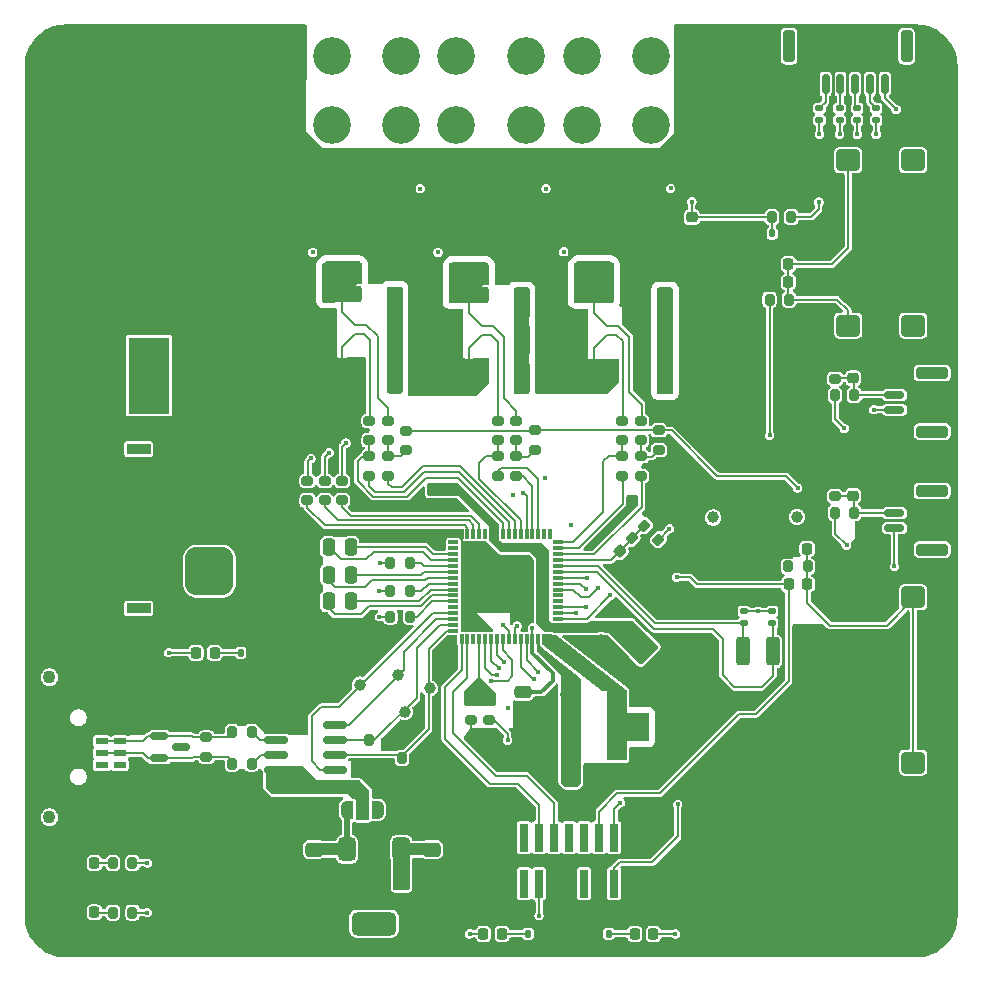
<source format=gbr>
%TF.GenerationSoftware,KiCad,Pcbnew,9.0.6-9.0.6~ubuntu24.04.1*%
%TF.CreationDate,2025-11-23T02:06:05+01:00*%
%TF.ProjectId,FOC_CONTROLLER_V2,464f435f-434f-44e5-9452-4f4c4c45525f,rev?*%
%TF.SameCoordinates,Original*%
%TF.FileFunction,Copper,L1,Top*%
%TF.FilePolarity,Positive*%
%FSLAX46Y46*%
G04 Gerber Fmt 4.6, Leading zero omitted, Abs format (unit mm)*
G04 Created by KiCad (PCBNEW 9.0.6-9.0.6~ubuntu24.04.1) date 2025-11-23 02:06:05*
%MOMM*%
%LPD*%
G01*
G04 APERTURE LIST*
G04 Aperture macros list*
%AMRoundRect*
0 Rectangle with rounded corners*
0 $1 Rounding radius*
0 $2 $3 $4 $5 $6 $7 $8 $9 X,Y pos of 4 corners*
0 Add a 4 corners polygon primitive as box body*
4,1,4,$2,$3,$4,$5,$6,$7,$8,$9,$2,$3,0*
0 Add four circle primitives for the rounded corners*
1,1,$1+$1,$2,$3*
1,1,$1+$1,$4,$5*
1,1,$1+$1,$6,$7*
1,1,$1+$1,$8,$9*
0 Add four rect primitives between the rounded corners*
20,1,$1+$1,$2,$3,$4,$5,0*
20,1,$1+$1,$4,$5,$6,$7,0*
20,1,$1+$1,$6,$7,$8,$9,0*
20,1,$1+$1,$8,$9,$2,$3,0*%
%AMFreePoly0*
4,1,23,0.550000,-0.750000,0.000000,-0.750000,0.000000,-0.745722,-0.065263,-0.745722,-0.191342,-0.711940,-0.304381,-0.646677,-0.396677,-0.554381,-0.461940,-0.441342,-0.495722,-0.315263,-0.495722,-0.250000,-0.500000,-0.250000,-0.500000,0.250000,-0.495722,0.250000,-0.495722,0.315263,-0.461940,0.441342,-0.396677,0.554381,-0.304381,0.646677,-0.191342,0.711940,-0.065263,0.745722,0.000000,0.745722,
0.000000,0.750000,0.550000,0.750000,0.550000,-0.750000,0.550000,-0.750000,$1*%
%AMFreePoly1*
4,1,23,0.000000,0.745722,0.065263,0.745722,0.191342,0.711940,0.304381,0.646677,0.396677,0.554381,0.461940,0.441342,0.495722,0.315263,0.495722,0.250000,0.500000,0.250000,0.500000,-0.250000,0.495722,-0.250000,0.495722,-0.315263,0.461940,-0.441342,0.396677,-0.554381,0.304381,-0.646677,0.191342,-0.711940,0.065263,-0.745722,0.000000,-0.745722,0.000000,-0.750000,-0.550000,-0.750000,
-0.550000,0.750000,0.000000,0.750000,0.000000,0.745722,0.000000,0.745722,$1*%
G04 Aperture macros list end*
%TA.AperFunction,SMDPad,CuDef*%
%ADD10RoundRect,0.200000X0.200000X0.275000X-0.200000X0.275000X-0.200000X-0.275000X0.200000X-0.275000X0*%
%TD*%
%TA.AperFunction,SMDPad,CuDef*%
%ADD11RoundRect,0.135000X0.185000X-0.135000X0.185000X0.135000X-0.185000X0.135000X-0.185000X-0.135000X0*%
%TD*%
%TA.AperFunction,SMDPad,CuDef*%
%ADD12RoundRect,0.250000X0.412500X1.100000X-0.412500X1.100000X-0.412500X-1.100000X0.412500X-1.100000X0*%
%TD*%
%TA.AperFunction,SMDPad,CuDef*%
%ADD13RoundRect,0.218750X0.218750X0.256250X-0.218750X0.256250X-0.218750X-0.256250X0.218750X-0.256250X0*%
%TD*%
%TA.AperFunction,SMDPad,CuDef*%
%ADD14C,1.000000*%
%TD*%
%TA.AperFunction,ComponentPad*%
%ADD15C,3.200000*%
%TD*%
%TA.AperFunction,SMDPad,CuDef*%
%ADD16RoundRect,0.200000X-0.275000X0.200000X-0.275000X-0.200000X0.275000X-0.200000X0.275000X0.200000X0*%
%TD*%
%TA.AperFunction,SMDPad,CuDef*%
%ADD17RoundRect,0.250000X0.250000X0.475000X-0.250000X0.475000X-0.250000X-0.475000X0.250000X-0.475000X0*%
%TD*%
%TA.AperFunction,SMDPad,CuDef*%
%ADD18RoundRect,0.200000X0.275000X-0.200000X0.275000X0.200000X-0.275000X0.200000X-0.275000X-0.200000X0*%
%TD*%
%TA.AperFunction,SMDPad,CuDef*%
%ADD19RoundRect,0.225000X0.250000X-0.225000X0.250000X0.225000X-0.250000X0.225000X-0.250000X-0.225000X0*%
%TD*%
%TA.AperFunction,SMDPad,CuDef*%
%ADD20RoundRect,0.225000X-0.250000X0.225000X-0.250000X-0.225000X0.250000X-0.225000X0.250000X0.225000X0*%
%TD*%
%TA.AperFunction,SMDPad,CuDef*%
%ADD21RoundRect,0.225000X-0.017678X0.335876X-0.335876X0.017678X0.017678X-0.335876X0.335876X-0.017678X0*%
%TD*%
%TA.AperFunction,SMDPad,CuDef*%
%ADD22FreePoly0,180.000000*%
%TD*%
%TA.AperFunction,SMDPad,CuDef*%
%ADD23R,1.000000X1.500000*%
%TD*%
%TA.AperFunction,SMDPad,CuDef*%
%ADD24FreePoly1,180.000000*%
%TD*%
%TA.AperFunction,ComponentPad*%
%ADD25C,0.800000*%
%TD*%
%TA.AperFunction,ComponentPad*%
%ADD26C,6.400000*%
%TD*%
%TA.AperFunction,SMDPad,CuDef*%
%ADD27RoundRect,0.135000X-0.135000X-0.185000X0.135000X-0.185000X0.135000X0.185000X-0.135000X0.185000X0*%
%TD*%
%TA.AperFunction,SMDPad,CuDef*%
%ADD28RoundRect,0.225000X0.225000X0.250000X-0.225000X0.250000X-0.225000X-0.250000X0.225000X-0.250000X0*%
%TD*%
%TA.AperFunction,SMDPad,CuDef*%
%ADD29RoundRect,0.200000X0.335876X0.053033X0.053033X0.335876X-0.335876X-0.053033X-0.053033X-0.335876X0*%
%TD*%
%TA.AperFunction,SMDPad,CuDef*%
%ADD30RoundRect,0.218750X-0.218750X-0.256250X0.218750X-0.256250X0.218750X0.256250X-0.218750X0.256250X0*%
%TD*%
%TA.AperFunction,SMDPad,CuDef*%
%ADD31R,1.050000X0.600000*%
%TD*%
%TA.AperFunction,ComponentPad*%
%ADD32C,1.090000*%
%TD*%
%TA.AperFunction,SMDPad,CuDef*%
%ADD33RoundRect,0.150000X-0.587500X-0.150000X0.587500X-0.150000X0.587500X0.150000X-0.587500X0.150000X0*%
%TD*%
%TA.AperFunction,SMDPad,CuDef*%
%ADD34RoundRect,0.225000X-0.225000X-0.250000X0.225000X-0.250000X0.225000X0.250000X-0.225000X0.250000X0*%
%TD*%
%TA.AperFunction,SMDPad,CuDef*%
%ADD35RoundRect,0.200000X-0.200000X-0.275000X0.200000X-0.275000X0.200000X0.275000X-0.200000X0.275000X0*%
%TD*%
%TA.AperFunction,SMDPad,CuDef*%
%ADD36RoundRect,0.150000X0.825000X0.150000X-0.825000X0.150000X-0.825000X-0.150000X0.825000X-0.150000X0*%
%TD*%
%TA.AperFunction,SMDPad,CuDef*%
%ADD37RoundRect,0.250000X-0.475000X0.337500X-0.475000X-0.337500X0.475000X-0.337500X0.475000X0.337500X0*%
%TD*%
%TA.AperFunction,ComponentPad*%
%ADD38R,2.000000X0.900000*%
%TD*%
%TA.AperFunction,ComponentPad*%
%ADD39RoundRect,1.025000X1.025000X-1.025000X1.025000X1.025000X-1.025000X1.025000X-1.025000X-1.025000X0*%
%TD*%
%TA.AperFunction,ComponentPad*%
%ADD40C,4.100000*%
%TD*%
%TA.AperFunction,SMDPad,CuDef*%
%ADD41R,3.500000X6.500000*%
%TD*%
%TA.AperFunction,SMDPad,CuDef*%
%ADD42RoundRect,0.150000X0.150000X0.700000X-0.150000X0.700000X-0.150000X-0.700000X0.150000X-0.700000X0*%
%TD*%
%TA.AperFunction,SMDPad,CuDef*%
%ADD43RoundRect,0.250000X0.250000X1.100000X-0.250000X1.100000X-0.250000X-1.100000X0.250000X-1.100000X0*%
%TD*%
%TA.AperFunction,SMDPad,CuDef*%
%ADD44RoundRect,0.249999X1.425001X-0.450001X1.425001X0.450001X-1.425001X0.450001X-1.425001X-0.450001X0*%
%TD*%
%TA.AperFunction,SMDPad,CuDef*%
%ADD45RoundRect,0.022875X0.053375X0.423375X-0.053375X0.423375X-0.053375X-0.423375X0.053375X-0.423375X0*%
%TD*%
%TA.AperFunction,SMDPad,CuDef*%
%ADD46RoundRect,0.200000X-0.335876X-0.053033X-0.053033X-0.335876X0.335876X0.053033X0.053033X0.335876X0*%
%TD*%
%TA.AperFunction,SMDPad,CuDef*%
%ADD47R,0.850000X0.300000*%
%TD*%
%TA.AperFunction,SMDPad,CuDef*%
%ADD48R,0.300000X0.850000*%
%TD*%
%TA.AperFunction,SMDPad,CuDef*%
%ADD49R,4.100000X4.100000*%
%TD*%
%TA.AperFunction,SMDPad,CuDef*%
%ADD50RoundRect,0.225000X-0.335876X-0.017678X-0.017678X-0.335876X0.335876X0.017678X0.017678X0.335876X0*%
%TD*%
%TA.AperFunction,SMDPad,CuDef*%
%ADD51RoundRect,0.250000X-0.475000X0.250000X-0.475000X-0.250000X0.475000X-0.250000X0.475000X0.250000X0*%
%TD*%
%TA.AperFunction,SMDPad,CuDef*%
%ADD52RoundRect,0.270000X0.730000X-0.630000X0.730000X0.630000X-0.730000X0.630000X-0.730000X-0.630000X0*%
%TD*%
%TA.AperFunction,SMDPad,CuDef*%
%ADD53RoundRect,0.375000X-0.375000X0.625000X-0.375000X-0.625000X0.375000X-0.625000X0.375000X0.625000X0*%
%TD*%
%TA.AperFunction,SMDPad,CuDef*%
%ADD54RoundRect,0.500000X-1.400000X0.500000X-1.400000X-0.500000X1.400000X-0.500000X1.400000X0.500000X0*%
%TD*%
%TA.AperFunction,SMDPad,CuDef*%
%ADD55R,0.740000X2.400000*%
%TD*%
%TA.AperFunction,SMDPad,CuDef*%
%ADD56R,1.700000X5.600000*%
%TD*%
%TA.AperFunction,SMDPad,CuDef*%
%ADD57RoundRect,0.135000X0.135000X0.185000X-0.135000X0.185000X-0.135000X-0.185000X0.135000X-0.185000X0*%
%TD*%
%TA.AperFunction,SMDPad,CuDef*%
%ADD58RoundRect,0.150000X0.700000X-0.150000X0.700000X0.150000X-0.700000X0.150000X-0.700000X-0.150000X0*%
%TD*%
%TA.AperFunction,SMDPad,CuDef*%
%ADD59RoundRect,0.250000X1.100000X-0.250000X1.100000X0.250000X-1.100000X0.250000X-1.100000X-0.250000X0*%
%TD*%
%TA.AperFunction,SMDPad,CuDef*%
%ADD60RoundRect,0.250000X0.310000X-0.970000X0.310000X0.970000X-0.310000X0.970000X-0.310000X-0.970000X0*%
%TD*%
%TA.AperFunction,SMDPad,CuDef*%
%ADD61RoundRect,0.225000X-0.225000X-0.375000X0.225000X-0.375000X0.225000X0.375000X-0.225000X0.375000X0*%
%TD*%
%TA.AperFunction,ViaPad*%
%ADD62C,0.400000*%
%TD*%
%TA.AperFunction,ViaPad*%
%ADD63C,0.450000*%
%TD*%
%TA.AperFunction,Conductor*%
%ADD64C,0.500000*%
%TD*%
%TA.AperFunction,Conductor*%
%ADD65C,0.200000*%
%TD*%
%TA.AperFunction,Conductor*%
%ADD66C,1.000000*%
%TD*%
%TA.AperFunction,Conductor*%
%ADD67C,0.300000*%
%TD*%
G04 APERTURE END LIST*
D10*
%TO.P,R36,1*%
%TO.N,Net-(U1-B)*%
X119725000Y-119090000D03*
%TO.P,R36,2*%
%TO.N,/B*%
X118075000Y-119090000D03*
%TD*%
D11*
%TO.P,R43,1*%
%TO.N,Net-(IC1-PB3)*%
X171000000Y-64610000D03*
%TO.P,R43,2*%
%TO.N,/SPI_SCLK*%
X171000000Y-63590000D03*
%TD*%
D12*
%TO.P,C6,1*%
%TO.N,GND*%
X157862500Y-80049996D03*
%TO.P,C6,2*%
%TO.N,+48V*%
X154737500Y-80049996D03*
%TD*%
D13*
%TO.P,D8,1,K*%
%TO.N,Net-(D8-K)*%
X140927501Y-133500000D03*
%TO.P,D8,2,A*%
%TO.N,+5V*%
X139352499Y-133500000D03*
%TD*%
D14*
%TO.P,TP14,1,1*%
%TO.N,/PB7*%
X165900000Y-98200000D03*
%TD*%
D15*
%TO.P,J2,1,Pin_1*%
%TO.N,/OUT1*%
X126505000Y-65035000D03*
X132375000Y-65035000D03*
X126505000Y-59165000D03*
X132375000Y-59165000D03*
%TD*%
D14*
%TO.P,TP4,1,1*%
%TO.N,/UART_TX*%
X128900000Y-112400000D03*
%TD*%
D16*
%TO.P,R24,1*%
%TO.N,/Ampli_3/VSHUNTXP*%
X152700000Y-90075000D03*
%TO.P,R24,2*%
%TO.N,Net-(R24-Pad2)*%
X152700000Y-91725000D03*
%TD*%
D17*
%TO.P,C3,1*%
%TO.N,/BOOT2*%
X128150000Y-103100000D03*
%TO.P,C3,2*%
%TO.N,/OUT2*%
X126250000Y-103100000D03*
%TD*%
D18*
%TO.P,R5,1*%
%TO.N,/GLS2*%
X125924999Y-96800000D03*
%TO.P,R5,2*%
%TO.N,Net-(Q4-G)*%
X125924999Y-95150000D03*
%TD*%
D16*
%TO.P,R2,1*%
%TO.N,Net-(IC1-SCREF)*%
X139800000Y-113775000D03*
%TO.P,R2,2*%
%TO.N,+3.3V*%
X139800000Y-115425000D03*
%TD*%
D11*
%TO.P,R46,1*%
%TO.N,/ADD_SEL_1*%
X163800000Y-107209999D03*
%TO.P,R46,2*%
%TO.N,+3.3V*%
X163800000Y-106190001D03*
%TD*%
D12*
%TO.P,C32,1*%
%TO.N,GND*%
X134962500Y-80049999D03*
%TO.P,C32,2*%
%TO.N,+48V*%
X131837500Y-80049999D03*
%TD*%
D10*
%TO.P,NTC1,1*%
%TO.N,+3.3V*%
X165425000Y-72800000D03*
%TO.P,NTC1,2*%
%TO.N,/NTC*%
X163775000Y-72800000D03*
%TD*%
D16*
%TO.P,R17,1*%
%TO.N,/OPN1*%
X129700000Y-93050000D03*
%TO.P,R17,2*%
%TO.N,/OPO1*%
X129700000Y-94700000D03*
%TD*%
D19*
%TO.P,C24,1*%
%TO.N,GND*%
X157000000Y-74375000D03*
%TO.P,C24,2*%
%TO.N,/NTC*%
X157000000Y-72825000D03*
%TD*%
D20*
%TO.P,C29,1*%
%TO.N,GND*%
X170675000Y-94850000D03*
%TO.P,C29,2*%
%TO.N,/Conn_SW_2*%
X170675000Y-96400000D03*
%TD*%
D10*
%TO.P,R50,1*%
%TO.N,/Conn_SW_1*%
X170750000Y-87900000D03*
%TO.P,R50,2*%
%TO.N,/L_SW_1*%
X169100000Y-87900000D03*
%TD*%
D11*
%TO.P,R47,1*%
%TO.N,/ADD_SEL_0*%
X161400000Y-107209999D03*
%TO.P,R47,2*%
%TO.N,+3.3V*%
X161400000Y-106190001D03*
%TD*%
D21*
%TO.P,C11,1*%
%TO.N,+3.3V*%
X152515739Y-109669723D03*
%TO.P,C11,2*%
%TO.N,GND*%
X151419723Y-110765739D03*
%TD*%
D18*
%TO.P,R7,1*%
%TO.N,/GLS3*%
X124449998Y-96800000D03*
%TO.P,R7,2*%
%TO.N,Net-(Q6-G)*%
X124449998Y-95150000D03*
%TD*%
D11*
%TO.P,R44,1*%
%TO.N,Net-(IC1-PD2)*%
X172600000Y-64610000D03*
%TO.P,R44,2*%
%TO.N,/SPI_CS*%
X172600000Y-63590000D03*
%TD*%
D22*
%TO.P,PwrJumper1,1,A*%
%TO.N,+3.3V*%
X130400000Y-123000000D03*
D23*
%TO.P,PwrJumper1,2,C*%
%TO.N,Net-(PwrJumper1-C)*%
X129100000Y-123000000D03*
D24*
%TO.P,PwrJumper1,3,B*%
%TO.N,+3\u002C3V_EXT*%
X127800000Y-123000000D03*
%TD*%
D25*
%TO.P,H4,1,1*%
%TO.N,GND*%
X115100000Y-67000000D03*
X115802944Y-65302944D03*
X115802944Y-68697056D03*
X117500000Y-64600000D03*
D26*
X117500000Y-67000000D03*
D25*
X117500000Y-69400000D03*
X119197056Y-65302944D03*
X119197056Y-68697056D03*
X119900000Y-67000000D03*
%TD*%
D27*
%TO.P,R45,1*%
%TO.N,/NTC*%
X163790000Y-74200000D03*
%TO.P,R45,2*%
%TO.N,GND*%
X164810000Y-74200000D03*
%TD*%
D21*
%TO.P,C12,1*%
%TO.N,+3.3V*%
X151448008Y-108601992D03*
%TO.P,C12,2*%
%TO.N,GND*%
X150351992Y-109698008D03*
%TD*%
D14*
%TO.P,TP2,1,1*%
%TO.N,/DRIVE_EN*%
X134800000Y-112700000D03*
%TD*%
D10*
%TO.P,R11,1*%
%TO.N,Net-(IC1-PC14)*%
X109637500Y-127500000D03*
%TO.P,R11,2*%
%TO.N,Net-(D1-A)*%
X107987500Y-127500000D03*
%TD*%
D18*
%TO.P,R10,1*%
%TO.N,GND*%
X138300000Y-115425000D03*
%TO.P,R10,2*%
%TO.N,Net-(IC1-SCREF)*%
X138300000Y-113775000D03*
%TD*%
D28*
%TO.P,C9,1*%
%TO.N,Net-(C9-Pad1)*%
X166750000Y-100900000D03*
%TO.P,C9,2*%
%TO.N,GND*%
X165200000Y-100900000D03*
%TD*%
D16*
%TO.P,R22,1*%
%TO.N,/OPN2*%
X140550000Y-93050000D03*
%TO.P,R22,2*%
%TO.N,/OPO2*%
X140550000Y-94700000D03*
%TD*%
D20*
%TO.P,C10,1*%
%TO.N,+3.3V*%
X135160000Y-95725000D03*
%TO.P,C10,2*%
%TO.N,GND*%
X135160000Y-97275000D03*
%TD*%
D29*
%TO.P,R28,1*%
%TO.N,+48V*%
X154151094Y-100115632D03*
%TO.P,R28,2*%
%TO.N,Net-(IC1-PA0)*%
X152984368Y-98948906D03*
%TD*%
D20*
%TO.P,C14,1*%
%TO.N,+3.3V*%
X136660000Y-95725000D03*
%TO.P,C14,2*%
%TO.N,GND*%
X136660000Y-97275000D03*
%TD*%
D30*
%TO.P,D9,1,K*%
%TO.N,Net-(D9-K)*%
X152172499Y-133500000D03*
%TO.P,D9,2,A*%
%TO.N,+3.3V*%
X153747501Y-133500000D03*
%TD*%
D31*
%TO.P,J11,01,01*%
%TO.N,+5V*%
X108582500Y-119200000D03*
%TO.P,J11,02,02*%
X107032500Y-119200000D03*
%TO.P,J11,03,03*%
%TO.N,/B*%
X108582500Y-118200000D03*
%TO.P,J11,04,04*%
X107032500Y-118200000D03*
%TO.P,J11,05,05*%
%TO.N,/A*%
X108582500Y-117200000D03*
%TO.P,J11,06,06*%
X107032500Y-117200000D03*
%TO.P,J11,07,07*%
%TO.N,GND*%
X108582500Y-116200000D03*
%TO.P,J11,08,08*%
X107032500Y-116200000D03*
D32*
%TO.P,J11,S1*%
%TO.N,N/C*%
X102607500Y-111775000D03*
%TO.P,J11,S2*%
X102607500Y-123625000D03*
%TD*%
D12*
%TO.P,C31,1*%
%TO.N,GND*%
X145712500Y-80049996D03*
%TO.P,C31,2*%
%TO.N,+48V*%
X142587500Y-80049996D03*
%TD*%
D33*
%TO.P,D2,1,K*%
%TO.N,/A*%
X111900000Y-116750000D03*
%TO.P,D2,2,K*%
%TO.N,/B*%
X111900000Y-118650000D03*
%TO.P,D2,3,A*%
%TO.N,GND*%
X113775000Y-117700000D03*
%TD*%
D34*
%TO.P,C18,1*%
%TO.N,GND*%
X163625000Y-78300000D03*
%TO.P,C18,2*%
%TO.N,Net-(C18-Pad2)*%
X165175000Y-78300000D03*
%TD*%
D16*
%TO.P,R18,1*%
%TO.N,/Ampli_1/VSHUNTXP*%
X131300000Y-90075000D03*
%TO.P,R18,2*%
%TO.N,Net-(R14-Pad1)*%
X131300000Y-91725000D03*
%TD*%
D27*
%TO.P,R38,1*%
%TO.N,Net-(D8-K)*%
X143132500Y-133500000D03*
%TO.P,R38,2*%
%TO.N,GND*%
X144152498Y-133500000D03*
%TD*%
D10*
%TO.P,R30,1*%
%TO.N,Net-(C18-Pad2)*%
X165225000Y-79800000D03*
%TO.P,R30,2*%
%TO.N,/User*%
X163575000Y-79800000D03*
%TD*%
D30*
%TO.P,D3,1,K*%
%TO.N,GND*%
X104825000Y-131690000D03*
%TO.P,D3,2,A*%
%TO.N,Net-(D3-A)*%
X106400000Y-131690000D03*
%TD*%
D20*
%TO.P,C28,1*%
%TO.N,GND*%
X170675000Y-84900000D03*
%TO.P,C28,2*%
%TO.N,/Conn_SW_1*%
X170675000Y-86450000D03*
%TD*%
D10*
%TO.P,R1,1*%
%TO.N,/GHS2*%
X133125000Y-104450000D03*
%TO.P,R1,2*%
%TO.N,Net-(Q2-G)*%
X131475000Y-104450000D03*
%TD*%
D35*
%TO.P,R8,1*%
%TO.N,+3.3V*%
X165150000Y-102400000D03*
%TO.P,R8,2*%
%TO.N,Net-(C9-Pad1)*%
X166800000Y-102400000D03*
%TD*%
D36*
%TO.P,U1,1,R*%
%TO.N,/UART_TX*%
X126775000Y-119605000D03*
%TO.P,U1,2,~{RE}*%
%TO.N,/DRIVE_EN*%
X126775000Y-118335000D03*
%TO.P,U1,3,DE*%
%TO.N,/RECIEVE_EN*%
X126775000Y-117065000D03*
%TO.P,U1,4,D*%
%TO.N,/UART_RX*%
X126775000Y-115795000D03*
%TO.P,U1,5,GND*%
%TO.N,GND*%
X121825000Y-115795000D03*
%TO.P,U1,6,A*%
%TO.N,Net-(U1-A)*%
X121825000Y-117065000D03*
%TO.P,U1,7,B*%
%TO.N,Net-(U1-B)*%
X121825000Y-118335000D03*
%TO.P,U1,8,VCC*%
%TO.N,Net-(PwrJumper1-C)*%
X121825000Y-119605000D03*
%TD*%
D27*
%TO.P,R40,1*%
%TO.N,Net-(D5-K)*%
X118805000Y-109710001D03*
%TO.P,R40,2*%
%TO.N,GND*%
X119824998Y-109710001D03*
%TD*%
D18*
%TO.P,R51,1*%
%TO.N,/Conn_SW_2*%
X169125000Y-96450000D03*
%TO.P,R51,2*%
%TO.N,GND*%
X169125000Y-94800000D03*
%TD*%
D37*
%TO.P,C20,1*%
%TO.N,+3\u002C3V_EXT*%
X125000000Y-126362500D03*
%TO.P,C20,2*%
%TO.N,GND*%
X125000000Y-128437500D03*
%TD*%
D15*
%TO.P,J3,1,Pin_1*%
%TO.N,/OUT2*%
X137065000Y-65035000D03*
X142935000Y-65035000D03*
X137065000Y-59165000D03*
X142935000Y-59165000D03*
%TD*%
D38*
%TO.P,J1,*%
%TO.N,*%
X110150000Y-105950000D03*
X110150000Y-92450000D03*
D39*
%TO.P,J1,1,Pin_1*%
%TO.N,+48V*%
X116150000Y-102800000D03*
D40*
%TO.P,J1,2,Pin_2*%
%TO.N,GND*%
X116150000Y-95600000D03*
%TD*%
D11*
%TO.P,R41,1*%
%TO.N,Net-(IC1-PB5)*%
X167800000Y-64610000D03*
%TO.P,R41,2*%
%TO.N,/SPI_MOSI*%
X167800000Y-63590000D03*
%TD*%
D41*
%TO.P,C2,1*%
%TO.N,+48V*%
X111033885Y-86250000D03*
%TO.P,C2,2*%
%TO.N,GND*%
X111033885Y-73750000D03*
%TD*%
D37*
%TO.P,C19,1*%
%TO.N,+5V*%
X135000000Y-126362500D03*
%TO.P,C19,2*%
%TO.N,GND*%
X135000000Y-128437500D03*
%TD*%
D14*
%TO.P,TP15,1,1*%
%TO.N,/PB6*%
X158800000Y-98250000D03*
%TD*%
D35*
%TO.P,R34,1*%
%TO.N,/DRIVE_EN*%
X132475000Y-118600000D03*
%TO.P,R34,2*%
%TO.N,GND*%
X134125000Y-118600000D03*
%TD*%
D12*
%TO.P,C21,1*%
%TO.N,GND*%
X134962500Y-83250000D03*
%TO.P,C21,2*%
%TO.N,+48V*%
X131837500Y-83250000D03*
%TD*%
D42*
%TO.P,J12,1,Pin_1*%
%TO.N,+3.3V*%
X173325000Y-61550000D03*
%TO.P,J12,2,Pin_2*%
%TO.N,/SPI_CS*%
X172075000Y-61550000D03*
%TO.P,J12,3,Pin_3*%
%TO.N,/SPI_SCLK*%
X170825000Y-61550000D03*
%TO.P,J12,4,Pin_4*%
%TO.N,/SPI_MISO*%
X169575000Y-61550000D03*
%TO.P,J12,5,Pin_5*%
%TO.N,/SPI_MOSI*%
X168325000Y-61550000D03*
%TO.P,J12,6,Pin_6*%
%TO.N,GND*%
X167075000Y-61550000D03*
D43*
%TO.P,J12,MP*%
%TO.N,N/C*%
X175175000Y-58350000D03*
X165225000Y-58350000D03*
%TD*%
D10*
%TO.P,R4,1*%
%TO.N,/GHS1*%
X133125000Y-106650000D03*
%TO.P,R4,2*%
%TO.N,Net-(Q3-G)*%
X131475000Y-106650000D03*
%TD*%
D44*
%TO.P,R32,1*%
%TO.N,GND*%
X138100000Y-85550000D03*
D45*
%TO.P,R32,2*%
%TO.N,/Ampli_2/VSHUNTXN*%
X138100000Y-84500001D03*
%TO.P,R32,3*%
%TO.N,/Ampli_2/VSHUNTXP*%
X138100000Y-80499999D03*
D44*
%TO.P,R32,4*%
%TO.N,Net-(Q4-S-Pad1)*%
X138100000Y-79450000D03*
%TD*%
D10*
%TO.P,R48,1*%
%TO.N,Net-(IC1-PC15)*%
X109637500Y-131700000D03*
%TO.P,R48,2*%
%TO.N,Net-(D3-A)*%
X107987500Y-131700000D03*
%TD*%
D46*
%TO.P,R29,1*%
%TO.N,Net-(IC1-PA0)*%
X151916637Y-100016637D03*
%TO.P,R29,2*%
%TO.N,GND*%
X153083363Y-101183363D03*
%TD*%
D19*
%TO.P,C13,1*%
%TO.N,Net-(IC1-REGIN)*%
X152900000Y-115267893D03*
%TO.P,C13,2*%
%TO.N,GND*%
X152900000Y-113717893D03*
%TD*%
D47*
%TO.P,IC1,1,REG3V3/VDD*%
%TO.N,+3.3V*%
X145700000Y-107850000D03*
%TO.P,IC1,2,VBAT*%
X145700000Y-107350000D03*
%TO.P,IC1,3,PC13*%
%TO.N,/User*%
X145700000Y-106850000D03*
%TO.P,IC1,4,PC14*%
%TO.N,Net-(IC1-PC14)*%
X145700000Y-106350000D03*
%TO.P,IC1,5,PC15*%
%TO.N,Net-(IC1-PC15)*%
X145700000Y-105850000D03*
%TO.P,IC1,6,PF0*%
%TO.N,unconnected-(IC1-PF0-Pad6)*%
X145700000Y-105350000D03*
%TO.P,IC1,7,PF1*%
%TO.N,unconnected-(IC1-PF1-Pad7)*%
X145700000Y-104850000D03*
%TO.P,IC1,8,PG10*%
%TO.N,/NRST*%
X145700000Y-104350000D03*
%TO.P,IC1,9,PC0*%
%TO.N,/VCP_TX*%
X145700000Y-103850000D03*
%TO.P,IC1,10,PC1*%
%TO.N,/VCP_RX*%
X145700000Y-103350000D03*
%TO.P,IC1,11,PC2*%
%TO.N,/ADD_SEL_1*%
X145700000Y-102850000D03*
%TO.P,IC1,12,PC3*%
%TO.N,/ADD_SEL_0*%
X145700000Y-102350000D03*
%TO.P,IC1,13,PA0*%
%TO.N,Net-(IC1-PA0)*%
X145700000Y-101850000D03*
%TO.P,IC1,14,PA1*%
%TO.N,/OPP3*%
X145700000Y-101350000D03*
%TO.P,IC1,15,PA2*%
%TO.N,/OPO3*%
X145700000Y-100850000D03*
%TO.P,IC1,16,PA3*%
%TO.N,/OPN3*%
X145700000Y-100350000D03*
D48*
%TO.P,IC1,17,PA4*%
%TO.N,unconnected-(IC1-PA4-Pad17)*%
X145000000Y-99650000D03*
%TO.P,IC1,18,PA5*%
%TO.N,unconnected-(IC1-PA5-Pad18)*%
X144500000Y-99650000D03*
%TO.P,IC1,19,PA6*%
%TO.N,/OPO2*%
X144000000Y-99650000D03*
%TO.P,IC1,20,PA7*%
%TO.N,/OPP2*%
X143500000Y-99650000D03*
%TO.P,IC1,21,PC4*%
%TO.N,/NTC*%
X143000000Y-99650000D03*
%TO.P,IC1,22,PC5*%
%TO.N,/OPN2*%
X142500000Y-99650000D03*
%TO.P,IC1,23,PB0*%
%TO.N,/OPP1*%
X142000000Y-99650000D03*
%TO.P,IC1,24,PB1*%
%TO.N,/OPO1*%
X141500000Y-99650000D03*
%TO.P,IC1,25,PB2*%
%TO.N,/OPN1*%
X141000000Y-99650000D03*
%TO.P,IC1,26,VREF+*%
%TO.N,+3.3V*%
X140500000Y-99650000D03*
%TO.P,IC1,27,VDDA*%
X140000000Y-99650000D03*
%TO.P,IC1,28,PB10*%
%TO.N,unconnected-(IC1-PB10-Pad28)*%
X139500000Y-99650000D03*
%TO.P,IC1,29,GLS1*%
%TO.N,/GLS1*%
X139000000Y-99650000D03*
%TO.P,IC1,30,GLS2*%
%TO.N,/GLS2*%
X138500000Y-99650000D03*
%TO.P,IC1,31,GLS3*%
%TO.N,/GLS3*%
X138000000Y-99650000D03*
%TO.P,IC1,32,PGND*%
%TO.N,GND*%
X137500000Y-99650000D03*
D47*
%TO.P,IC1,33,NC_1*%
%TO.N,unconnected-(IC1-NC_1-Pad33)*%
X136800000Y-100350000D03*
%TO.P,IC1,34,NC_2*%
%TO.N,unconnected-(IC1-NC_2-Pad34)*%
X136800000Y-100850000D03*
%TO.P,IC1,35,BOOT3*%
%TO.N,/BOOT3*%
X136800000Y-101350000D03*
%TO.P,IC1,36,OUT3*%
%TO.N,/OUT3*%
X136800000Y-101850000D03*
%TO.P,IC1,37,GHS3*%
%TO.N,/GHS3*%
X136800000Y-102350000D03*
%TO.P,IC1,38,BOOT2*%
%TO.N,/BOOT2*%
X136800000Y-102850000D03*
%TO.P,IC1,39,OUT2*%
%TO.N,/OUT2*%
X136800000Y-103350000D03*
%TO.P,IC1,40,GHS2*%
%TO.N,/GHS2*%
X136800000Y-103850000D03*
%TO.P,IC1,41,BOOT1*%
%TO.N,/BOOT1*%
X136800000Y-104350000D03*
%TO.P,IC1,42,OUT1*%
%TO.N,/OUT1*%
X136800000Y-104850000D03*
%TO.P,IC1,43,GHS1*%
%TO.N,/GHS1*%
X136800000Y-105350000D03*
%TO.P,IC1,44,PA8*%
%TO.N,unconnected-(IC1-PA8-Pad44)*%
X136800000Y-105850000D03*
%TO.P,IC1,45,PA9*%
%TO.N,/UART_TX*%
X136800000Y-106350000D03*
%TO.P,IC1,46,PA10*%
%TO.N,/UART_RX*%
X136800000Y-106850000D03*
%TO.P,IC1,47,PA11*%
%TO.N,/RECIEVE_EN*%
X136800000Y-107350000D03*
%TO.P,IC1,48,PA12*%
%TO.N,/DRIVE_EN*%
X136800000Y-107850000D03*
D48*
%TO.P,IC1,49,PA13*%
%TO.N,/SWDIO*%
X137500000Y-108550000D03*
%TO.P,IC1,50,PA14*%
%TO.N,/SWCLK*%
X138000000Y-108550000D03*
%TO.P,IC1,51,PA15*%
%TO.N,unconnected-(IC1-PA15-Pad51)*%
X138500000Y-108550000D03*
%TO.P,IC1,52,SCREF*%
%TO.N,Net-(IC1-SCREF)*%
X139000000Y-108550000D03*
%TO.P,IC1,53,PD2*%
%TO.N,Net-(IC1-PD2)*%
X139500000Y-108550000D03*
%TO.P,IC1,54,PB3*%
%TO.N,Net-(IC1-PB3)*%
X140000000Y-108550000D03*
%TO.P,IC1,55,PB4*%
%TO.N,Net-(IC1-PB4)*%
X140500000Y-108550000D03*
%TO.P,IC1,56,PB5*%
%TO.N,Net-(IC1-PB5)*%
X141000000Y-108550000D03*
%TO.P,IC1,57,PB6*%
%TO.N,/PB6*%
X141500000Y-108550000D03*
%TO.P,IC1,58,PB7*%
%TO.N,/PB7*%
X142000000Y-108550000D03*
%TO.P,IC1,59,PB8*%
%TO.N,/L_SW_2*%
X142500000Y-108550000D03*
%TO.P,IC1,60,PB9*%
%TO.N,/L_SW_1*%
X143000000Y-108550000D03*
%TO.P,IC1,61,VM*%
%TO.N,+48V*%
X143500000Y-108550000D03*
%TO.P,IC1,62,SW*%
%TO.N,/SW*%
X144000000Y-108550000D03*
%TO.P,IC1,63,VCC*%
%TO.N,Net-(IC1-REGIN)*%
X144500000Y-108550000D03*
%TO.P,IC1,64,REGIN*%
X145000000Y-108550000D03*
D49*
%TO.P,IC1,65,VSS*%
%TO.N,GND*%
X141250000Y-104100000D03*
%TD*%
D17*
%TO.P,C5,1*%
%TO.N,/BOOT3*%
X128150000Y-100750000D03*
%TO.P,C5,2*%
%TO.N,/OUT3*%
X126250000Y-100750000D03*
%TD*%
D18*
%TO.P,R14,1*%
%TO.N,Net-(R14-Pad1)*%
X132800000Y-92550000D03*
%TO.P,R14,2*%
%TO.N,+3.3V*%
X132800000Y-90900000D03*
%TD*%
D20*
%TO.P,C16,1*%
%TO.N,Net-(IC1-REGIN)*%
X152900000Y-116717893D03*
%TO.P,C16,2*%
%TO.N,GND*%
X152900000Y-118267893D03*
%TD*%
D13*
%TO.P,D5,1,K*%
%TO.N,Net-(D5-K)*%
X116600000Y-109700000D03*
%TO.P,D5,2,A*%
%TO.N,+48V*%
X115024998Y-109700000D03*
%TD*%
D50*
%TO.P,C17,1*%
%TO.N,Net-(IC1-PA0)*%
X150891332Y-101112652D03*
%TO.P,C17,2*%
%TO.N,GND*%
X151987348Y-102208668D03*
%TD*%
D51*
%TO.P,C8,1*%
%TO.N,+48V*%
X142700000Y-113050001D03*
%TO.P,C8,2*%
%TO.N,GND*%
X142700000Y-114949999D03*
%TD*%
D52*
%TO.P,User,1,A*%
%TO.N,Net-(C18-Pad2)*%
X170225000Y-82000000D03*
%TO.P,User,2,A*%
X170225000Y-68000000D03*
%TO.P,User,3,B*%
%TO.N,+3.3V*%
X175725000Y-82000000D03*
%TO.P,User,4,B*%
X175725000Y-68000000D03*
%TD*%
D18*
%TO.P,R3,1*%
%TO.N,/GLS1*%
X127400000Y-96800000D03*
%TO.P,R3,2*%
%TO.N,Net-(Q1-G)*%
X127400000Y-95150000D03*
%TD*%
D16*
%TO.P,R16,1*%
%TO.N,/Ampli_1/VSHUNTXN*%
X129700000Y-90075000D03*
%TO.P,R16,2*%
%TO.N,/OPN1*%
X129700000Y-91725000D03*
%TD*%
D44*
%TO.P,R33,1*%
%TO.N,GND*%
X148700000Y-85550000D03*
D45*
%TO.P,R33,2*%
%TO.N,/Ampli_3/VSHUNTXN*%
X148700000Y-84500001D03*
%TO.P,R33,3*%
%TO.N,/Ampli_3/VSHUNTXP*%
X148700000Y-80499999D03*
D44*
%TO.P,R33,4*%
%TO.N,Net-(Q6-S-Pad1)*%
X148700000Y-79450000D03*
%TD*%
D53*
%TO.P,J10,1,IN*%
%TO.N,+5V*%
X132400000Y-126350000D03*
%TO.P,J10,2,GND*%
%TO.N,GND*%
X130100000Y-126350000D03*
%TO.P,J10,3,OUT*%
%TO.N,+3\u002C3V_EXT*%
X127800000Y-126350000D03*
D54*
%TO.P,J10,4*%
%TO.N,N/C*%
X130100000Y-132650000D03*
%TD*%
D25*
%TO.P,H1,1,1*%
%TO.N,GND*%
X115100000Y-125000000D03*
X115802944Y-123302944D03*
X115802944Y-126697056D03*
X117500000Y-122600000D03*
D26*
X117500000Y-125000000D03*
D25*
X117500000Y-127400000D03*
X119197056Y-123302944D03*
X119197056Y-126697056D03*
X119900000Y-125000000D03*
%TD*%
D18*
%TO.P,R20,1*%
%TO.N,Net-(R19-Pad2)*%
X143700000Y-92525000D03*
%TO.P,R20,2*%
%TO.N,+3.3V*%
X143700000Y-90875000D03*
%TD*%
D30*
%TO.P,D1,1,K*%
%TO.N,GND*%
X104825000Y-127500000D03*
%TO.P,D1,2,A*%
%TO.N,Net-(D1-A)*%
X106400000Y-127500000D03*
%TD*%
D12*
%TO.P,C27,1*%
%TO.N,GND*%
X134962500Y-86449999D03*
%TO.P,C27,2*%
%TO.N,+48V*%
X131837500Y-86449999D03*
%TD*%
D14*
%TO.P,TP3,1,1*%
%TO.N,/UART_RX*%
X132100000Y-111550000D03*
%TD*%
D16*
%TO.P,R19,1*%
%TO.N,/Ampli_2/VSHUNTXP*%
X142150000Y-90075000D03*
%TO.P,R19,2*%
%TO.N,Net-(R19-Pad2)*%
X142150000Y-91725000D03*
%TD*%
D14*
%TO.P,TP1,1,1*%
%TO.N,/RECIEVE_EN*%
X132700000Y-114700000D03*
%TD*%
D20*
%TO.P,C30,1*%
%TO.N,Net-(PwrJumper1-C)*%
X122100000Y-121125000D03*
%TO.P,C30,2*%
%TO.N,GND*%
X122100000Y-122675000D03*
%TD*%
D15*
%TO.P,J4,1,Pin_1*%
%TO.N,/OUT3*%
X147655000Y-65035000D03*
X153525000Y-65035000D03*
X147655000Y-59165000D03*
X153525000Y-59165000D03*
%TD*%
D52*
%TO.P,nRST1,1,A*%
%TO.N,GND*%
X170225000Y-119000000D03*
%TO.P,nRST1,2,A*%
X170225000Y-105000000D03*
%TO.P,nRST1,3,B*%
%TO.N,Net-(C9-Pad1)*%
X175725000Y-119000000D03*
%TO.P,nRST1,4,B*%
X175725000Y-105000000D03*
%TD*%
D44*
%TO.P,R31,1*%
%TO.N,GND*%
X127400000Y-85450000D03*
D45*
%TO.P,R31,2*%
%TO.N,/Ampli_1/VSHUNTXN*%
X127400000Y-84400001D03*
%TO.P,R31,3*%
%TO.N,/Ampli_1/VSHUNTXP*%
X127400000Y-80399999D03*
D44*
%TO.P,R31,4*%
%TO.N,Net-(Q1-S-Pad1)*%
X127400000Y-79350000D03*
%TD*%
D18*
%TO.P,R21,1*%
%TO.N,/OPP2*%
X142150000Y-94725000D03*
%TO.P,R21,2*%
%TO.N,Net-(R19-Pad2)*%
X142150000Y-93075000D03*
%TD*%
D12*
%TO.P,C26,1*%
%TO.N,GND*%
X157862500Y-83249998D03*
%TO.P,C26,2*%
%TO.N,+48V*%
X154737500Y-83249998D03*
%TD*%
D55*
%TO.P,J6,1,NC*%
%TO.N,unconnected-(J6-NC-Pad1)*%
X142790000Y-129250000D03*
%TO.P,J6,2,NC*%
%TO.N,unconnected-(J6-NC-Pad2)*%
X142790000Y-125350000D03*
%TO.P,J6,3,VCC*%
%TO.N,+3.3V*%
X144060000Y-129250000D03*
%TO.P,J6,4,JTMS/SWDIO*%
%TO.N,/SWDIO*%
X144060000Y-125350000D03*
%TO.P,J6,5,GND*%
%TO.N,GND*%
X145330000Y-129250000D03*
%TO.P,J6,6,JCLK/SWCLK*%
%TO.N,/SWCLK*%
X145330000Y-125350000D03*
%TO.P,J6,7,GND*%
%TO.N,GND*%
X146600000Y-129250000D03*
%TO.P,J6,8,JTDO/SWO*%
%TO.N,unconnected-(J6-JTDO{slash}SWO-Pad8)*%
X146600000Y-125350000D03*
%TO.P,J6,9,JRCLK/NC*%
%TO.N,unconnected-(J6-JRCLK{slash}NC-Pad9)*%
X147870000Y-129250000D03*
%TO.P,J6,10,JTDI/NC*%
%TO.N,unconnected-(J6-JTDI{slash}NC-Pad10)*%
X147870000Y-125350000D03*
%TO.P,J6,11,GNDDetect*%
%TO.N,GND*%
X149140000Y-129250000D03*
%TO.P,J6,12,~{RST}*%
%TO.N,/NRST*%
X149140000Y-125350000D03*
%TO.P,J6,13,VCP_RX*%
%TO.N,/VCP_RX*%
X150410000Y-129250000D03*
%TO.P,J6,14,VCP_TX*%
%TO.N,/VCP_TX*%
X150410000Y-125350000D03*
%TD*%
D56*
%TO.P,L1,1*%
%TO.N,/SW*%
X146735786Y-116000000D03*
%TO.P,L1,2*%
%TO.N,Net-(IC1-REGIN)*%
X150635786Y-116000000D03*
%TD*%
D35*
%TO.P,R35,1*%
%TO.N,/RECIEVE_EN*%
X129675000Y-117100000D03*
%TO.P,R35,2*%
%TO.N,GND*%
X131325000Y-117100000D03*
%TD*%
D18*
%TO.P,R49,1*%
%TO.N,/Conn_SW_1*%
X169125000Y-86500000D03*
%TO.P,R49,2*%
%TO.N,GND*%
X169125000Y-84850000D03*
%TD*%
D25*
%TO.P,H3,1,1*%
%TO.N,GND*%
X160100000Y-67000000D03*
X160802944Y-65302944D03*
X160802944Y-68697056D03*
X162500000Y-64600000D03*
D26*
X162500000Y-67000000D03*
D25*
X162500000Y-69400000D03*
X164197056Y-65302944D03*
X164197056Y-68697056D03*
X164900000Y-67000000D03*
%TD*%
D28*
%TO.P,R12,1*%
%TO.N,Net-(C18-Pad2)*%
X165175000Y-76800000D03*
%TO.P,R12,2*%
%TO.N,GND*%
X163625000Y-76800000D03*
%TD*%
D11*
%TO.P,R42,1*%
%TO.N,Net-(IC1-PB4)*%
X169500000Y-64610000D03*
%TO.P,R42,2*%
%TO.N,/SPI_MISO*%
X169500000Y-63590000D03*
%TD*%
D10*
%TO.P,R6,1*%
%TO.N,/GHS3*%
X133125000Y-102100000D03*
%TO.P,R6,2*%
%TO.N,Net-(Q5-G)*%
X131475000Y-102100000D03*
%TD*%
D28*
%TO.P,R9,1*%
%TO.N,Net-(C9-Pad1)*%
X166750000Y-103900000D03*
%TO.P,R9,2*%
%TO.N,/NRST*%
X165200000Y-103900000D03*
%TD*%
D16*
%TO.P,R53,1*%
%TO.N,/A*%
X115900000Y-116875000D03*
%TO.P,R53,2*%
%TO.N,/B*%
X115900000Y-118525000D03*
%TD*%
D25*
%TO.P,H2,1,1*%
%TO.N,GND*%
X160100000Y-125000000D03*
X160802944Y-123302944D03*
X160802944Y-126697056D03*
X162500000Y-122600000D03*
D26*
X162500000Y-125000000D03*
D25*
X162500000Y-127400000D03*
X164197056Y-123302944D03*
X164197056Y-126697056D03*
X164900000Y-125000000D03*
%TD*%
D57*
%TO.P,R39,1*%
%TO.N,Net-(D9-K)*%
X149967499Y-133510001D03*
%TO.P,R39,2*%
%TO.N,GND*%
X148947501Y-133510001D03*
%TD*%
D58*
%TO.P,LSW1,1,Pin_1*%
%TO.N,+3.3V*%
X174150000Y-89125000D03*
%TO.P,LSW1,2,Pin_2*%
%TO.N,/Conn_SW_1*%
X174150000Y-87875000D03*
D59*
%TO.P,LSW1,MP*%
%TO.N,N/C*%
X177350000Y-90975000D03*
X177350000Y-86025000D03*
%TD*%
D21*
%TO.P,C15,1*%
%TO.N,+3.3V*%
X150428680Y-107578680D03*
%TO.P,C15,2*%
%TO.N,GND*%
X149332664Y-108674696D03*
%TD*%
D58*
%TO.P,LSW2,1,Pin_1*%
%TO.N,+3.3V*%
X174150000Y-99125000D03*
%TO.P,LSW2,2,Pin_2*%
%TO.N,/Conn_SW_2*%
X174150000Y-97875000D03*
D59*
%TO.P,LSW2,MP*%
%TO.N,N/C*%
X177350000Y-100975000D03*
X177350000Y-96025000D03*
%TD*%
D18*
%TO.P,R25,1*%
%TO.N,Net-(R24-Pad2)*%
X154200000Y-92525000D03*
%TO.P,R25,2*%
%TO.N,+3.3V*%
X154200000Y-90875000D03*
%TD*%
D16*
%TO.P,R27,1*%
%TO.N,/OPN3*%
X151100000Y-93050000D03*
%TO.P,R27,2*%
%TO.N,/OPO3*%
X151100000Y-94700000D03*
%TD*%
D18*
%TO.P,R15,1*%
%TO.N,/OPP1*%
X131300000Y-94725000D03*
%TO.P,R15,2*%
%TO.N,Net-(R14-Pad1)*%
X131300000Y-93075000D03*
%TD*%
D12*
%TO.P,C4,1*%
%TO.N,GND*%
X157862500Y-86449998D03*
%TO.P,C4,2*%
%TO.N,+48V*%
X154737500Y-86449998D03*
%TD*%
D16*
%TO.P,R23,1*%
%TO.N,/Ampli_3/VSHUNTXN*%
X151100000Y-90075000D03*
%TO.P,R23,2*%
%TO.N,/OPN3*%
X151100000Y-91725000D03*
%TD*%
%TO.P,R13,1*%
%TO.N,/Ampli_2/VSHUNTXN*%
X140550000Y-90075000D03*
%TO.P,R13,2*%
%TO.N,/OPN2*%
X140550000Y-91725000D03*
%TD*%
D12*
%TO.P,C33,1*%
%TO.N,GND*%
X145712500Y-83249998D03*
%TO.P,C33,2*%
%TO.N,+48V*%
X142587500Y-83249998D03*
%TD*%
%TO.P,C22,1*%
%TO.N,GND*%
X145712500Y-86449998D03*
%TO.P,C22,2*%
%TO.N,+48V*%
X142587500Y-86449998D03*
%TD*%
D10*
%TO.P,R52,1*%
%TO.N,/Conn_SW_2*%
X170750000Y-97850000D03*
%TO.P,R52,2*%
%TO.N,/L_SW_2*%
X169100000Y-97850000D03*
%TD*%
%TO.P,R37,1*%
%TO.N,Net-(U1-A)*%
X119725000Y-116390000D03*
%TO.P,R37,2*%
%TO.N,/A*%
X118075000Y-116390000D03*
%TD*%
D17*
%TO.P,C1,1*%
%TO.N,/BOOT1*%
X128150000Y-105350000D03*
%TO.P,C1,2*%
%TO.N,/OUT1*%
X126250000Y-105350000D03*
%TD*%
D60*
%TO.P,SW3,1*%
%TO.N,GND*%
X161330000Y-118205000D03*
%TO.P,SW3,2*%
X163870000Y-118205000D03*
%TO.P,SW3,3*%
%TO.N,/ADD_SEL_1*%
X163870000Y-109595000D03*
%TO.P,SW3,4*%
%TO.N,/ADD_SEL_0*%
X161330000Y-109595000D03*
%TD*%
D18*
%TO.P,R26,1*%
%TO.N,/OPP3*%
X152700000Y-94725000D03*
%TO.P,R26,2*%
%TO.N,Net-(R24-Pad2)*%
X152700000Y-93075000D03*
%TD*%
D61*
%TO.P,D4,1,K*%
%TO.N,/SW*%
X146650000Y-120292893D03*
%TO.P,D4,2,A*%
%TO.N,GND*%
X149950000Y-120292893D03*
%TD*%
D62*
%TO.N,+3.3V*%
X130400000Y-123000000D03*
%TO.N,GND*%
X128500000Y-119000000D03*
D63*
%TO.N,/OUT1*%
X126250000Y-105350000D03*
D62*
%TO.N,GND*%
X178900000Y-72700000D03*
X170300000Y-57000000D03*
X167900000Y-68000000D03*
D63*
X135000000Y-80800001D03*
D62*
X114800000Y-135000000D03*
D63*
X139800002Y-104900000D03*
D62*
X178900000Y-108700000D03*
D63*
X140500001Y-102500000D03*
D62*
X167299999Y-135000000D03*
X149332664Y-108674696D03*
X178900000Y-74200000D03*
X141853554Y-96353554D03*
X122300000Y-135000000D03*
X101100000Y-63200000D03*
X140250000Y-116800000D03*
X104300000Y-57000000D03*
X161300000Y-135000000D03*
X150750000Y-105550000D03*
X135160000Y-97275000D03*
X110300000Y-135000000D03*
X107300000Y-57000000D03*
D63*
X158050000Y-82499999D03*
X111033885Y-74899999D03*
X109533886Y-75700000D03*
D62*
X132800000Y-116000000D03*
D63*
X140500001Y-105700001D03*
X145700000Y-79299999D03*
D62*
X120800000Y-135000000D03*
X167600000Y-91200000D03*
X101100000Y-97700000D03*
D63*
X158050000Y-86700000D03*
D62*
X170600000Y-91900000D03*
D63*
X110233885Y-70900001D03*
D62*
X110300000Y-57000000D03*
D63*
X158050000Y-87200000D03*
X112533885Y-74900000D03*
D62*
X123550000Y-62149999D03*
X159800001Y-57000000D03*
X122300000Y-57000000D03*
D63*
X112533884Y-74100000D03*
X145700000Y-80799999D03*
D62*
X178900000Y-95200000D03*
X120800000Y-57000000D03*
D63*
X141300001Y-103300000D03*
D62*
X141100000Y-127300000D03*
D63*
X111033885Y-74100000D03*
D62*
X108800001Y-57000000D03*
X154600000Y-113000000D03*
X152300000Y-135000000D03*
X178900000Y-99700000D03*
X101100000Y-112700000D03*
X136700000Y-108700000D03*
X136660000Y-97275000D03*
X173300000Y-57000000D03*
X168800001Y-135000000D03*
X101100000Y-75200000D03*
D63*
X142800000Y-105700000D03*
D62*
X178900000Y-66700000D03*
D63*
X111833885Y-72500001D03*
D62*
X101100000Y-132200000D03*
X135200000Y-117100000D03*
X101100000Y-78200000D03*
X178900000Y-60700000D03*
D63*
X111033885Y-72500000D03*
D62*
X178900000Y-83200000D03*
X101100000Y-106700000D03*
D63*
X111033885Y-76500000D03*
X109533886Y-71700000D03*
X142800000Y-103300000D03*
X135000000Y-86700000D03*
D62*
X101100000Y-123200000D03*
D63*
X145700000Y-85699998D03*
D62*
X123550000Y-59150002D03*
X167900000Y-78300000D03*
X178900000Y-119200000D03*
X111800000Y-57000000D03*
X158900000Y-90450000D03*
X156450000Y-64250001D03*
D63*
X158050000Y-79299999D03*
D62*
X123550000Y-66650000D03*
X168800001Y-57000000D03*
X120100000Y-121600000D03*
X101100000Y-100700000D03*
D63*
X135000000Y-87200000D03*
X111833884Y-70900001D03*
X141300001Y-104099999D03*
D62*
X178900000Y-68200000D03*
X146800000Y-98900000D03*
X101100000Y-60200000D03*
X178900000Y-120700000D03*
X157800000Y-112900000D03*
X129800000Y-135000000D03*
D63*
X145700000Y-80300000D03*
D62*
X101100000Y-127700000D03*
X158299999Y-57000000D03*
X101100000Y-73700000D03*
X135800001Y-135000000D03*
X161600000Y-96050000D03*
X101100000Y-102200000D03*
X178900000Y-105700000D03*
D63*
X135000000Y-84000000D03*
D62*
X171800000Y-135000000D03*
X158299999Y-135000000D03*
X141800000Y-135000000D03*
X107300000Y-135000000D03*
X153900000Y-102000000D03*
X178900000Y-107200000D03*
X101100000Y-130700000D03*
X178900000Y-71200000D03*
D63*
X139800002Y-103300000D03*
D62*
X174800000Y-135000000D03*
X144000000Y-118500000D03*
X164700000Y-90900000D03*
X156450000Y-59750000D03*
X178900000Y-96700000D03*
D63*
X110233885Y-73300000D03*
D62*
X134299999Y-135000000D03*
X170400000Y-66600000D03*
X101100000Y-87200000D03*
X101100000Y-93200000D03*
X178900000Y-126700000D03*
X126800001Y-135000000D03*
X152150000Y-126500000D03*
X131300000Y-135000000D03*
D63*
X139800000Y-104100000D03*
D62*
X167300000Y-57000000D03*
X155900000Y-114200000D03*
X150800001Y-135000000D03*
X101100000Y-90200000D03*
X119300000Y-57000000D03*
X144603554Y-94903554D03*
X134750000Y-99900000D03*
X116299999Y-57000000D03*
X172500000Y-91700000D03*
X147800000Y-135000000D03*
X131550000Y-99800000D03*
D63*
X142100000Y-105700001D03*
D62*
X172400000Y-86700000D03*
X101100000Y-114200000D03*
D63*
X111033885Y-71700000D03*
D62*
X178900000Y-122200000D03*
D63*
X158050000Y-80799999D03*
D62*
X101100000Y-129200000D03*
D63*
X112533885Y-75700001D03*
D62*
X101100000Y-118700000D03*
X101100000Y-121700000D03*
X178900000Y-102700000D03*
D63*
X111033885Y-70900000D03*
X142100000Y-103300000D03*
D62*
X101100000Y-117200000D03*
X166000000Y-81000000D03*
X144800001Y-135000000D03*
X101100000Y-82700000D03*
X149350000Y-106450000D03*
D63*
X111833885Y-73300000D03*
D62*
X178900000Y-128200000D03*
X123550000Y-65149997D03*
D63*
X135000000Y-83500000D03*
D62*
X105800000Y-135000000D03*
D63*
X140500001Y-104900000D03*
D62*
X137800000Y-100700000D03*
X146300000Y-135000000D03*
X107032500Y-116200000D03*
X175000000Y-106900000D03*
D63*
X110233885Y-71700000D03*
D62*
X178900000Y-69700000D03*
X105800000Y-57000000D03*
X101100000Y-61700000D03*
D63*
X110233885Y-76500001D03*
X140500001Y-104100000D03*
D62*
X145000000Y-113700000D03*
X143299999Y-135000000D03*
X178900000Y-84700000D03*
X178900000Y-89200000D03*
X164750000Y-84700000D03*
D63*
X111833885Y-75700000D03*
D62*
X123550000Y-60650002D03*
X101100000Y-72200000D03*
D63*
X109533886Y-70900001D03*
X111033885Y-73300001D03*
D62*
X162550000Y-113400000D03*
D63*
X112533885Y-73300000D03*
D62*
X134150000Y-114000000D03*
X156450000Y-61250000D03*
X167900000Y-74900000D03*
D63*
X145700000Y-82999999D03*
D62*
X101100000Y-79700000D03*
X178900000Y-87700000D03*
X108800001Y-135000000D03*
X178900000Y-129700000D03*
X101100000Y-96200000D03*
X132450000Y-107850000D03*
X123800000Y-135000000D03*
D63*
X111833885Y-71700000D03*
D62*
X166700000Y-107900000D03*
X155300000Y-135000000D03*
X113775000Y-117700000D03*
D63*
X145700000Y-87200000D03*
X158050000Y-80300000D03*
X135000000Y-82999999D03*
D62*
X140300000Y-135000000D03*
D63*
X141300001Y-104900002D03*
D62*
X101100000Y-70700000D03*
X113300000Y-57000000D03*
X162700000Y-93950000D03*
D63*
X111833884Y-76500001D03*
X109533884Y-74900000D03*
D62*
X101100000Y-66200000D03*
X162800000Y-57000000D03*
X178900000Y-65200000D03*
X117800001Y-57000000D03*
X170225000Y-105000000D03*
X151419723Y-110765739D03*
D63*
X145700000Y-79799999D03*
X135000000Y-79299999D03*
X112533884Y-76500000D03*
D62*
X132800000Y-135000000D03*
X101100000Y-84200000D03*
X101100000Y-88700000D03*
X101100000Y-108200000D03*
D63*
X109533886Y-74100000D03*
X110233885Y-74900000D03*
D62*
X123550000Y-63649999D03*
D63*
X135000000Y-80300000D03*
D62*
X178900000Y-113200000D03*
X151950000Y-96975000D03*
D63*
X145700000Y-83500000D03*
D62*
X137300000Y-135000000D03*
D63*
X145700000Y-82499999D03*
D62*
X113300000Y-135000000D03*
X178900000Y-116200000D03*
D63*
X135000000Y-86199999D03*
D62*
X101100000Y-64700000D03*
X170300000Y-135000000D03*
X178900000Y-81700000D03*
X101100000Y-69200000D03*
X178900000Y-93700000D03*
X147200000Y-108700000D03*
X178900000Y-78700000D03*
D63*
X110233885Y-74100000D03*
D62*
X101100000Y-91700000D03*
X101100000Y-126200000D03*
D63*
X141300001Y-102500001D03*
D62*
X178900000Y-111700000D03*
X178900000Y-92200000D03*
X153450000Y-123150000D03*
D63*
X145700000Y-86199999D03*
D62*
X150351992Y-109698008D03*
X147300000Y-122700000D03*
X148400000Y-100650000D03*
X141800000Y-122300000D03*
D63*
X142100001Y-102500000D03*
D62*
X101100000Y-81200000D03*
X178900000Y-125200000D03*
X163950000Y-104600000D03*
D63*
X112533885Y-71700001D03*
D62*
X111800000Y-135000000D03*
X158350000Y-108950000D03*
X119300000Y-135000000D03*
X172400000Y-98700000D03*
X101100000Y-124700000D03*
D63*
X141300001Y-105700000D03*
D62*
X101100000Y-85700000D03*
D63*
X112533884Y-70900000D03*
X142800001Y-104900001D03*
D62*
X155100000Y-105600000D03*
D63*
X111833885Y-74900000D03*
D62*
X116299999Y-135000000D03*
X178900000Y-123700000D03*
X123550000Y-57650002D03*
X156450000Y-66100001D03*
X101100000Y-105200000D03*
X117800001Y-135000000D03*
X146300000Y-135000000D03*
X101100000Y-115700000D03*
D63*
X109533884Y-73300000D03*
D62*
X178900000Y-104200000D03*
X101100000Y-103700000D03*
D63*
X110233885Y-75700000D03*
D62*
X158400000Y-70000000D03*
X125299999Y-135000000D03*
D63*
X142800001Y-102500000D03*
X112533884Y-72500000D03*
D62*
X129600000Y-99750000D03*
X101100000Y-99200000D03*
X154400000Y-115800000D03*
D63*
X135000000Y-82500000D03*
D62*
X164300000Y-57000000D03*
X101100000Y-111200000D03*
X153800000Y-135000000D03*
D63*
X135000000Y-79799999D03*
X135000000Y-85700000D03*
D62*
X162800000Y-135000000D03*
D63*
X110233885Y-72500001D03*
D62*
X178900000Y-117700000D03*
X161300000Y-57000000D03*
X101100000Y-109700000D03*
D63*
X140500001Y-103300000D03*
X109533886Y-72500001D03*
D62*
X178900000Y-63700000D03*
X178900000Y-131200000D03*
X156800000Y-135000000D03*
X165800000Y-135000000D03*
D63*
X158050000Y-79799999D03*
D62*
X178900000Y-114700000D03*
D63*
X111033885Y-75700002D03*
D62*
X133750000Y-127450000D03*
X172300000Y-96800000D03*
X156800000Y-57000000D03*
X178900000Y-77200000D03*
D63*
X142100001Y-104100000D03*
D62*
X178900000Y-62200000D03*
D63*
X158050000Y-86199999D03*
X142800001Y-104100000D03*
D62*
X101100000Y-94700000D03*
D63*
X109533886Y-76500001D03*
X145700000Y-83999999D03*
D62*
X150700000Y-102600000D03*
X178900000Y-98200000D03*
X141400000Y-114400000D03*
D63*
X111833884Y-74100000D03*
D62*
X101100000Y-76700000D03*
X178900000Y-80200000D03*
X159750000Y-93850000D03*
D63*
X158050000Y-85699998D03*
D62*
X101100000Y-90200000D03*
X138500000Y-116950000D03*
X178900000Y-110200000D03*
D63*
X142100001Y-104900000D03*
D62*
X108582500Y-116200000D03*
X159800001Y-135000000D03*
X128300000Y-135000000D03*
X101100000Y-120200000D03*
D63*
X158050000Y-82999999D03*
X145700000Y-86700000D03*
D62*
X171800000Y-57000000D03*
X101100000Y-67700000D03*
X162200000Y-91900000D03*
X178900000Y-75700000D03*
X104300000Y-135000000D03*
D63*
X158050000Y-83999999D03*
D62*
X164300000Y-135000000D03*
X156800000Y-70500000D03*
D63*
X139800002Y-105700001D03*
D62*
X149300000Y-135000000D03*
X173300000Y-135000000D03*
X138800000Y-135000000D03*
X171700000Y-101200000D03*
X114800000Y-57000000D03*
X154500000Y-119600000D03*
D63*
X139800000Y-102500000D03*
X158050000Y-83500000D03*
%TO.N,/OUT2*%
X126250001Y-103100000D03*
D62*
%TO.N,+3.3V*%
X167750000Y-71550000D03*
X141400000Y-117100000D03*
X162600000Y-106190001D03*
X155600000Y-133500000D03*
X175725000Y-82000000D03*
X174300000Y-63700000D03*
X151800000Y-107500000D03*
X174150000Y-102400000D03*
X165950000Y-95750000D03*
X152515739Y-109669723D03*
X172400000Y-89125000D03*
X175725000Y-68000000D03*
X144060000Y-131960000D03*
X150428680Y-107578680D03*
X153400000Y-108950000D03*
X151448008Y-108601992D03*
X152650000Y-108200000D03*
X165200000Y-102400000D03*
%TO.N,+5V*%
X132400000Y-128200000D03*
X138200000Y-133500000D03*
X107032500Y-119200000D03*
X108582500Y-119200000D03*
X132400000Y-129400000D03*
%TO.N,/NTC*%
X157000000Y-71500000D03*
X142724266Y-96175734D03*
D63*
%TO.N,/OUT3*%
X126200000Y-100750000D03*
D62*
%TO.N,Net-(IC1-PC14)*%
X110900000Y-127500000D03*
X147200000Y-106350000D03*
%TO.N,/PB6*%
X141000000Y-107350000D03*
X158800000Y-98250000D03*
%TO.N,Net-(IC1-PC15)*%
X110900000Y-131700000D03*
X148050000Y-105850000D03*
%TO.N,/VCP_RX*%
X155800000Y-122550000D03*
X148100000Y-103350000D03*
%TO.N,/NRST*%
X149075000Y-104225000D03*
X155700000Y-103300000D03*
%TO.N,/VCP_TX*%
X148000000Y-104300000D03*
X150950000Y-122400000D03*
%TO.N,Net-(IC1-PB4)*%
X141100000Y-110500000D03*
X169500000Y-65800000D03*
%TO.N,Net-(IC1-PB3)*%
X140645522Y-111017912D03*
X171000000Y-65800000D03*
%TO.N,Net-(IC1-PD2)*%
X172600000Y-65800000D03*
X140500000Y-111600000D03*
%TO.N,/User*%
X150100000Y-104850000D03*
X163575000Y-91300000D03*
%TO.N,Net-(IC1-PB5)*%
X140000000Y-112100000D03*
X167800000Y-65800000D03*
%TO.N,Net-(Q1-G)*%
X127700000Y-91950000D03*
X124900000Y-75800000D03*
%TO.N,Net-(Q2-G)*%
X130550000Y-104450000D03*
X144650000Y-70400000D03*
%TO.N,Net-(Q3-G)*%
X130550000Y-106650000D03*
X134000000Y-70400000D03*
%TO.N,Net-(Q4-G)*%
X135500000Y-75800000D03*
X126300000Y-92750000D03*
%TO.N,Net-(Q5-G)*%
X130600000Y-102100000D03*
X155200000Y-70393000D03*
%TO.N,Net-(Q6-G)*%
X146150000Y-75750000D03*
X124750000Y-93250000D03*
%TO.N,/PB7*%
X142200000Y-107450000D03*
X165900000Y-98150000D03*
D63*
%TO.N,+48V*%
X142600000Y-86700000D03*
X154750000Y-86199999D03*
X111033885Y-86699999D03*
X154750000Y-84000000D03*
X142600000Y-79799999D03*
X154750000Y-80300000D03*
X112533885Y-87500001D03*
X111833885Y-85100000D03*
X112533884Y-85900000D03*
X154750000Y-79299999D03*
X109533884Y-85100000D03*
X142600000Y-83500000D03*
X142600000Y-80300000D03*
X112533885Y-86700000D03*
X131800000Y-80299999D03*
X131800000Y-79799998D03*
X111833885Y-83500000D03*
X112533885Y-85100000D03*
X131800000Y-79299998D03*
X154750000Y-82499998D03*
X111833885Y-87500000D03*
X111033885Y-85900000D03*
X131800000Y-84000000D03*
X142600000Y-86199999D03*
X131800000Y-83499999D03*
X131800000Y-82999998D03*
X112533885Y-83500001D03*
X110233885Y-89100000D03*
X109533886Y-85900000D03*
D62*
X155100000Y-99200000D03*
D63*
X111033885Y-87500002D03*
X131800000Y-85699999D03*
X154750000Y-87200000D03*
X109533886Y-83500000D03*
X154750000Y-85699998D03*
X110233885Y-86700000D03*
X154750000Y-80799999D03*
X111033885Y-89100000D03*
X109533886Y-84300001D03*
X111833885Y-89100000D03*
D62*
X143500000Y-107600000D03*
D63*
X110233885Y-87500000D03*
X142600000Y-87200000D03*
X111833885Y-84300001D03*
X109533886Y-88300001D03*
X111833884Y-88300001D03*
X111833885Y-86700000D03*
X131800000Y-86699999D03*
X109533886Y-87500000D03*
X154750000Y-86700000D03*
X110233885Y-88300001D03*
X142600000Y-82499998D03*
X154750000Y-83500000D03*
X142600000Y-80799999D03*
X111833884Y-85900000D03*
X110233885Y-85900000D03*
X111033885Y-84300000D03*
X112533885Y-89100001D03*
X142600000Y-84000000D03*
X110233885Y-85100000D03*
X112533884Y-84300000D03*
X111033885Y-88300000D03*
X109533886Y-89100000D03*
X110233885Y-83500000D03*
X142600000Y-82999999D03*
D62*
X112700000Y-109700000D03*
D63*
X131800000Y-82499998D03*
X111033885Y-85100001D03*
X110233885Y-84300001D03*
X131800000Y-87199999D03*
X142600000Y-79299999D03*
X109533884Y-86700000D03*
X154750000Y-79799999D03*
X112533884Y-88300000D03*
X131800000Y-86199998D03*
X142600000Y-85699998D03*
D62*
X142700000Y-113050001D03*
D63*
X111033885Y-83500000D03*
X154750000Y-82999999D03*
X131800000Y-80800000D03*
D62*
%TO.N,/L_SW_1*%
X169900000Y-90700000D03*
X144000000Y-111300000D03*
%TO.N,/L_SW_2*%
X143600000Y-111900000D03*
X170100000Y-100600000D03*
%TO.N,/B*%
X108582500Y-118200000D03*
X107032500Y-118200000D03*
%TO.N,/A*%
X107032500Y-117200000D03*
X108582500Y-117200000D03*
D63*
%TO.N,Net-(Q1-S-Pad1)*%
X125900000Y-78100000D03*
X125900000Y-77500000D03*
X126500000Y-78100000D03*
X126500000Y-77500000D03*
X128900000Y-78100000D03*
X127700000Y-77500000D03*
X127100000Y-76900000D03*
X126500000Y-76900000D03*
X128900000Y-77500000D03*
X125900000Y-76900000D03*
X127100000Y-78100000D03*
X128900000Y-76900000D03*
X127700000Y-78100000D03*
X127700000Y-76900000D03*
X128300000Y-76900000D03*
X128300000Y-78100000D03*
X128300000Y-77500000D03*
X127100000Y-77500000D03*
%TO.N,Net-(Q4-S-Pad1)*%
X138400000Y-78100000D03*
X138400000Y-76900000D03*
X136600000Y-78100000D03*
X139600000Y-76900000D03*
X137200000Y-77500000D03*
X137800000Y-77500000D03*
X139600000Y-77500000D03*
X139000000Y-78100000D03*
X136600000Y-77500000D03*
X139000000Y-77500000D03*
X137200000Y-76900000D03*
X139600000Y-78100000D03*
X138400000Y-77500000D03*
X136600000Y-76900000D03*
X137800000Y-76900000D03*
X139000000Y-76900000D03*
X137800000Y-78100000D03*
X137200000Y-78100000D03*
%TO.N,Net-(Q6-S-Pad1)*%
X150200000Y-77500000D03*
X148400000Y-77500000D03*
X148400000Y-78100000D03*
X149000000Y-78100000D03*
X147200000Y-76900000D03*
X149000000Y-76900000D03*
X147800000Y-77500000D03*
X149600000Y-77500000D03*
X149600000Y-78100000D03*
X147800000Y-76900000D03*
X147200000Y-77500000D03*
X149000000Y-77500000D03*
X149600000Y-76900000D03*
X148400000Y-76900000D03*
X150200000Y-76900000D03*
X147200000Y-78100000D03*
X147800000Y-78100000D03*
X150200000Y-78100000D03*
%TD*%
D64*
%TO.N,+3\u002C3V_EXT*%
X127800000Y-123000000D02*
X127800000Y-126350000D01*
D65*
%TO.N,/BOOT1*%
X133900000Y-105350000D02*
X134900000Y-104350000D01*
X134900000Y-104350000D02*
X136800000Y-104350000D01*
X128350000Y-105350000D02*
X133900000Y-105350000D01*
%TO.N,/OUT1*%
X126250000Y-105950000D02*
X126750000Y-106450000D01*
X129699000Y-105751000D02*
X134066100Y-105751000D01*
X134066100Y-105751000D02*
X134967100Y-104850000D01*
X126250000Y-105350000D02*
X126250000Y-105950000D01*
X126750000Y-106450000D02*
X129000000Y-106450000D01*
X134967100Y-104850000D02*
X136800000Y-104850000D01*
X129000000Y-106450000D02*
X129699000Y-105751000D01*
%TO.N,GND*%
X137526000Y-100426000D02*
X137800000Y-100700000D01*
X138300000Y-115425000D02*
X138300000Y-116750000D01*
X137526000Y-99676000D02*
X137526000Y-100426000D01*
X137500000Y-99650000D02*
X137526000Y-99676000D01*
X138300000Y-116750000D02*
X138500000Y-116950000D01*
%TO.N,/Conn_SW_1*%
X174150000Y-87875000D02*
X170725000Y-87875000D01*
X170700000Y-87900000D02*
X170700000Y-86475000D01*
X170700000Y-86475000D02*
X170675000Y-86450000D01*
X169125000Y-86450000D02*
X170675000Y-86450000D01*
X170725000Y-87875000D02*
X170700000Y-87900000D01*
%TO.N,/OUT2*%
X126250000Y-103650000D02*
X126750000Y-104150000D01*
X126250000Y-103100000D02*
X126250000Y-103650000D01*
X126750000Y-104150000D02*
X129300000Y-104150000D01*
X129300000Y-104150000D02*
X129900000Y-103550000D01*
X129900000Y-103550000D02*
X134432900Y-103550000D01*
X134632900Y-103350000D02*
X136800000Y-103350000D01*
X134432900Y-103550000D02*
X134632900Y-103350000D01*
%TO.N,/BOOT2*%
X134100000Y-103100000D02*
X134350000Y-102850000D01*
X134350000Y-102850000D02*
X136800000Y-102850000D01*
X128150000Y-102950000D02*
X128300000Y-103100000D01*
X128300000Y-103100000D02*
X134100000Y-103100000D01*
%TO.N,Net-(C9-Pad1)*%
X166750000Y-102400000D02*
X166750000Y-103900000D01*
X173500000Y-107400000D02*
X168700000Y-107400000D01*
X166750000Y-105450000D02*
X166750000Y-103900000D01*
X166750000Y-100900000D02*
X166750000Y-102400000D01*
X175725000Y-105175000D02*
X173500000Y-107400000D01*
X175725000Y-105000000D02*
X175725000Y-119000000D01*
X175725000Y-105000000D02*
X175725000Y-105175000D01*
X168700000Y-107400000D02*
X166750000Y-105450000D01*
%TO.N,+3.3V*%
X164950000Y-94750000D02*
X165950000Y-95750000D01*
X167750000Y-72150000D02*
X167750000Y-71550000D01*
X143675000Y-90900000D02*
X143700000Y-90875000D01*
X154200000Y-90875000D02*
X155275000Y-90875000D01*
X167100000Y-72800000D02*
X167750000Y-72150000D01*
X159150000Y-94750000D02*
X164950000Y-94750000D01*
X165425000Y-72800000D02*
X167100000Y-72800000D01*
X141400000Y-117100000D02*
X141400000Y-116550000D01*
X172400000Y-89125000D02*
X174150000Y-89125000D01*
X143700000Y-90875000D02*
X154200000Y-90875000D01*
X141400000Y-116550000D02*
X140275000Y-115425000D01*
X132800000Y-90900000D02*
X143675000Y-90900000D01*
X174150000Y-102400000D02*
X174150000Y-99125000D01*
X132750000Y-90900000D02*
X132800000Y-90950000D01*
X140275000Y-115425000D02*
X139800000Y-115425000D01*
X155275000Y-90875000D02*
X159150000Y-94750000D01*
X174000000Y-63400000D02*
X174300000Y-63700000D01*
X134875000Y-95725000D02*
X135160000Y-95725000D01*
X153747501Y-133500000D02*
X155600000Y-133500000D01*
X162600000Y-106190001D02*
X161400000Y-106190001D01*
X163800000Y-106190001D02*
X162600000Y-106190001D01*
X173325000Y-62725000D02*
X174000000Y-63400000D01*
X173325000Y-61550000D02*
X173325000Y-62725000D01*
X144060000Y-131960000D02*
X144060000Y-129250000D01*
%TO.N,/OPO2*%
X140876000Y-94024000D02*
X143024000Y-94024000D01*
X144000000Y-95000000D02*
X144000000Y-99650000D01*
X143024000Y-94024000D02*
X144000000Y-95000000D01*
X140200000Y-94700000D02*
X140876000Y-94024000D01*
%TO.N,/OPN2*%
X142500000Y-99650000D02*
X142500000Y-98500000D01*
X139000000Y-93650000D02*
X139600000Y-93050000D01*
X142500000Y-98500000D02*
X139000000Y-95000000D01*
X139000000Y-95000000D02*
X139000000Y-93650000D01*
X139600000Y-93050000D02*
X140200000Y-93050000D01*
X140550000Y-91725000D02*
X140550000Y-93050000D01*
%TO.N,/OPN3*%
X149500000Y-93500000D02*
X149500000Y-97800000D01*
X146950000Y-100350000D02*
X145700000Y-100350000D01*
X149975000Y-93025000D02*
X149500000Y-93500000D01*
X149500000Y-97800000D02*
X146950000Y-100350000D01*
X151100000Y-91725000D02*
X151100000Y-93050000D01*
X151200000Y-93025000D02*
X149975000Y-93025000D01*
%TO.N,Net-(IC1-PA0)*%
X152984368Y-98948906D02*
X152984368Y-98750916D01*
X150153984Y-101850000D02*
X145700000Y-101850000D01*
X150891332Y-101112652D02*
X151916637Y-100087348D01*
X151916637Y-100087348D02*
X151916637Y-100016637D01*
X150891332Y-101112652D02*
X150153984Y-101850000D01*
X151916637Y-100016637D02*
X152984368Y-98948906D01*
%TO.N,Net-(C18-Pad2)*%
X169300000Y-79800000D02*
X165175000Y-79800000D01*
X170225000Y-80725000D02*
X169300000Y-79800000D01*
X170225000Y-82000000D02*
X170225000Y-80725000D01*
X168900000Y-76800000D02*
X165175000Y-76800000D01*
X170225000Y-68000000D02*
X170225000Y-75475000D01*
X170225000Y-75475000D02*
X168900000Y-76800000D01*
X165175000Y-76800000D02*
X165175000Y-79800000D01*
%TO.N,Net-(D3-A)*%
X106500000Y-131700000D02*
X107987500Y-131700000D01*
X106400000Y-131690000D02*
X106490000Y-131690000D01*
X106490000Y-131690000D02*
X106500000Y-131700000D01*
D66*
%TO.N,+5V*%
X132400000Y-126350000D02*
X134987500Y-126350000D01*
D65*
X138200000Y-133500000D02*
X139352499Y-133500000D01*
X134987500Y-126350000D02*
X135000000Y-126362500D01*
%TO.N,/OPN1*%
X137400700Y-95100700D02*
X137200000Y-94900000D01*
X128700000Y-93500000D02*
X129150000Y-93050000D01*
X134502000Y-94900000D02*
X132900000Y-96502000D01*
X141000000Y-98701300D02*
X137400700Y-95102000D01*
X132900000Y-96502000D02*
X130034900Y-96502000D01*
X128700000Y-95167100D02*
X128700000Y-93500000D01*
X141000000Y-99650000D02*
X141000000Y-98701300D01*
X137200000Y-94900000D02*
X134502000Y-94900000D01*
X130034900Y-96502000D02*
X128700000Y-95167100D01*
X129150000Y-93050000D02*
X129700000Y-93050000D01*
X137400700Y-95102000D02*
X137400700Y-95100700D01*
X129700000Y-91725000D02*
X129700000Y-93050000D01*
%TO.N,/OPO1*%
X141500000Y-98634200D02*
X137265800Y-94400000D01*
X137265800Y-94400000D02*
X134350000Y-94400000D01*
X130201000Y-96101000D02*
X129700000Y-95600000D01*
X132649000Y-96101000D02*
X130201000Y-96101000D01*
X141500000Y-99650000D02*
X141500000Y-98634200D01*
X129700000Y-95600000D02*
X129700000Y-94700000D01*
X134350000Y-94400000D02*
X132649000Y-96101000D01*
%TO.N,/NTC*%
X157000000Y-71500000D02*
X157000000Y-72825000D01*
X163800000Y-72825000D02*
X163775000Y-72800000D01*
X163750000Y-72825000D02*
X163775000Y-72800000D01*
X143000000Y-96400000D02*
X143000000Y-99650000D01*
X157000000Y-72825000D02*
X157025000Y-72800000D01*
X163800000Y-74090000D02*
X163800000Y-72825000D01*
X163690000Y-74200000D02*
X163800000Y-74090000D01*
X142775734Y-96175734D02*
X143000000Y-96400000D01*
X142724266Y-96175734D02*
X142775734Y-96175734D01*
X157000000Y-72825000D02*
X163750000Y-72825000D01*
%TO.N,Net-(D1-A)*%
X106400000Y-127500000D02*
X107987500Y-127500000D01*
%TO.N,Net-(D5-K)*%
X118795001Y-109700000D02*
X118805000Y-109710000D01*
X116600000Y-109700000D02*
X118795001Y-109700000D01*
%TO.N,Net-(D8-K)*%
X140927501Y-133500000D02*
X143132501Y-133500000D01*
%TO.N,Net-(D9-K)*%
X149977498Y-133500000D02*
X149967499Y-133510000D01*
X152172499Y-133500000D02*
X149977498Y-133500000D01*
%TO.N,/OUT3*%
X126250000Y-100750000D02*
X127300000Y-101800000D01*
X134200000Y-101150000D02*
X134900000Y-101850000D01*
X134900000Y-101850000D02*
X136800000Y-101850000D01*
X129450000Y-101800000D02*
X130100000Y-101150000D01*
X127300000Y-101800000D02*
X129450000Y-101800000D01*
X130100000Y-101150000D02*
X134200000Y-101150000D01*
%TO.N,Net-(IC1-SCREF)*%
X139000000Y-108550000D02*
X139000000Y-112400000D01*
%TO.N,/Conn_SW_2*%
X170725000Y-97875000D02*
X170700000Y-97850000D01*
X169125000Y-96400000D02*
X170675000Y-96400000D01*
X174150000Y-97875000D02*
X170725000Y-97875000D01*
X170700000Y-97850000D02*
X170700000Y-96425000D01*
X170700000Y-96425000D02*
X170675000Y-96400000D01*
%TO.N,Net-(IC1-PC14)*%
X109637500Y-127500000D02*
X110900000Y-127500000D01*
X145700000Y-106350000D02*
X147200000Y-106350000D01*
%TO.N,/GHS2*%
X134100000Y-104450000D02*
X134700000Y-103850000D01*
X134700000Y-103850000D02*
X136800000Y-103850000D01*
X133075000Y-104450000D02*
X134100000Y-104450000D01*
%TO.N,/PB6*%
X141500000Y-108550000D02*
X141500000Y-107850000D01*
X141500000Y-107850000D02*
X141000000Y-107350000D01*
%TO.N,Net-(IC1-PC15)*%
X109637500Y-131700000D02*
X110900000Y-131700000D01*
X148050000Y-105850000D02*
X145700000Y-105850000D01*
%TO.N,/OPP3*%
X152750000Y-97350000D02*
X148750000Y-101350000D01*
X148750000Y-101350000D02*
X145700000Y-101350000D01*
X152750000Y-95275000D02*
X152750000Y-97350000D01*
X152400000Y-94925000D02*
X152750000Y-95275000D01*
%TO.N,/ADD_SEL_1*%
X163870000Y-109595000D02*
X163870000Y-111630000D01*
X148950000Y-102850000D02*
X145700000Y-102850000D01*
X163870000Y-109595000D02*
X163870000Y-107279999D01*
X158800000Y-107700000D02*
X153800000Y-107700000D01*
X160600000Y-112600000D02*
X159600000Y-111600000D01*
X163870000Y-107279999D02*
X163800000Y-107209999D01*
X162900000Y-112600000D02*
X160600000Y-112600000D01*
X153800000Y-107700000D02*
X148950000Y-102850000D01*
X163870000Y-111630000D02*
X162900000Y-112600000D01*
X159600000Y-111600000D02*
X159600000Y-108500000D01*
X159600000Y-108500000D02*
X158800000Y-107700000D01*
%TO.N,/GLS3*%
X137801000Y-98901000D02*
X138000000Y-99100000D01*
X124449998Y-96750000D02*
X124449998Y-97449998D01*
X138000000Y-99100000D02*
X138000000Y-99650000D01*
X125901000Y-98901000D02*
X137801000Y-98901000D01*
X124449998Y-97449998D02*
X125901000Y-98901000D01*
%TO.N,/GHS3*%
X133125000Y-102100000D02*
X134100000Y-102100000D01*
X134350000Y-102350000D02*
X136800000Y-102350000D01*
X134100000Y-102100000D02*
X134350000Y-102350000D01*
%TO.N,/UART_RX*%
X132600000Y-109600000D02*
X132600000Y-111200000D01*
X132600000Y-111200000D02*
X128005000Y-115795000D01*
X135350000Y-106850000D02*
X132600000Y-109600000D01*
X136800000Y-106850000D02*
X135350000Y-106850000D01*
X128005000Y-115795000D02*
X126775000Y-115795000D01*
%TO.N,/BOOT3*%
X128150000Y-100750000D02*
X134500000Y-100750000D01*
X135100000Y-101350000D02*
X136800000Y-101350000D01*
X134500000Y-100750000D02*
X135100000Y-101350000D01*
X128150000Y-100750000D02*
X128250000Y-100650000D01*
%TO.N,/ADD_SEL_0*%
X161330000Y-109595000D02*
X161330000Y-107279999D01*
X153909999Y-107209999D02*
X149050000Y-102350000D01*
X161400000Y-107209999D02*
X153909999Y-107209999D01*
X161330000Y-107279999D02*
X161400000Y-107209999D01*
X149050000Y-102350000D02*
X145700000Y-102350000D01*
%TO.N,/OPP2*%
X142675000Y-94725000D02*
X143500000Y-95550000D01*
X143500000Y-95550000D02*
X143500000Y-99650000D01*
X141800000Y-94725000D02*
X142675000Y-94725000D01*
%TO.N,/VCP_RX*%
X150410000Y-129250000D02*
X150410000Y-127940000D01*
X155800000Y-125250000D02*
X155800000Y-122550000D01*
X153600000Y-127450000D02*
X155800000Y-125250000D01*
X148100000Y-103350000D02*
X145700000Y-103350000D01*
X150410000Y-127940000D02*
X150900000Y-127450000D01*
X150900000Y-127450000D02*
X153600000Y-127450000D01*
%TO.N,/SWDIO*%
X137500000Y-111200000D02*
X136100000Y-112600000D01*
X144060000Y-122560000D02*
X144060000Y-125350000D01*
X136100000Y-112600000D02*
X136100000Y-117000000D01*
X136100000Y-117000000D02*
X139900000Y-120800000D01*
X137500000Y-108550000D02*
X137500000Y-111200000D01*
X139900000Y-120800000D02*
X142300000Y-120800000D01*
X142300000Y-120800000D02*
X144060000Y-122560000D01*
%TO.N,/OPP1*%
X134250000Y-93900000D02*
X132450000Y-95700000D01*
X132450000Y-95700000D02*
X131600000Y-95700000D01*
X142000000Y-98567100D02*
X137332900Y-93900000D01*
X131300000Y-95400000D02*
X131300000Y-94725000D01*
X142000000Y-99650000D02*
X142000000Y-98567100D01*
X137332900Y-93900000D02*
X134250000Y-93900000D01*
X131600000Y-95700000D02*
X131300000Y-95400000D01*
%TO.N,/GLS1*%
X139000000Y-99650000D02*
X139000000Y-98800000D01*
X139000000Y-98800000D02*
X138300000Y-98100000D01*
X128100000Y-98100000D02*
X127400000Y-97400000D01*
X138300000Y-98100000D02*
X128100000Y-98100000D01*
X127400000Y-97400000D02*
X127400000Y-96750000D01*
%TO.N,/NRST*%
X154300000Y-121600000D02*
X161000000Y-114900000D01*
X156800000Y-103300000D02*
X157400000Y-103900000D01*
X146950000Y-104350000D02*
X145700000Y-104350000D01*
X157400000Y-103900000D02*
X165200000Y-103900000D01*
X149140000Y-123160000D02*
X150700000Y-121600000D01*
X165200000Y-112100000D02*
X165200000Y-103900000D01*
X162400000Y-114900000D02*
X165200000Y-112100000D01*
X148300000Y-105000000D02*
X147600000Y-105000000D01*
X145750000Y-104400000D02*
X145700000Y-104350000D01*
X150700000Y-121600000D02*
X154300000Y-121600000D01*
X149140000Y-125350000D02*
X149140000Y-123160000D01*
X161000000Y-114900000D02*
X162400000Y-114900000D01*
X155700000Y-103300000D02*
X156800000Y-103300000D01*
X149075000Y-104225000D02*
X148300000Y-105000000D01*
X147600000Y-105000000D02*
X146950000Y-104350000D01*
%TO.N,/UART_TX*%
X136800000Y-106350000D02*
X135050000Y-106350000D01*
X124800000Y-115100000D02*
X124800000Y-118902500D01*
X125600000Y-114300000D02*
X124800000Y-115100000D01*
X135050000Y-106350000D02*
X127100000Y-114300000D01*
X124800000Y-118902500D02*
X125502500Y-119605000D01*
X125502500Y-119605000D02*
X126775000Y-119605000D01*
X127100000Y-114300000D02*
X125600000Y-114300000D01*
%TO.N,/VCP_TX*%
X150410000Y-122940000D02*
X150410000Y-125350000D01*
X145700000Y-103850000D02*
X147550000Y-103850000D01*
X147550000Y-103850000D02*
X148000000Y-104300000D01*
X150950000Y-122400000D02*
X150410000Y-122940000D01*
%TO.N,/OPO3*%
X150800000Y-94900000D02*
X151150000Y-95250000D01*
X147400000Y-100850000D02*
X145700000Y-100850000D01*
X151150000Y-97100000D02*
X147400000Y-100850000D01*
X151150000Y-95250000D02*
X151150000Y-97100000D01*
%TO.N,Net-(IC1-PB4)*%
X169500000Y-64610000D02*
X169500000Y-65800000D01*
X140500000Y-109900000D02*
X141100000Y-110500000D01*
X140500000Y-109684372D02*
X140500000Y-109900000D01*
X140500000Y-108550000D02*
X140500000Y-109684372D01*
%TO.N,/DRIVE_EN*%
X136800000Y-107850000D02*
X136250000Y-107850000D01*
X134700000Y-109400000D02*
X134700000Y-116200000D01*
X132565000Y-118335000D02*
X126775000Y-118335000D01*
X136250000Y-107850000D02*
X134700000Y-109400000D01*
X134700000Y-116200000D02*
X132565000Y-118335000D01*
%TO.N,Net-(IC1-PB3)*%
X171000000Y-64610000D02*
X171000000Y-65800000D01*
X140645522Y-111017912D02*
X140000000Y-110372390D01*
X140000000Y-110372390D02*
X140000000Y-108550000D01*
%TO.N,/GLS2*%
X138100000Y-98500000D02*
X138500000Y-98900000D01*
X125924999Y-96750000D02*
X125924999Y-97375000D01*
X138500000Y-98900000D02*
X138500000Y-99650000D01*
X127049999Y-98500000D02*
X138100000Y-98500000D01*
X125924999Y-97375000D02*
X127049999Y-98500000D01*
%TO.N,Net-(IC1-PD2)*%
X139500000Y-111000000D02*
X139500000Y-108550000D01*
X172600000Y-64610000D02*
X172600000Y-65800000D01*
X140500000Y-111600000D02*
X140100000Y-111600000D01*
X140100000Y-111600000D02*
X139500000Y-111000000D01*
%TO.N,/SWCLK*%
X136800000Y-113000000D02*
X136800000Y-116500000D01*
X136800000Y-116500000D02*
X140400000Y-120100000D01*
X140400000Y-120100000D02*
X143000000Y-120100000D01*
X145330000Y-122430000D02*
X145330000Y-125350000D01*
X138000000Y-111800000D02*
X136800000Y-113000000D01*
X138000000Y-108550000D02*
X138000000Y-111800000D01*
X143000000Y-120100000D02*
X145330000Y-122430000D01*
%TO.N,/User*%
X163625000Y-79800000D02*
X163800000Y-79975000D01*
X150100000Y-104850000D02*
X148100000Y-106850000D01*
X148100000Y-106850000D02*
X145700000Y-106850000D01*
X163575000Y-91300000D02*
X163575000Y-79800000D01*
%TO.N,/RECIEVE_EN*%
X129735000Y-117065000D02*
X126775000Y-117065000D01*
X133700000Y-113500000D02*
X130100000Y-117100000D01*
X133700000Y-109300000D02*
X133700000Y-113500000D01*
X130100000Y-117100000D02*
X129675000Y-117100000D01*
X135650000Y-107350000D02*
X133700000Y-109300000D01*
X136800000Y-107350000D02*
X135650000Y-107350000D01*
%TO.N,/GHS1*%
X133734200Y-106650000D02*
X133075000Y-106650000D01*
X136800000Y-105350000D02*
X135034200Y-105350000D01*
X135034200Y-105350000D02*
X133734200Y-106650000D01*
%TO.N,Net-(IC1-PB5)*%
X141801000Y-110292479D02*
X141000000Y-109491479D01*
X167800000Y-64610000D02*
X167800000Y-65800000D01*
X141801000Y-111699000D02*
X141801000Y-110292479D01*
X140000000Y-112100000D02*
X141400000Y-112100000D01*
X141000000Y-109491479D02*
X141000000Y-108550000D01*
X141400000Y-112100000D02*
X141801000Y-111699000D01*
%TO.N,/SPI_MISO*%
X169575000Y-63515000D02*
X169500000Y-63590000D01*
X169575000Y-61550000D02*
X169575000Y-63515000D01*
%TO.N,/SPI_SCLK*%
X170825000Y-61550000D02*
X170825000Y-63415000D01*
X170825000Y-63415000D02*
X171000000Y-63590000D01*
%TO.N,/SPI_MOSI*%
X168325000Y-61550000D02*
X168325000Y-63065000D01*
X168325000Y-63065000D02*
X167800000Y-63590000D01*
%TO.N,/SPI_CS*%
X172075000Y-61550000D02*
X172075000Y-63065000D01*
X172075000Y-63065000D02*
X172600000Y-63590000D01*
%TO.N,Net-(Q1-G)*%
X127700001Y-95200000D02*
X127400000Y-94899999D01*
X127400000Y-92250000D02*
X127700000Y-91950000D01*
X127400000Y-94899999D02*
X127400000Y-92250000D01*
%TO.N,/Ampli_1/VSHUNTXP*%
X129450000Y-81950000D02*
X130400000Y-82900000D01*
X128500000Y-81950000D02*
X129450000Y-81950000D01*
X130400000Y-88100000D02*
X131300000Y-89000000D01*
X127400000Y-80350000D02*
X127400000Y-80850000D01*
X130400000Y-82900000D02*
X130400000Y-88100000D01*
X131300000Y-89000000D02*
X131300000Y-90075000D01*
X127400000Y-80850000D02*
X128500000Y-81950000D01*
%TO.N,Net-(Q2-G)*%
X131525000Y-104450000D02*
X130550000Y-104450000D01*
%TO.N,Net-(Q3-G)*%
X131525000Y-106650000D02*
X130550000Y-106650000D01*
%TO.N,/Ampli_2/VSHUNTXP*%
X138100000Y-80400000D02*
X138100000Y-80900000D01*
X139200000Y-82000000D02*
X140150000Y-82000000D01*
X142150000Y-89200000D02*
X142150000Y-90075000D01*
X140150000Y-82000000D02*
X141100000Y-82950000D01*
X138100000Y-80900000D02*
X139200000Y-82000000D01*
X141100000Y-88150000D02*
X142150000Y-89200000D01*
X141100000Y-82950000D02*
X141100000Y-88150000D01*
%TO.N,Net-(Q4-G)*%
X125900000Y-93150000D02*
X125900000Y-94875000D01*
X125900000Y-94875000D02*
X126225000Y-95200000D01*
X126300000Y-92750000D02*
X125900000Y-93150000D01*
%TO.N,Net-(Q5-G)*%
X131575000Y-102100000D02*
X130600000Y-102100000D01*
%TO.N,/Ampli_3/VSHUNTXP*%
X148700000Y-80900000D02*
X149800000Y-82000000D01*
X152750000Y-88700000D02*
X152750000Y-90275000D01*
X150750000Y-82000000D02*
X151700000Y-82950000D01*
X151700000Y-82950000D02*
X151700000Y-87650000D01*
X151700000Y-87650000D02*
X152750000Y-88700000D01*
X149800000Y-82000000D02*
X150750000Y-82000000D01*
X148700000Y-80400000D02*
X148700000Y-80900000D01*
%TO.N,Net-(Q6-G)*%
X124500000Y-94950001D02*
X124500000Y-93500000D01*
X124749999Y-95200000D02*
X124500000Y-94950001D01*
X124500000Y-93500000D02*
X124750000Y-93250000D01*
%TO.N,Net-(R14-Pad1)*%
X132800000Y-92550000D02*
X132800000Y-92650000D01*
X131300000Y-91725000D02*
X131300000Y-93075000D01*
X132800000Y-92650000D02*
X132375000Y-93075000D01*
X132375000Y-93075000D02*
X131300000Y-93075000D01*
%TO.N,Net-(R19-Pad2)*%
X142175000Y-93100000D02*
X142150000Y-93075000D01*
X142150000Y-91725000D02*
X142150000Y-93075000D01*
X143125000Y-93100000D02*
X142175000Y-93100000D01*
X143700000Y-92525000D02*
X143125000Y-93100000D01*
%TO.N,Net-(R24-Pad2)*%
X152700000Y-91725000D02*
X152700000Y-93075000D01*
X152725000Y-93100000D02*
X152700000Y-93075000D01*
X153625000Y-93100000D02*
X152725000Y-93100000D01*
X154200000Y-92525000D02*
X153625000Y-93100000D01*
%TO.N,Net-(U1-B)*%
X119725000Y-119090000D02*
X120480000Y-118335000D01*
X120480000Y-118335000D02*
X121825000Y-118335000D01*
%TO.N,Net-(U1-A)*%
X120400000Y-117065000D02*
X121825000Y-117065000D01*
X119725000Y-116390000D02*
X120400000Y-117065000D01*
%TO.N,/PB7*%
X142000000Y-107650000D02*
X142200000Y-107450000D01*
X142000000Y-108550000D02*
X142000000Y-107650000D01*
%TO.N,+48V*%
X154184368Y-100115632D02*
X154151094Y-100115632D01*
X155100000Y-99200000D02*
X154184368Y-100115632D01*
D67*
X143500000Y-109700000D02*
X145200000Y-111400000D01*
X144249999Y-113050001D02*
X142700000Y-113050001D01*
X145200000Y-112100000D02*
X144249999Y-113050001D01*
X143500000Y-108550000D02*
X143500000Y-109700000D01*
D65*
X115024998Y-109700000D02*
X112700000Y-109700000D01*
X143500000Y-107600000D02*
X143500000Y-108550000D01*
D67*
X145200000Y-111400000D02*
X145200000Y-112100000D01*
D65*
%TO.N,/L_SW_1*%
X169150000Y-89950000D02*
X169900000Y-90700000D01*
X169150000Y-87900000D02*
X169150000Y-89950000D01*
X143000000Y-110300000D02*
X143000000Y-108550000D01*
X144000000Y-111300000D02*
X143000000Y-110300000D01*
%TO.N,/L_SW_2*%
X143507108Y-111900000D02*
X142500000Y-110892892D01*
X142500000Y-110892892D02*
X142500000Y-108550000D01*
X143600000Y-111900000D02*
X143507108Y-111900000D01*
X169150000Y-99650000D02*
X170100000Y-100600000D01*
X169150000Y-97850000D02*
X169150000Y-99650000D01*
%TO.N,+3\u002C3V_EXT*%
X125012500Y-126350000D02*
X125000000Y-126362500D01*
D66*
X127800000Y-126350000D02*
X125012500Y-126350000D01*
D65*
%TO.N,/B*%
X111900000Y-118650000D02*
X110950000Y-118650000D01*
X114775000Y-118525000D02*
X114650000Y-118650000D01*
X117725000Y-118525000D02*
X115900000Y-118525000D01*
X110500000Y-118200000D02*
X108582500Y-118200000D01*
X118075000Y-118875000D02*
X117725000Y-118525000D01*
X118075000Y-119090000D02*
X118075000Y-118875000D01*
X115900000Y-118525000D02*
X114775000Y-118525000D01*
X114650000Y-118650000D02*
X111900000Y-118650000D01*
X107032500Y-118200000D02*
X108582500Y-118200000D01*
X110950000Y-118650000D02*
X110500000Y-118200000D01*
%TO.N,/A*%
X114775000Y-116875000D02*
X114650000Y-116750000D01*
X110500000Y-117200000D02*
X108582500Y-117200000D01*
X114650000Y-116750000D02*
X111900000Y-116750000D01*
X117725000Y-116875000D02*
X115900000Y-116875000D01*
X118075000Y-116525000D02*
X117725000Y-116875000D01*
X115900000Y-116875000D02*
X114775000Y-116875000D01*
X107032500Y-117200000D02*
X108582500Y-117200000D01*
X111900000Y-116750000D02*
X110950000Y-116750000D01*
X118075000Y-116390000D02*
X118075000Y-116525000D01*
X110950000Y-116750000D02*
X110500000Y-117200000D01*
%TO.N,/Ampli_2/VSHUNTXN*%
X138100001Y-84400001D02*
X138100000Y-83900000D01*
X140000000Y-82800000D02*
X140600000Y-83400000D01*
X140600000Y-83400000D02*
X140600000Y-90025000D01*
X138100000Y-83900000D02*
X139200000Y-82800000D01*
X140600000Y-90025000D02*
X140550000Y-90075000D01*
X139200000Y-82800000D02*
X140000000Y-82800000D01*
%TO.N,/Ampli_1/VSHUNTXN*%
X128500000Y-82750000D02*
X129250000Y-82750000D01*
X127400001Y-84350001D02*
X127400000Y-83850000D01*
X129750000Y-83250000D02*
X129750000Y-90025000D01*
X129250000Y-82750000D02*
X129750000Y-83250000D01*
X127400000Y-83850000D02*
X128500000Y-82750000D01*
X129750000Y-90025000D02*
X129700000Y-90075000D01*
%TO.N,/Ampli_3/VSHUNTXN*%
X151150000Y-83350000D02*
X151150000Y-89925000D01*
X148700000Y-83900000D02*
X149800000Y-82800000D01*
X150600000Y-82800000D02*
X151150000Y-83350000D01*
X151150000Y-89925000D02*
X150800000Y-90275000D01*
X149800000Y-82800000D02*
X150600000Y-82800000D01*
X148700001Y-84400001D02*
X148700000Y-83900000D01*
%TD*%
%TA.AperFunction,Conductor*%
%TO.N,Net-(PwrJumper1-C)*%
G36*
X124115677Y-119319685D02*
G01*
X124136319Y-119336319D01*
X125300000Y-120500000D01*
X128798638Y-120500000D01*
X128865677Y-120519685D01*
X128886319Y-120536319D01*
X129663681Y-121313681D01*
X129697166Y-121375004D01*
X129700000Y-121401362D01*
X129700000Y-122073372D01*
X129680315Y-122140411D01*
X129672948Y-122150683D01*
X129664853Y-122160833D01*
X129664850Y-122160839D01*
X129644500Y-122249995D01*
X129644500Y-123750001D01*
X129645865Y-123762115D01*
X129633811Y-123830937D01*
X129586463Y-123882317D01*
X129522645Y-123900000D01*
X128676755Y-123900000D01*
X128609716Y-123880315D01*
X128563961Y-123827511D01*
X128554017Y-123758353D01*
X128555394Y-123750931D01*
X128555500Y-123749999D01*
X128555500Y-122249997D01*
X128555499Y-122249995D01*
X128550348Y-122204271D01*
X128510666Y-122121873D01*
X128439163Y-122064851D01*
X128350004Y-122044500D01*
X128350000Y-122044500D01*
X128295862Y-122044500D01*
X128228823Y-122024815D01*
X128208181Y-122008181D01*
X127900000Y-121700000D01*
X123300000Y-121700000D01*
X121551362Y-121700000D01*
X121484323Y-121680315D01*
X121463681Y-121663681D01*
X120936319Y-121136319D01*
X120902834Y-121074996D01*
X120900000Y-121048638D01*
X120900000Y-119424000D01*
X120919685Y-119356961D01*
X120972489Y-119311206D01*
X121024000Y-119300000D01*
X124048638Y-119300000D01*
X124115677Y-119319685D01*
G37*
%TD.AperFunction*%
%TD*%
%TA.AperFunction,Conductor*%
%TO.N,GND*%
G36*
X134141007Y-113050528D02*
G01*
X134142147Y-113050365D01*
X134172967Y-113064440D01*
X134204018Y-113077956D01*
X134205029Y-113079082D01*
X134205703Y-113079390D01*
X134227601Y-113104211D01*
X134243073Y-113127367D01*
X134255887Y-113146544D01*
X134353453Y-113244110D01*
X134354156Y-113244687D01*
X134354425Y-113245082D01*
X134357765Y-113248422D01*
X134357131Y-113249055D01*
X134393496Y-113302429D01*
X134399500Y-113340547D01*
X134399500Y-116024166D01*
X134379815Y-116091205D01*
X134363181Y-116111847D01*
X132586846Y-117888181D01*
X132525523Y-117921666D01*
X132499165Y-117924500D01*
X132243482Y-117924500D01*
X132162519Y-117937323D01*
X132149696Y-117939354D01*
X132036658Y-117996950D01*
X132036657Y-117996951D01*
X132036652Y-117996954D01*
X132035426Y-117998181D01*
X132033566Y-117999196D01*
X132028759Y-118002689D01*
X132028307Y-118002067D01*
X131974103Y-118031666D01*
X131947745Y-118034500D01*
X130824000Y-118034500D01*
X130756961Y-118014815D01*
X130711206Y-117962011D01*
X130700000Y-117910500D01*
X130700000Y-116976332D01*
X130719685Y-116909293D01*
X130736314Y-116888656D01*
X132264353Y-115360616D01*
X132325674Y-115327133D01*
X132395366Y-115332117D01*
X132399476Y-115333734D01*
X132495672Y-115373580D01*
X132495676Y-115373580D01*
X132495677Y-115373581D01*
X132631004Y-115400500D01*
X132631007Y-115400500D01*
X132768995Y-115400500D01*
X132860041Y-115382389D01*
X132904328Y-115373580D01*
X133031811Y-115320775D01*
X133146542Y-115244114D01*
X133244114Y-115146542D01*
X133320775Y-115031811D01*
X133373580Y-114904328D01*
X133400500Y-114768993D01*
X133400500Y-114631007D01*
X133400500Y-114631004D01*
X133373581Y-114495677D01*
X133373580Y-114495676D01*
X133373580Y-114495672D01*
X133333737Y-114399484D01*
X133326269Y-114330015D01*
X133357544Y-114267536D01*
X133360587Y-114264382D01*
X133940460Y-113684511D01*
X133976463Y-113622151D01*
X133980021Y-113615989D01*
X134000500Y-113539562D01*
X134000500Y-113173103D01*
X134010043Y-113140602D01*
X134019005Y-113107936D01*
X134019861Y-113107166D01*
X134020185Y-113106064D01*
X134045769Y-113083895D01*
X134070984Y-113061246D01*
X134072120Y-113061061D01*
X134072989Y-113060309D01*
X134106520Y-113055487D01*
X134139954Y-113050070D01*
X134141007Y-113050528D01*
G37*
%TD.AperFunction*%
%TA.AperFunction,Conductor*%
G36*
X152392539Y-96394685D02*
G01*
X152438294Y-96447489D01*
X152449500Y-96499000D01*
X152449500Y-97174167D01*
X152429815Y-97241206D01*
X152413181Y-97261848D01*
X148661848Y-101013181D01*
X148600525Y-101046666D01*
X148574167Y-101049500D01*
X147924833Y-101049500D01*
X147857794Y-101029815D01*
X147812039Y-100977011D01*
X147802095Y-100907853D01*
X147831120Y-100844297D01*
X147837152Y-100837819D01*
X149595009Y-99079962D01*
X151390460Y-97284511D01*
X151405182Y-97259012D01*
X151430021Y-97215989D01*
X151450500Y-97139562D01*
X151450500Y-96499000D01*
X151470185Y-96431961D01*
X151522989Y-96386206D01*
X151574500Y-96375000D01*
X152325500Y-96375000D01*
X152392539Y-96394685D01*
G37*
%TD.AperFunction*%
%TA.AperFunction,Conductor*%
G36*
X124335606Y-56520185D02*
G01*
X124381361Y-56572989D01*
X124392561Y-56625616D01*
X124389938Y-56916851D01*
X124312501Y-65512501D01*
X124312502Y-65512502D01*
X125800000Y-67000000D01*
X154225000Y-67000000D01*
X155500000Y-65725000D01*
X155500000Y-63415683D01*
X167279500Y-63415683D01*
X167279500Y-63764316D01*
X167285931Y-63813171D01*
X167335935Y-63920404D01*
X167427267Y-64011736D01*
X167424443Y-64014559D01*
X167455183Y-64053042D01*
X167462352Y-64122542D01*
X167430808Y-64184886D01*
X167427101Y-64188098D01*
X167427267Y-64188264D01*
X167335935Y-64279595D01*
X167285931Y-64386828D01*
X167279500Y-64435683D01*
X167279500Y-64784316D01*
X167285931Y-64833171D01*
X167285932Y-64833173D01*
X167335935Y-64940404D01*
X167419596Y-65024065D01*
X167427904Y-65027939D01*
X167480343Y-65074110D01*
X167499500Y-65140321D01*
X167499500Y-65486256D01*
X167482887Y-65548256D01*
X167426794Y-65645410D01*
X167426793Y-65645413D01*
X167399500Y-65747273D01*
X167399500Y-65852727D01*
X167426793Y-65954587D01*
X167479520Y-66045913D01*
X167554087Y-66120480D01*
X167645413Y-66173207D01*
X167747273Y-66200500D01*
X167747275Y-66200500D01*
X167852725Y-66200500D01*
X167852727Y-66200500D01*
X167954587Y-66173207D01*
X168045913Y-66120480D01*
X168120480Y-66045913D01*
X168173207Y-65954587D01*
X168200500Y-65852727D01*
X168200500Y-65747273D01*
X168173207Y-65645413D01*
X168120480Y-65554087D01*
X168120478Y-65554085D01*
X168117113Y-65548256D01*
X168100500Y-65486256D01*
X168100500Y-65140321D01*
X168120185Y-65073282D01*
X168172095Y-65027939D01*
X168180404Y-65024065D01*
X168264065Y-64940404D01*
X168314068Y-64833173D01*
X168320500Y-64784316D01*
X168320500Y-64435684D01*
X168314068Y-64386827D01*
X168264065Y-64279596D01*
X168180404Y-64195935D01*
X168172733Y-64188264D01*
X168175561Y-64185435D01*
X168144843Y-64147023D01*
X168137635Y-64077526D01*
X168169143Y-64015165D01*
X168172903Y-64011906D01*
X168172733Y-64011736D01*
X168180404Y-64004065D01*
X168264065Y-63920404D01*
X168314068Y-63813173D01*
X168320500Y-63764316D01*
X168320500Y-63545833D01*
X168329144Y-63516392D01*
X168335668Y-63486406D01*
X168339422Y-63481390D01*
X168340185Y-63478794D01*
X168356819Y-63458152D01*
X168399288Y-63415683D01*
X168979500Y-63415683D01*
X168979500Y-63764316D01*
X168985931Y-63813171D01*
X169035935Y-63920404D01*
X169127267Y-64011736D01*
X169124443Y-64014559D01*
X169155183Y-64053042D01*
X169162352Y-64122542D01*
X169130808Y-64184886D01*
X169127101Y-64188098D01*
X169127267Y-64188264D01*
X169035935Y-64279595D01*
X168985931Y-64386828D01*
X168979500Y-64435683D01*
X168979500Y-64784316D01*
X168985931Y-64833171D01*
X168985932Y-64833173D01*
X169035935Y-64940404D01*
X169119596Y-65024065D01*
X169127904Y-65027939D01*
X169180343Y-65074110D01*
X169199500Y-65140321D01*
X169199500Y-65486256D01*
X169182887Y-65548256D01*
X169126794Y-65645410D01*
X169126793Y-65645413D01*
X169099500Y-65747273D01*
X169099500Y-65852727D01*
X169126793Y-65954587D01*
X169179520Y-66045913D01*
X169254087Y-66120480D01*
X169345413Y-66173207D01*
X169447273Y-66200500D01*
X169447275Y-66200500D01*
X169552725Y-66200500D01*
X169552727Y-66200500D01*
X169654587Y-66173207D01*
X169745913Y-66120480D01*
X169820480Y-66045913D01*
X169873207Y-65954587D01*
X169900500Y-65852727D01*
X169900500Y-65747273D01*
X169873207Y-65645413D01*
X169820480Y-65554087D01*
X169820478Y-65554085D01*
X169817113Y-65548256D01*
X169800500Y-65486256D01*
X169800500Y-65140321D01*
X169820185Y-65073282D01*
X169872095Y-65027939D01*
X169880404Y-65024065D01*
X169964065Y-64940404D01*
X170014068Y-64833173D01*
X170020500Y-64784316D01*
X170020500Y-64435684D01*
X170014068Y-64386827D01*
X169964065Y-64279596D01*
X169880404Y-64195935D01*
X169872733Y-64188264D01*
X169875561Y-64185435D01*
X169844843Y-64147023D01*
X169837635Y-64077526D01*
X169869143Y-64015165D01*
X169872903Y-64011906D01*
X169872733Y-64011736D01*
X169880404Y-64004065D01*
X169964065Y-63920404D01*
X170014068Y-63813173D01*
X170020500Y-63764316D01*
X170020500Y-63415684D01*
X170014068Y-63366827D01*
X169964065Y-63259596D01*
X169911818Y-63207349D01*
X169878334Y-63146025D01*
X169875500Y-63119668D01*
X169875500Y-62642997D01*
X169895185Y-62575958D01*
X169927450Y-62542077D01*
X169931477Y-62539200D01*
X169931483Y-62539198D01*
X170014198Y-62456483D01*
X170065573Y-62351393D01*
X170075500Y-62283260D01*
X170075500Y-60816740D01*
X170075500Y-60816739D01*
X170324500Y-60816739D01*
X170324500Y-62283260D01*
X170334426Y-62351391D01*
X170385803Y-62456485D01*
X170468512Y-62539194D01*
X170468515Y-62539196D01*
X170468517Y-62539198D01*
X170468518Y-62539198D01*
X170472550Y-62542077D01*
X170515674Y-62597051D01*
X170524500Y-62642997D01*
X170524500Y-63256627D01*
X170512883Y-63309031D01*
X170485931Y-63366830D01*
X170479500Y-63415683D01*
X170479500Y-63764316D01*
X170485931Y-63813171D01*
X170535935Y-63920404D01*
X170627267Y-64011736D01*
X170624443Y-64014559D01*
X170655183Y-64053042D01*
X170662352Y-64122542D01*
X170630808Y-64184886D01*
X170627101Y-64188098D01*
X170627267Y-64188264D01*
X170535935Y-64279595D01*
X170485931Y-64386828D01*
X170479500Y-64435683D01*
X170479500Y-64784316D01*
X170485931Y-64833171D01*
X170485932Y-64833173D01*
X170535935Y-64940404D01*
X170619596Y-65024065D01*
X170627904Y-65027939D01*
X170680343Y-65074110D01*
X170699500Y-65140321D01*
X170699500Y-65486256D01*
X170682887Y-65548256D01*
X170626794Y-65645410D01*
X170626793Y-65645413D01*
X170599500Y-65747273D01*
X170599500Y-65852727D01*
X170626793Y-65954587D01*
X170679520Y-66045913D01*
X170754087Y-66120480D01*
X170845413Y-66173207D01*
X170947273Y-66200500D01*
X170947275Y-66200500D01*
X171052725Y-66200500D01*
X171052727Y-66200500D01*
X171154587Y-66173207D01*
X171245913Y-66120480D01*
X171320480Y-66045913D01*
X171373207Y-65954587D01*
X171400500Y-65852727D01*
X171400500Y-65747273D01*
X171373207Y-65645413D01*
X171320480Y-65554087D01*
X171320478Y-65554085D01*
X171317113Y-65548256D01*
X171300500Y-65486256D01*
X171300500Y-65140321D01*
X171320185Y-65073282D01*
X171372095Y-65027939D01*
X171380404Y-65024065D01*
X171464065Y-64940404D01*
X171514068Y-64833173D01*
X171520500Y-64784316D01*
X171520500Y-64435684D01*
X171514068Y-64386827D01*
X171464065Y-64279596D01*
X171380404Y-64195935D01*
X171372733Y-64188264D01*
X171375561Y-64185435D01*
X171344843Y-64147023D01*
X171337635Y-64077526D01*
X171369143Y-64015165D01*
X171372903Y-64011906D01*
X171372733Y-64011736D01*
X171380404Y-64004065D01*
X171464065Y-63920404D01*
X171514068Y-63813173D01*
X171520500Y-63764316D01*
X171520500Y-63415684D01*
X171514068Y-63366827D01*
X171464065Y-63259596D01*
X171380404Y-63175935D01*
X171273173Y-63125932D01*
X171273171Y-63125931D01*
X171273172Y-63125931D01*
X171233314Y-63120684D01*
X171169418Y-63092417D01*
X171130947Y-63034093D01*
X171125500Y-62997745D01*
X171125500Y-62642997D01*
X171145185Y-62575958D01*
X171177450Y-62542077D01*
X171181477Y-62539200D01*
X171181483Y-62539198D01*
X171264198Y-62456483D01*
X171315573Y-62351393D01*
X171325500Y-62283260D01*
X171325500Y-60816740D01*
X171325500Y-60816739D01*
X171574500Y-60816739D01*
X171574500Y-62283260D01*
X171584426Y-62351391D01*
X171635803Y-62456485D01*
X171718512Y-62539194D01*
X171718515Y-62539196D01*
X171718517Y-62539198D01*
X171718518Y-62539198D01*
X171722550Y-62542077D01*
X171765674Y-62597051D01*
X171774500Y-62642997D01*
X171774500Y-63104562D01*
X171783215Y-63137087D01*
X171794979Y-63180990D01*
X171794980Y-63180991D01*
X171826150Y-63234979D01*
X171826151Y-63234981D01*
X171834537Y-63249507D01*
X171834541Y-63249512D01*
X172043181Y-63458152D01*
X172076666Y-63519475D01*
X172079500Y-63545833D01*
X172079500Y-63764316D01*
X172085931Y-63813171D01*
X172135935Y-63920404D01*
X172227267Y-64011736D01*
X172224443Y-64014559D01*
X172255183Y-64053042D01*
X172262352Y-64122542D01*
X172230808Y-64184886D01*
X172227101Y-64188098D01*
X172227267Y-64188264D01*
X172135935Y-64279595D01*
X172085931Y-64386828D01*
X172079500Y-64435683D01*
X172079500Y-64784316D01*
X172085931Y-64833171D01*
X172085932Y-64833173D01*
X172135935Y-64940404D01*
X172219596Y-65024065D01*
X172227904Y-65027939D01*
X172280343Y-65074110D01*
X172299500Y-65140321D01*
X172299500Y-65486256D01*
X172282887Y-65548256D01*
X172226794Y-65645410D01*
X172226793Y-65645413D01*
X172199500Y-65747273D01*
X172199500Y-65852727D01*
X172226793Y-65954587D01*
X172279520Y-66045913D01*
X172354087Y-66120480D01*
X172445413Y-66173207D01*
X172547273Y-66200500D01*
X172547275Y-66200500D01*
X172652725Y-66200500D01*
X172652727Y-66200500D01*
X172754587Y-66173207D01*
X172845913Y-66120480D01*
X172920480Y-66045913D01*
X172973207Y-65954587D01*
X173000500Y-65852727D01*
X173000500Y-65747273D01*
X172973207Y-65645413D01*
X172920480Y-65554087D01*
X172920478Y-65554085D01*
X172917113Y-65548256D01*
X172900500Y-65486256D01*
X172900500Y-65140321D01*
X172920185Y-65073282D01*
X172972095Y-65027939D01*
X172980404Y-65024065D01*
X173064065Y-64940404D01*
X173114068Y-64833173D01*
X173120500Y-64784316D01*
X173120500Y-64435684D01*
X173114068Y-64386827D01*
X173064065Y-64279596D01*
X172980404Y-64195935D01*
X172972733Y-64188264D01*
X172975561Y-64185435D01*
X172944843Y-64147023D01*
X172937635Y-64077526D01*
X172969143Y-64015165D01*
X172972903Y-64011906D01*
X172972733Y-64011736D01*
X172980404Y-64004065D01*
X173064065Y-63920404D01*
X173114068Y-63813173D01*
X173120500Y-63764316D01*
X173120500Y-63415684D01*
X173114068Y-63366827D01*
X173064065Y-63259596D01*
X172980404Y-63175935D01*
X172873173Y-63125932D01*
X172873171Y-63125931D01*
X172873172Y-63125931D01*
X172824317Y-63119500D01*
X172824316Y-63119500D01*
X172605833Y-63119500D01*
X172576392Y-63110855D01*
X172546406Y-63104332D01*
X172541390Y-63100577D01*
X172538794Y-63099815D01*
X172518152Y-63083181D01*
X172411819Y-62976848D01*
X172378334Y-62915525D01*
X172375500Y-62889167D01*
X172375500Y-62642997D01*
X172395185Y-62575958D01*
X172427450Y-62542077D01*
X172431477Y-62539200D01*
X172431483Y-62539198D01*
X172514198Y-62456483D01*
X172565573Y-62351393D01*
X172575500Y-62283260D01*
X172575500Y-60816740D01*
X172575500Y-60816739D01*
X172824500Y-60816739D01*
X172824500Y-62283260D01*
X172834426Y-62351391D01*
X172885803Y-62456485D01*
X172968512Y-62539194D01*
X172968515Y-62539196D01*
X172968517Y-62539198D01*
X172968518Y-62539198D01*
X172972550Y-62542077D01*
X173015674Y-62597051D01*
X173024500Y-62642997D01*
X173024500Y-62764562D01*
X173038152Y-62815513D01*
X173044979Y-62840990D01*
X173044982Y-62840995D01*
X173067783Y-62880489D01*
X173067784Y-62880489D01*
X173084540Y-62909511D01*
X173084542Y-62909513D01*
X173865663Y-63690634D01*
X173897757Y-63746221D01*
X173926793Y-63854588D01*
X173926794Y-63854589D01*
X173979520Y-63945913D01*
X174054087Y-64020480D01*
X174145413Y-64073207D01*
X174247273Y-64100500D01*
X174247275Y-64100500D01*
X174352725Y-64100500D01*
X174352727Y-64100500D01*
X174454587Y-64073207D01*
X174545913Y-64020480D01*
X174620480Y-63945913D01*
X174673207Y-63854587D01*
X174700500Y-63752727D01*
X174700500Y-63647273D01*
X174673207Y-63545413D01*
X174620480Y-63454087D01*
X174545913Y-63379520D01*
X174454589Y-63326794D01*
X174454588Y-63326793D01*
X174399377Y-63311999D01*
X174352727Y-63299500D01*
X174352726Y-63299500D01*
X174346221Y-63297757D01*
X174290634Y-63265663D01*
X173710507Y-62685536D01*
X173677022Y-62624213D01*
X173682006Y-62554521D01*
X173710505Y-62510175D01*
X173764198Y-62456483D01*
X173815573Y-62351393D01*
X173825500Y-62283260D01*
X173825500Y-60816740D01*
X173815573Y-60748607D01*
X173764198Y-60643517D01*
X173764196Y-60643515D01*
X173764196Y-60643514D01*
X173681485Y-60560803D01*
X173576391Y-60509426D01*
X173508261Y-60499500D01*
X173508260Y-60499500D01*
X173141740Y-60499500D01*
X173141739Y-60499500D01*
X173073608Y-60509426D01*
X172968514Y-60560803D01*
X172885803Y-60643514D01*
X172834426Y-60748608D01*
X172824500Y-60816739D01*
X172575500Y-60816739D01*
X172565573Y-60748607D01*
X172514198Y-60643517D01*
X172514196Y-60643515D01*
X172514196Y-60643514D01*
X172431485Y-60560803D01*
X172326391Y-60509426D01*
X172258261Y-60499500D01*
X172258260Y-60499500D01*
X171891740Y-60499500D01*
X171891739Y-60499500D01*
X171823608Y-60509426D01*
X171718514Y-60560803D01*
X171635803Y-60643514D01*
X171584426Y-60748608D01*
X171574500Y-60816739D01*
X171325500Y-60816739D01*
X171315573Y-60748607D01*
X171264198Y-60643517D01*
X171264196Y-60643515D01*
X171264196Y-60643514D01*
X171181485Y-60560803D01*
X171076391Y-60509426D01*
X171008261Y-60499500D01*
X171008260Y-60499500D01*
X170641740Y-60499500D01*
X170641739Y-60499500D01*
X170573608Y-60509426D01*
X170468514Y-60560803D01*
X170385803Y-60643514D01*
X170334426Y-60748608D01*
X170324500Y-60816739D01*
X170075500Y-60816739D01*
X170065573Y-60748607D01*
X170014198Y-60643517D01*
X170014196Y-60643515D01*
X170014196Y-60643514D01*
X169931485Y-60560803D01*
X169826391Y-60509426D01*
X169758261Y-60499500D01*
X169758260Y-60499500D01*
X169391740Y-60499500D01*
X169391739Y-60499500D01*
X169323608Y-60509426D01*
X169218514Y-60560803D01*
X169135803Y-60643514D01*
X169084426Y-60748608D01*
X169074500Y-60816739D01*
X169074500Y-62283260D01*
X169084426Y-62351391D01*
X169135803Y-62456485D01*
X169218512Y-62539194D01*
X169218515Y-62539196D01*
X169218517Y-62539198D01*
X169218518Y-62539198D01*
X169222550Y-62542077D01*
X169265674Y-62597051D01*
X169274500Y-62642997D01*
X169274500Y-63024705D01*
X169254815Y-63091744D01*
X169202905Y-63137087D01*
X169119595Y-63175935D01*
X169035935Y-63259595D01*
X168985931Y-63366828D01*
X168979500Y-63415683D01*
X168399288Y-63415683D01*
X168491027Y-63323944D01*
X168517214Y-63297757D01*
X168565460Y-63249511D01*
X168573850Y-63234979D01*
X168605021Y-63180989D01*
X168625500Y-63104562D01*
X168625500Y-62642997D01*
X168645185Y-62575958D01*
X168677450Y-62542077D01*
X168681477Y-62539200D01*
X168681483Y-62539198D01*
X168764198Y-62456483D01*
X168815573Y-62351393D01*
X168825500Y-62283260D01*
X168825500Y-60816740D01*
X168815573Y-60748607D01*
X168764198Y-60643517D01*
X168764196Y-60643515D01*
X168764196Y-60643514D01*
X168681485Y-60560803D01*
X168576391Y-60509426D01*
X168508261Y-60499500D01*
X168508260Y-60499500D01*
X168141740Y-60499500D01*
X168141739Y-60499500D01*
X168073608Y-60509426D01*
X167968514Y-60560803D01*
X167885803Y-60643514D01*
X167834426Y-60748608D01*
X167824500Y-60816739D01*
X167824500Y-62283260D01*
X167834426Y-62351391D01*
X167885803Y-62456485D01*
X167968512Y-62539194D01*
X167968515Y-62539196D01*
X167968517Y-62539198D01*
X167968518Y-62539198D01*
X167972550Y-62542077D01*
X167976249Y-62546793D01*
X167981703Y-62549284D01*
X167997564Y-62573965D01*
X168015674Y-62597051D01*
X168017069Y-62604315D01*
X168019477Y-62608062D01*
X168024500Y-62642997D01*
X168024500Y-62889167D01*
X168004815Y-62956206D01*
X167988181Y-62976848D01*
X167881848Y-63083181D01*
X167820525Y-63116666D01*
X167794167Y-63119500D01*
X167575683Y-63119500D01*
X167526828Y-63125931D01*
X167419595Y-63175935D01*
X167335935Y-63259595D01*
X167285931Y-63366828D01*
X167279500Y-63415683D01*
X155500000Y-63415683D01*
X155500000Y-57195730D01*
X164524500Y-57195730D01*
X164524500Y-59504269D01*
X164527353Y-59534699D01*
X164527353Y-59534701D01*
X164568036Y-59650962D01*
X164572207Y-59662882D01*
X164652850Y-59772150D01*
X164762118Y-59852793D01*
X164804845Y-59867744D01*
X164890299Y-59897646D01*
X164920730Y-59900500D01*
X164920734Y-59900500D01*
X165529270Y-59900500D01*
X165559699Y-59897646D01*
X165559701Y-59897646D01*
X165623790Y-59875219D01*
X165687882Y-59852793D01*
X165797150Y-59772150D01*
X165877793Y-59662882D01*
X165900219Y-59598790D01*
X165922646Y-59534701D01*
X165922646Y-59534699D01*
X165925500Y-59504269D01*
X165925500Y-57195730D01*
X174474500Y-57195730D01*
X174474500Y-59504269D01*
X174477353Y-59534699D01*
X174477353Y-59534701D01*
X174518036Y-59650962D01*
X174522207Y-59662882D01*
X174602850Y-59772150D01*
X174712118Y-59852793D01*
X174754845Y-59867744D01*
X174840299Y-59897646D01*
X174870730Y-59900500D01*
X174870734Y-59900500D01*
X175479270Y-59900500D01*
X175509699Y-59897646D01*
X175509701Y-59897646D01*
X175573790Y-59875219D01*
X175637882Y-59852793D01*
X175747150Y-59772150D01*
X175827793Y-59662882D01*
X175850219Y-59598790D01*
X175872646Y-59534701D01*
X175872646Y-59534699D01*
X175875500Y-59504269D01*
X175875500Y-57195730D01*
X175872646Y-57165300D01*
X175872646Y-57165298D01*
X175827793Y-57037119D01*
X175827792Y-57037117D01*
X175747150Y-56927850D01*
X175637882Y-56847207D01*
X175637880Y-56847206D01*
X175509700Y-56802353D01*
X175479270Y-56799500D01*
X175479266Y-56799500D01*
X174870734Y-56799500D01*
X174870730Y-56799500D01*
X174840300Y-56802353D01*
X174840298Y-56802353D01*
X174712119Y-56847206D01*
X174712117Y-56847207D01*
X174602850Y-56927850D01*
X174522207Y-57037117D01*
X174522206Y-57037119D01*
X174477353Y-57165298D01*
X174477353Y-57165300D01*
X174474500Y-57195730D01*
X165925500Y-57195730D01*
X165922646Y-57165300D01*
X165922646Y-57165298D01*
X165877793Y-57037119D01*
X165877792Y-57037117D01*
X165797150Y-56927850D01*
X165687882Y-56847207D01*
X165687880Y-56847206D01*
X165559700Y-56802353D01*
X165529270Y-56799500D01*
X165529266Y-56799500D01*
X164920734Y-56799500D01*
X164920730Y-56799500D01*
X164890300Y-56802353D01*
X164890298Y-56802353D01*
X164762119Y-56847206D01*
X164762117Y-56847207D01*
X164652850Y-56927850D01*
X164572207Y-57037117D01*
X164572206Y-57037119D01*
X164527353Y-57165298D01*
X164527353Y-57165300D01*
X164524500Y-57195730D01*
X155500000Y-57195730D01*
X155500000Y-56624500D01*
X155519685Y-56557461D01*
X155572489Y-56511706D01*
X155624000Y-56500500D01*
X175934108Y-56500500D01*
X175996949Y-56500500D01*
X176003032Y-56500648D01*
X176336929Y-56517052D01*
X176349037Y-56518245D01*
X176362116Y-56520185D01*
X176676699Y-56566849D01*
X176688617Y-56569219D01*
X177009951Y-56649709D01*
X177021588Y-56653240D01*
X177092806Y-56678722D01*
X177333467Y-56764832D01*
X177344688Y-56769479D01*
X177644163Y-56911120D01*
X177654871Y-56916844D01*
X177938988Y-57087137D01*
X177949103Y-57093895D01*
X178086417Y-57195734D01*
X178215170Y-57291224D01*
X178224576Y-57298944D01*
X178470013Y-57521395D01*
X178478604Y-57529986D01*
X178665755Y-57736475D01*
X178701055Y-57775423D01*
X178708775Y-57784829D01*
X178906102Y-58050893D01*
X178912862Y-58061011D01*
X179041776Y-58276092D01*
X179083148Y-58345116D01*
X179088885Y-58355848D01*
X179230514Y-58655297D01*
X179235170Y-58666540D01*
X179346759Y-58978411D01*
X179350292Y-58990055D01*
X179430777Y-59311369D01*
X179433151Y-59323305D01*
X179481754Y-59650962D01*
X179482947Y-59663071D01*
X179499351Y-59996966D01*
X179499500Y-60003051D01*
X179499500Y-131996948D01*
X179499351Y-132003033D01*
X179482947Y-132336928D01*
X179481754Y-132349037D01*
X179433151Y-132676694D01*
X179430777Y-132688630D01*
X179350292Y-133009944D01*
X179346759Y-133021588D01*
X179235170Y-133333459D01*
X179230514Y-133344702D01*
X179088885Y-133644151D01*
X179083148Y-133654883D01*
X178912862Y-133938988D01*
X178906102Y-133949106D01*
X178708775Y-134215170D01*
X178701055Y-134224576D01*
X178478611Y-134470006D01*
X178470006Y-134478611D01*
X178224576Y-134701055D01*
X178215170Y-134708775D01*
X177949106Y-134906102D01*
X177938988Y-134912862D01*
X177654883Y-135083148D01*
X177644151Y-135088885D01*
X177344702Y-135230514D01*
X177333459Y-135235170D01*
X177021588Y-135346759D01*
X177009944Y-135350292D01*
X176688630Y-135430777D01*
X176676694Y-135433151D01*
X176349037Y-135481754D01*
X176336928Y-135482947D01*
X176021989Y-135498419D01*
X176003031Y-135499351D01*
X175996949Y-135499500D01*
X104003051Y-135499500D01*
X103996968Y-135499351D01*
X103976900Y-135498365D01*
X103663071Y-135482947D01*
X103650962Y-135481754D01*
X103323305Y-135433151D01*
X103311369Y-135430777D01*
X102990055Y-135350292D01*
X102978411Y-135346759D01*
X102666540Y-135235170D01*
X102655301Y-135230515D01*
X102355844Y-135088883D01*
X102345121Y-135083150D01*
X102061011Y-134912862D01*
X102050893Y-134906102D01*
X101784829Y-134708775D01*
X101775423Y-134701055D01*
X101736475Y-134665755D01*
X101529986Y-134478604D01*
X101521395Y-134470013D01*
X101298944Y-134224576D01*
X101291224Y-134215170D01*
X101261803Y-134175500D01*
X101093895Y-133949103D01*
X101087137Y-133938988D01*
X100916844Y-133654871D01*
X100911120Y-133644163D01*
X100769479Y-133344688D01*
X100764829Y-133333459D01*
X100747735Y-133285685D01*
X100690883Y-133126793D01*
X100653240Y-133021588D01*
X100649707Y-133009944D01*
X100569219Y-132688617D01*
X100566848Y-132676694D01*
X100518245Y-132349037D01*
X100517052Y-132336927D01*
X100500649Y-132003032D01*
X100500500Y-131996948D01*
X100500500Y-131400748D01*
X105762000Y-131400748D01*
X105762000Y-131979251D01*
X105777547Y-132077417D01*
X105789208Y-132100302D01*
X105837842Y-132195751D01*
X105837844Y-132195753D01*
X105837846Y-132195756D01*
X105931743Y-132289653D01*
X105931745Y-132289654D01*
X105931749Y-132289658D01*
X106050080Y-132349951D01*
X106050081Y-132349951D01*
X106050083Y-132349952D01*
X106050082Y-132349952D01*
X106148249Y-132365500D01*
X106148254Y-132365500D01*
X106651751Y-132365500D01*
X106749917Y-132349952D01*
X106749918Y-132349951D01*
X106749920Y-132349951D01*
X106868251Y-132289658D01*
X106962158Y-132195751D01*
X107022451Y-132077420D01*
X107022451Y-132077418D01*
X107026881Y-132068725D01*
X107030335Y-132070485D01*
X107033556Y-132065775D01*
X107043822Y-132043297D01*
X107052933Y-132037441D01*
X107059048Y-132028501D01*
X107081811Y-132018883D01*
X107102600Y-132005523D01*
X107119017Y-132003162D01*
X107123409Y-132001307D01*
X107137535Y-132000500D01*
X107280140Y-132000500D01*
X107347179Y-132020185D01*
X107392934Y-132072989D01*
X107398411Y-132091157D01*
X107398837Y-132091019D01*
X107401852Y-132100300D01*
X107401853Y-132100303D01*
X107401854Y-132100304D01*
X107459450Y-132213342D01*
X107459452Y-132213344D01*
X107459454Y-132213347D01*
X107549152Y-132303045D01*
X107549154Y-132303046D01*
X107549158Y-132303050D01*
X107662194Y-132360645D01*
X107662198Y-132360647D01*
X107755975Y-132375499D01*
X107755981Y-132375500D01*
X108219018Y-132375499D01*
X108312804Y-132360646D01*
X108425842Y-132303050D01*
X108515550Y-132213342D01*
X108573146Y-132100304D01*
X108573146Y-132100302D01*
X108573147Y-132100301D01*
X108585789Y-132020478D01*
X108588000Y-132006519D01*
X108587999Y-131393482D01*
X108587998Y-131393475D01*
X109037000Y-131393475D01*
X109037000Y-132006517D01*
X109047528Y-132072989D01*
X109051854Y-132100304D01*
X109109450Y-132213342D01*
X109109452Y-132213344D01*
X109109454Y-132213347D01*
X109199152Y-132303045D01*
X109199154Y-132303046D01*
X109199158Y-132303050D01*
X109312194Y-132360645D01*
X109312198Y-132360647D01*
X109405975Y-132375499D01*
X109405981Y-132375500D01*
X109869018Y-132375499D01*
X109962804Y-132360646D01*
X110075842Y-132303050D01*
X110165550Y-132213342D01*
X110223146Y-132100304D01*
X110223146Y-132100302D01*
X110223147Y-132100301D01*
X110226163Y-132091020D01*
X110228674Y-132091836D01*
X110236981Y-132074315D01*
X110251147Y-132043297D01*
X110251924Y-132042797D01*
X110252320Y-132041963D01*
X110281250Y-132023950D01*
X110309925Y-132005523D01*
X110311125Y-132005350D01*
X110311634Y-132005034D01*
X110344860Y-132000500D01*
X110586256Y-132000500D01*
X110648256Y-132017113D01*
X110654085Y-132020478D01*
X110654087Y-132020480D01*
X110745413Y-132073207D01*
X110847273Y-132100500D01*
X110847275Y-132100500D01*
X110952725Y-132100500D01*
X110952727Y-132100500D01*
X110979285Y-132093384D01*
X127999500Y-132093384D01*
X127999500Y-133206616D01*
X127999876Y-133210754D01*
X128005913Y-133277192D01*
X128005913Y-133277194D01*
X128005914Y-133277196D01*
X128056522Y-133439606D01*
X128124906Y-133552727D01*
X128144530Y-133585188D01*
X128264811Y-133705469D01*
X128264813Y-133705470D01*
X128264815Y-133705472D01*
X128410394Y-133793478D01*
X128572804Y-133844086D01*
X128643384Y-133850500D01*
X128643387Y-133850500D01*
X131556613Y-133850500D01*
X131556616Y-133850500D01*
X131627196Y-133844086D01*
X131789606Y-133793478D01*
X131935185Y-133705472D01*
X132055472Y-133585185D01*
X132138843Y-133447273D01*
X137799500Y-133447273D01*
X137799500Y-133552727D01*
X137826793Y-133654587D01*
X137879520Y-133745913D01*
X137954087Y-133820480D01*
X138045413Y-133873207D01*
X138147273Y-133900500D01*
X138147275Y-133900500D01*
X138252725Y-133900500D01*
X138252727Y-133900500D01*
X138354587Y-133873207D01*
X138445913Y-133820480D01*
X138445914Y-133820478D01*
X138451744Y-133817113D01*
X138467232Y-133812962D01*
X138478809Y-133805523D01*
X138513744Y-133800500D01*
X138611715Y-133800500D01*
X138678754Y-133820185D01*
X138724509Y-133872989D01*
X138729647Y-133886183D01*
X138730047Y-133887417D01*
X138730048Y-133887420D01*
X138790341Y-134005751D01*
X138790343Y-134005753D01*
X138790345Y-134005756D01*
X138884242Y-134099653D01*
X138884244Y-134099654D01*
X138884248Y-134099658D01*
X139002579Y-134159951D01*
X139002580Y-134159951D01*
X139002582Y-134159952D01*
X139002581Y-134159952D01*
X139100748Y-134175500D01*
X139100753Y-134175500D01*
X139604250Y-134175500D01*
X139702416Y-134159952D01*
X139702417Y-134159951D01*
X139702419Y-134159951D01*
X139820750Y-134099658D01*
X139914657Y-134005751D01*
X139974950Y-133887420D01*
X139974950Y-133887418D01*
X139974951Y-133887417D01*
X139990499Y-133789251D01*
X139990499Y-133210748D01*
X140289501Y-133210748D01*
X140289501Y-133789251D01*
X140305048Y-133887417D01*
X140324365Y-133925329D01*
X140365343Y-134005751D01*
X140365345Y-134005753D01*
X140365347Y-134005756D01*
X140459244Y-134099653D01*
X140459246Y-134099654D01*
X140459250Y-134099658D01*
X140577581Y-134159951D01*
X140577582Y-134159951D01*
X140577584Y-134159952D01*
X140577583Y-134159952D01*
X140675750Y-134175500D01*
X140675755Y-134175500D01*
X141179252Y-134175500D01*
X141277418Y-134159952D01*
X141277419Y-134159951D01*
X141277421Y-134159951D01*
X141395752Y-134099658D01*
X141489659Y-134005751D01*
X141549952Y-133887420D01*
X141549953Y-133887411D01*
X141550353Y-133886183D01*
X141551251Y-133884869D01*
X141554382Y-133878725D01*
X141555175Y-133879129D01*
X141589790Y-133828507D01*
X141654148Y-133801308D01*
X141668285Y-133800500D01*
X142602179Y-133800500D01*
X142669218Y-133820185D01*
X142714560Y-133872095D01*
X142718435Y-133880404D01*
X142802096Y-133964065D01*
X142909327Y-134014068D01*
X142958183Y-134020500D01*
X142958184Y-134020500D01*
X143306817Y-134020500D01*
X143323101Y-134018356D01*
X143355673Y-134014068D01*
X143462904Y-133964065D01*
X143546565Y-133880404D01*
X143596568Y-133773173D01*
X143603000Y-133724316D01*
X143603000Y-133285684D01*
X149496999Y-133285684D01*
X149496999Y-133734317D01*
X149503430Y-133783172D01*
X149551465Y-133886183D01*
X149553434Y-133890405D01*
X149637095Y-133974066D01*
X149744326Y-134024069D01*
X149793182Y-134030501D01*
X149793183Y-134030501D01*
X150141816Y-134030501D01*
X150158100Y-134028357D01*
X150190672Y-134024069D01*
X150297903Y-133974066D01*
X150381564Y-133890405D01*
X150390102Y-133872094D01*
X150436275Y-133819656D01*
X150502484Y-133800500D01*
X151431715Y-133800500D01*
X151498754Y-133820185D01*
X151544509Y-133872989D01*
X151549647Y-133886183D01*
X151550047Y-133887417D01*
X151550048Y-133887420D01*
X151610341Y-134005751D01*
X151610343Y-134005753D01*
X151610345Y-134005756D01*
X151704242Y-134099653D01*
X151704244Y-134099654D01*
X151704248Y-134099658D01*
X151822579Y-134159951D01*
X151822580Y-134159951D01*
X151822582Y-134159952D01*
X151822581Y-134159952D01*
X151920748Y-134175500D01*
X151920753Y-134175500D01*
X152424250Y-134175500D01*
X152522416Y-134159952D01*
X152522417Y-134159951D01*
X152522419Y-134159951D01*
X152640750Y-134099658D01*
X152734657Y-134005751D01*
X152794950Y-133887420D01*
X152794950Y-133887418D01*
X152794951Y-133887417D01*
X152810499Y-133789251D01*
X152810499Y-133210748D01*
X153109501Y-133210748D01*
X153109501Y-133789251D01*
X153125048Y-133887417D01*
X153144365Y-133925329D01*
X153185343Y-134005751D01*
X153185345Y-134005753D01*
X153185347Y-134005756D01*
X153279244Y-134099653D01*
X153279246Y-134099654D01*
X153279250Y-134099658D01*
X153397581Y-134159951D01*
X153397582Y-134159951D01*
X153397584Y-134159952D01*
X153397583Y-134159952D01*
X153495750Y-134175500D01*
X153495755Y-134175500D01*
X153999252Y-134175500D01*
X154097418Y-134159952D01*
X154097419Y-134159951D01*
X154097421Y-134159951D01*
X154215752Y-134099658D01*
X154309659Y-134005751D01*
X154369952Y-133887420D01*
X154369953Y-133887411D01*
X154370353Y-133886183D01*
X154371251Y-133884869D01*
X154374382Y-133878725D01*
X154375175Y-133879129D01*
X154409790Y-133828507D01*
X154474148Y-133801308D01*
X154488285Y-133800500D01*
X155286256Y-133800500D01*
X155348256Y-133817113D01*
X155354085Y-133820478D01*
X155354087Y-133820480D01*
X155445413Y-133873207D01*
X155547273Y-133900500D01*
X155547275Y-133900500D01*
X155652725Y-133900500D01*
X155652727Y-133900500D01*
X155754587Y-133873207D01*
X155845913Y-133820480D01*
X155920480Y-133745913D01*
X155973207Y-133654587D01*
X156000500Y-133552727D01*
X156000500Y-133447273D01*
X155973207Y-133345413D01*
X155920480Y-133254087D01*
X155845913Y-133179520D01*
X155773160Y-133137516D01*
X155754589Y-133126794D01*
X155754588Y-133126793D01*
X155754587Y-133126793D01*
X155652727Y-133099500D01*
X155547273Y-133099500D01*
X155445413Y-133126793D01*
X155445410Y-133126794D01*
X155393607Y-133156703D01*
X155354087Y-133179520D01*
X155354086Y-133179520D01*
X155348256Y-133182887D01*
X155286256Y-133199500D01*
X154488285Y-133199500D01*
X154421246Y-133179815D01*
X154375491Y-133127011D01*
X154370353Y-133113817D01*
X154369952Y-133112582D01*
X154369952Y-133112580D01*
X154309659Y-132994249D01*
X154309655Y-132994245D01*
X154309654Y-132994243D01*
X154215757Y-132900346D01*
X154215754Y-132900344D01*
X154215752Y-132900342D01*
X154097421Y-132840049D01*
X154097420Y-132840048D01*
X154097417Y-132840047D01*
X154097418Y-132840047D01*
X153999252Y-132824500D01*
X153999247Y-132824500D01*
X153495755Y-132824500D01*
X153495750Y-132824500D01*
X153397583Y-132840047D01*
X153318693Y-132880244D01*
X153279250Y-132900342D01*
X153279249Y-132900343D01*
X153279244Y-132900346D01*
X153185347Y-132994243D01*
X153185344Y-132994248D01*
X153185343Y-132994249D01*
X153184485Y-132995933D01*
X153125048Y-133112582D01*
X153109501Y-133210748D01*
X152810499Y-133210748D01*
X152794951Y-133112582D01*
X152788285Y-133099500D01*
X152734657Y-132994249D01*
X152734653Y-132994245D01*
X152734652Y-132994243D01*
X152640755Y-132900346D01*
X152640752Y-132900344D01*
X152640750Y-132900342D01*
X152522419Y-132840049D01*
X152522418Y-132840048D01*
X152522415Y-132840047D01*
X152522416Y-132840047D01*
X152424250Y-132824500D01*
X152424245Y-132824500D01*
X151920753Y-132824500D01*
X151920748Y-132824500D01*
X151822581Y-132840047D01*
X151743691Y-132880244D01*
X151704248Y-132900342D01*
X151704247Y-132900343D01*
X151704242Y-132900346D01*
X151610345Y-132994243D01*
X151610342Y-132994248D01*
X151610341Y-132994249D01*
X151609483Y-132995933D01*
X151550049Y-133112577D01*
X151549647Y-133113817D01*
X151548748Y-133115130D01*
X151545618Y-133121275D01*
X151544824Y-133120870D01*
X151510210Y-133171493D01*
X151445852Y-133198692D01*
X151431715Y-133199500D01*
X150493157Y-133199500D01*
X150426118Y-133179815D01*
X150389169Y-133137516D01*
X150387787Y-133138484D01*
X150381564Y-133129597D01*
X150297903Y-133045936D01*
X150245689Y-133021588D01*
X150190672Y-132995933D01*
X150190670Y-132995932D01*
X150190671Y-132995932D01*
X150141816Y-132989501D01*
X150141815Y-132989501D01*
X149793183Y-132989501D01*
X149793182Y-132989501D01*
X149744327Y-132995932D01*
X149637094Y-133045936D01*
X149553434Y-133129596D01*
X149503430Y-133236829D01*
X149496999Y-133285684D01*
X143603000Y-133285684D01*
X143603000Y-133275684D01*
X143596568Y-133226827D01*
X143546565Y-133119596D01*
X143462904Y-133035935D01*
X143355673Y-132985932D01*
X143355671Y-132985931D01*
X143355672Y-132985931D01*
X143306817Y-132979500D01*
X143306816Y-132979500D01*
X142958184Y-132979500D01*
X142958183Y-132979500D01*
X142909328Y-132985931D01*
X142802095Y-133035935D01*
X142718435Y-133119595D01*
X142718435Y-133119596D01*
X142714560Y-133127904D01*
X142668390Y-133180343D01*
X142602179Y-133199500D01*
X141668285Y-133199500D01*
X141601246Y-133179815D01*
X141555491Y-133127011D01*
X141550353Y-133113817D01*
X141549952Y-133112582D01*
X141549952Y-133112580D01*
X141489659Y-132994249D01*
X141489655Y-132994245D01*
X141489654Y-132994243D01*
X141395757Y-132900346D01*
X141395754Y-132900344D01*
X141395752Y-132900342D01*
X141277421Y-132840049D01*
X141277420Y-132840048D01*
X141277417Y-132840047D01*
X141277418Y-132840047D01*
X141179252Y-132824500D01*
X141179247Y-132824500D01*
X140675755Y-132824500D01*
X140675750Y-132824500D01*
X140577583Y-132840047D01*
X140498693Y-132880244D01*
X140459250Y-132900342D01*
X140459249Y-132900343D01*
X140459244Y-132900346D01*
X140365347Y-132994243D01*
X140365344Y-132994248D01*
X140365343Y-132994249D01*
X140364485Y-132995933D01*
X140305048Y-133112582D01*
X140289501Y-133210748D01*
X139990499Y-133210748D01*
X139974951Y-133112582D01*
X139968285Y-133099500D01*
X139914657Y-132994249D01*
X139914653Y-132994245D01*
X139914652Y-132994243D01*
X139820755Y-132900346D01*
X139820752Y-132900344D01*
X139820750Y-132900342D01*
X139702419Y-132840049D01*
X139702418Y-132840048D01*
X139702415Y-132840047D01*
X139702416Y-132840047D01*
X139604250Y-132824500D01*
X139604245Y-132824500D01*
X139100753Y-132824500D01*
X139100748Y-132824500D01*
X139002581Y-132840047D01*
X138923691Y-132880244D01*
X138884248Y-132900342D01*
X138884247Y-132900343D01*
X138884242Y-132900346D01*
X138790345Y-132994243D01*
X138790342Y-132994248D01*
X138790341Y-132994249D01*
X138789483Y-132995933D01*
X138730049Y-133112577D01*
X138729647Y-133113817D01*
X138728748Y-133115130D01*
X138725618Y-133121275D01*
X138724824Y-133120870D01*
X138715694Y-133134222D01*
X138705428Y-133156703D01*
X138696321Y-133162555D01*
X138690210Y-133171493D01*
X138667440Y-133181115D01*
X138646650Y-133194477D01*
X138630243Y-133196835D01*
X138625852Y-133198692D01*
X138611715Y-133199500D01*
X138513744Y-133199500D01*
X138451744Y-133182887D01*
X138445914Y-133179521D01*
X138445913Y-133179520D01*
X138373160Y-133137516D01*
X138354589Y-133126794D01*
X138354588Y-133126793D01*
X138354587Y-133126793D01*
X138252727Y-133099500D01*
X138147273Y-133099500D01*
X138045413Y-133126793D01*
X138045410Y-133126794D01*
X137954085Y-133179521D01*
X137879521Y-133254085D01*
X137826794Y-133345410D01*
X137826793Y-133345413D01*
X137799500Y-133447273D01*
X132138843Y-133447273D01*
X132143478Y-133439606D01*
X132194086Y-133277196D01*
X132200500Y-133206616D01*
X132200500Y-132093384D01*
X132194086Y-132022804D01*
X132143478Y-131860394D01*
X132055472Y-131714815D01*
X132055470Y-131714813D01*
X132055469Y-131714811D01*
X131935188Y-131594530D01*
X131789606Y-131506522D01*
X131627196Y-131455914D01*
X131627194Y-131455913D01*
X131627192Y-131455913D01*
X131577778Y-131451423D01*
X131556616Y-131449500D01*
X128643384Y-131449500D01*
X128624145Y-131451248D01*
X128572807Y-131455913D01*
X128410393Y-131506522D01*
X128264811Y-131594530D01*
X128144530Y-131714811D01*
X128056522Y-131860393D01*
X128005913Y-132022807D01*
X128002009Y-132065775D01*
X127999500Y-132093384D01*
X110979285Y-132093384D01*
X111054587Y-132073207D01*
X111145913Y-132020480D01*
X111220480Y-131945913D01*
X111273207Y-131854587D01*
X111300500Y-131752727D01*
X111300500Y-131647273D01*
X111273207Y-131545413D01*
X111220480Y-131454087D01*
X111145913Y-131379520D01*
X111054587Y-131326793D01*
X110952727Y-131299500D01*
X110847273Y-131299500D01*
X110745413Y-131326793D01*
X110745410Y-131326794D01*
X110693607Y-131356703D01*
X110654087Y-131379520D01*
X110654086Y-131379520D01*
X110648256Y-131382887D01*
X110632767Y-131387037D01*
X110621191Y-131394477D01*
X110586256Y-131399500D01*
X110344860Y-131399500D01*
X110277821Y-131379815D01*
X110232066Y-131327011D01*
X110226588Y-131308842D01*
X110226163Y-131308981D01*
X110223147Y-131299699D01*
X110223146Y-131299697D01*
X110223146Y-131299696D01*
X110165550Y-131186658D01*
X110165546Y-131186654D01*
X110165545Y-131186652D01*
X110075847Y-131096954D01*
X110075844Y-131096952D01*
X110075842Y-131096950D01*
X109999017Y-131057805D01*
X109962801Y-131039352D01*
X109869024Y-131024500D01*
X109405982Y-131024500D01*
X109325019Y-131037323D01*
X109312196Y-131039354D01*
X109199158Y-131096950D01*
X109199157Y-131096951D01*
X109199152Y-131096954D01*
X109109454Y-131186652D01*
X109109451Y-131186657D01*
X109051852Y-131299698D01*
X109037000Y-131393475D01*
X108587998Y-131393475D01*
X108573146Y-131299696D01*
X108515550Y-131186658D01*
X108515546Y-131186654D01*
X108515545Y-131186652D01*
X108425847Y-131096954D01*
X108425844Y-131096952D01*
X108425842Y-131096950D01*
X108349017Y-131057805D01*
X108312801Y-131039352D01*
X108219024Y-131024500D01*
X107755982Y-131024500D01*
X107675019Y-131037323D01*
X107662196Y-131039354D01*
X107549158Y-131096950D01*
X107549157Y-131096951D01*
X107549152Y-131096954D01*
X107459454Y-131186652D01*
X107459451Y-131186657D01*
X107401852Y-131299698D01*
X107398837Y-131308980D01*
X107396325Y-131308163D01*
X107388018Y-131325684D01*
X107373853Y-131356703D01*
X107373075Y-131357202D01*
X107372680Y-131358037D01*
X107343749Y-131376049D01*
X107315075Y-131394477D01*
X107313874Y-131394649D01*
X107313366Y-131394966D01*
X107280140Y-131399500D01*
X107143708Y-131399500D01*
X107076669Y-131379815D01*
X107030914Y-131327011D01*
X107026269Y-131311602D01*
X107025467Y-131311863D01*
X107022451Y-131302582D01*
X107022451Y-131302580D01*
X106962158Y-131184249D01*
X106962154Y-131184245D01*
X106962153Y-131184243D01*
X106868256Y-131090346D01*
X106868253Y-131090344D01*
X106868251Y-131090342D01*
X106749920Y-131030049D01*
X106749919Y-131030048D01*
X106749916Y-131030047D01*
X106749917Y-131030047D01*
X106651751Y-131014500D01*
X106651746Y-131014500D01*
X106148254Y-131014500D01*
X106148249Y-131014500D01*
X106050082Y-131030047D01*
X105971192Y-131070244D01*
X105931749Y-131090342D01*
X105931748Y-131090343D01*
X105931743Y-131090346D01*
X105837846Y-131184243D01*
X105837843Y-131184248D01*
X105837842Y-131184249D01*
X105836615Y-131186658D01*
X105777547Y-131302582D01*
X105762000Y-131400748D01*
X100500500Y-131400748D01*
X100500500Y-127210748D01*
X105762000Y-127210748D01*
X105762000Y-127789251D01*
X105777547Y-127887417D01*
X105786734Y-127905447D01*
X105837842Y-128005751D01*
X105837844Y-128005753D01*
X105837846Y-128005756D01*
X105931743Y-128099653D01*
X105931745Y-128099654D01*
X105931749Y-128099658D01*
X106050080Y-128159951D01*
X106050081Y-128159951D01*
X106050083Y-128159952D01*
X106050082Y-128159952D01*
X106148249Y-128175500D01*
X106148254Y-128175500D01*
X106651751Y-128175500D01*
X106749917Y-128159952D01*
X106749918Y-128159951D01*
X106749920Y-128159951D01*
X106868251Y-128099658D01*
X106962158Y-128005751D01*
X107022451Y-127887420D01*
X107022452Y-127887411D01*
X107022852Y-127886183D01*
X107023750Y-127884869D01*
X107026881Y-127878725D01*
X107027674Y-127879129D01*
X107036804Y-127865777D01*
X107047071Y-127843297D01*
X107056177Y-127837444D01*
X107062289Y-127828507D01*
X107085058Y-127818884D01*
X107105849Y-127805523D01*
X107122255Y-127803164D01*
X107126647Y-127801308D01*
X107140784Y-127800500D01*
X107280140Y-127800500D01*
X107347179Y-127820185D01*
X107392934Y-127872989D01*
X107398411Y-127891157D01*
X107398837Y-127891019D01*
X107401852Y-127900300D01*
X107401853Y-127900303D01*
X107401854Y-127900304D01*
X107459450Y-128013342D01*
X107459452Y-128013344D01*
X107459454Y-128013347D01*
X107549152Y-128103045D01*
X107549154Y-128103046D01*
X107549158Y-128103050D01*
X107660832Y-128159951D01*
X107662198Y-128160647D01*
X107755975Y-128175499D01*
X107755981Y-128175500D01*
X108219018Y-128175499D01*
X108312804Y-128160646D01*
X108425842Y-128103050D01*
X108515550Y-128013342D01*
X108573146Y-127900304D01*
X108573146Y-127900302D01*
X108573147Y-127900301D01*
X108585067Y-127825039D01*
X108588000Y-127806519D01*
X108587999Y-127193482D01*
X108587998Y-127193475D01*
X109037000Y-127193475D01*
X109037000Y-127806517D01*
X109043808Y-127849500D01*
X109051854Y-127900304D01*
X109109450Y-128013342D01*
X109109452Y-128013344D01*
X109109454Y-128013347D01*
X109199152Y-128103045D01*
X109199154Y-128103046D01*
X109199158Y-128103050D01*
X109310832Y-128159951D01*
X109312198Y-128160647D01*
X109405975Y-128175499D01*
X109405981Y-128175500D01*
X109869018Y-128175499D01*
X109962804Y-128160646D01*
X110075842Y-128103050D01*
X110165550Y-128013342D01*
X110223146Y-127900304D01*
X110223146Y-127900302D01*
X110223147Y-127900301D01*
X110226163Y-127891020D01*
X110228674Y-127891836D01*
X110236981Y-127874315D01*
X110251147Y-127843297D01*
X110251924Y-127842797D01*
X110252320Y-127841963D01*
X110281250Y-127823950D01*
X110309925Y-127805523D01*
X110311125Y-127805350D01*
X110311634Y-127805034D01*
X110344860Y-127800500D01*
X110586256Y-127800500D01*
X110648256Y-127817113D01*
X110654085Y-127820478D01*
X110654087Y-127820480D01*
X110745413Y-127873207D01*
X110847273Y-127900500D01*
X110847275Y-127900500D01*
X110952725Y-127900500D01*
X110952727Y-127900500D01*
X111054587Y-127873207D01*
X111145913Y-127820480D01*
X111220480Y-127745913D01*
X111273207Y-127654587D01*
X111300500Y-127552727D01*
X111300500Y-127447273D01*
X111273207Y-127345413D01*
X111220480Y-127254087D01*
X111145913Y-127179520D01*
X111054587Y-127126793D01*
X110952727Y-127099500D01*
X110847273Y-127099500D01*
X110745413Y-127126793D01*
X110745410Y-127126794D01*
X110709294Y-127147646D01*
X110654087Y-127179520D01*
X110654086Y-127179520D01*
X110648256Y-127182887D01*
X110632767Y-127187037D01*
X110621191Y-127194477D01*
X110586256Y-127199500D01*
X110344860Y-127199500D01*
X110277821Y-127179815D01*
X110232066Y-127127011D01*
X110226588Y-127108842D01*
X110226163Y-127108981D01*
X110223147Y-127099699D01*
X110223146Y-127099697D01*
X110223146Y-127099696D01*
X110165550Y-126986658D01*
X110165546Y-126986654D01*
X110165545Y-126986652D01*
X110075847Y-126896954D01*
X110075844Y-126896952D01*
X110075842Y-126896950D01*
X109999017Y-126857805D01*
X109962801Y-126839352D01*
X109869024Y-126824500D01*
X109405982Y-126824500D01*
X109325019Y-126837323D01*
X109312196Y-126839354D01*
X109199158Y-126896950D01*
X109199157Y-126896951D01*
X109199152Y-126896954D01*
X109109454Y-126986652D01*
X109109451Y-126986657D01*
X109109450Y-126986658D01*
X109096174Y-127012713D01*
X109051852Y-127099698D01*
X109037000Y-127193475D01*
X108587998Y-127193475D01*
X108573146Y-127099696D01*
X108515550Y-126986658D01*
X108515546Y-126986654D01*
X108515545Y-126986652D01*
X108425847Y-126896954D01*
X108425844Y-126896952D01*
X108425842Y-126896950D01*
X108349017Y-126857805D01*
X108312801Y-126839352D01*
X108219024Y-126824500D01*
X107755982Y-126824500D01*
X107675019Y-126837323D01*
X107662196Y-126839354D01*
X107549158Y-126896950D01*
X107549157Y-126896951D01*
X107549152Y-126896954D01*
X107459454Y-126986652D01*
X107459451Y-126986657D01*
X107459450Y-126986658D01*
X107446174Y-127012713D01*
X107401852Y-127099698D01*
X107398837Y-127108980D01*
X107396325Y-127108163D01*
X107388018Y-127125684D01*
X107373853Y-127156703D01*
X107373075Y-127157202D01*
X107372680Y-127158037D01*
X107343749Y-127176049D01*
X107315075Y-127194477D01*
X107313874Y-127194649D01*
X107313366Y-127194966D01*
X107280140Y-127199500D01*
X107140784Y-127199500D01*
X107073745Y-127179815D01*
X107027990Y-127127011D01*
X107022852Y-127113817D01*
X107022451Y-127112582D01*
X107022451Y-127112580D01*
X106962158Y-126994249D01*
X106962154Y-126994245D01*
X106962153Y-126994243D01*
X106868256Y-126900346D01*
X106868253Y-126900344D01*
X106868251Y-126900342D01*
X106749920Y-126840049D01*
X106749919Y-126840048D01*
X106749916Y-126840047D01*
X106749917Y-126840047D01*
X106651751Y-126824500D01*
X106651746Y-126824500D01*
X106148254Y-126824500D01*
X106148249Y-126824500D01*
X106050082Y-126840047D01*
X105971192Y-126880244D01*
X105931749Y-126900342D01*
X105931748Y-126900343D01*
X105931743Y-126900346D01*
X105837846Y-126994243D01*
X105837843Y-126994248D01*
X105777547Y-127112582D01*
X105762000Y-127210748D01*
X100500500Y-127210748D01*
X100500500Y-123551570D01*
X101862000Y-123551570D01*
X101862000Y-123698429D01*
X101890647Y-123842446D01*
X101890649Y-123842454D01*
X101946845Y-123978124D01*
X101946850Y-123978133D01*
X102028431Y-124100227D01*
X102028434Y-124100231D01*
X102132268Y-124204065D01*
X102132272Y-124204068D01*
X102254366Y-124285649D01*
X102254372Y-124285652D01*
X102254373Y-124285653D01*
X102390046Y-124341851D01*
X102534070Y-124370499D01*
X102534074Y-124370500D01*
X102534075Y-124370500D01*
X102680926Y-124370500D01*
X102680927Y-124370499D01*
X102824954Y-124341851D01*
X102960627Y-124285653D01*
X103082728Y-124204068D01*
X103186568Y-124100228D01*
X103268153Y-123978127D01*
X103324351Y-123842454D01*
X103353000Y-123698425D01*
X103353000Y-123551575D01*
X103324351Y-123407546D01*
X103268153Y-123271873D01*
X103268152Y-123271872D01*
X103268149Y-123271866D01*
X103186568Y-123149772D01*
X103186565Y-123149768D01*
X103082731Y-123045934D01*
X103082727Y-123045931D01*
X102960633Y-122964350D01*
X102960624Y-122964345D01*
X102824954Y-122908149D01*
X102824946Y-122908147D01*
X102680929Y-122879500D01*
X102680925Y-122879500D01*
X102534075Y-122879500D01*
X102534070Y-122879500D01*
X102390053Y-122908147D01*
X102390045Y-122908149D01*
X102254375Y-122964345D01*
X102254366Y-122964350D01*
X102132272Y-123045931D01*
X102132268Y-123045934D01*
X102028434Y-123149768D01*
X102028431Y-123149772D01*
X101946850Y-123271866D01*
X101946845Y-123271875D01*
X101890649Y-123407545D01*
X101890647Y-123407553D01*
X101862000Y-123551570D01*
X100500500Y-123551570D01*
X100500500Y-120268503D01*
X104361999Y-120268503D01*
X104388726Y-120402864D01*
X104388729Y-120402874D01*
X104441152Y-120529436D01*
X104441159Y-120529449D01*
X104517269Y-120643354D01*
X104517272Y-120643358D01*
X104614141Y-120740227D01*
X104614145Y-120740230D01*
X104728050Y-120816340D01*
X104728063Y-120816347D01*
X104772640Y-120834811D01*
X104854630Y-120868772D01*
X104854634Y-120868772D01*
X104854635Y-120868773D01*
X104988996Y-120895500D01*
X104988999Y-120895500D01*
X105126003Y-120895500D01*
X105236224Y-120873575D01*
X105260370Y-120868772D01*
X105386943Y-120816344D01*
X105500855Y-120740230D01*
X105597730Y-120643355D01*
X105673844Y-120529443D01*
X105726272Y-120402870D01*
X105746172Y-120302826D01*
X105753000Y-120268503D01*
X105753000Y-120131496D01*
X105726273Y-119997135D01*
X105726272Y-119997134D01*
X105726272Y-119997130D01*
X105688318Y-119905500D01*
X105673847Y-119870563D01*
X105673840Y-119870550D01*
X105597730Y-119756645D01*
X105597727Y-119756641D01*
X105500858Y-119659772D01*
X105500854Y-119659769D01*
X105386949Y-119583659D01*
X105386936Y-119583652D01*
X105260374Y-119531229D01*
X105260364Y-119531226D01*
X105126003Y-119504500D01*
X105126001Y-119504500D01*
X104988999Y-119504500D01*
X104988997Y-119504500D01*
X104854635Y-119531226D01*
X104854625Y-119531229D01*
X104728063Y-119583652D01*
X104728050Y-119583659D01*
X104614145Y-119659769D01*
X104614141Y-119659772D01*
X104517272Y-119756641D01*
X104517269Y-119756645D01*
X104441159Y-119870550D01*
X104441152Y-119870563D01*
X104388729Y-119997125D01*
X104388726Y-119997135D01*
X104362000Y-120131496D01*
X104362000Y-120131499D01*
X104362000Y-120268501D01*
X104362000Y-120268503D01*
X104361999Y-120268503D01*
X100500500Y-120268503D01*
X100500500Y-116880247D01*
X106307000Y-116880247D01*
X106307000Y-117519752D01*
X106318631Y-117578229D01*
X106318632Y-117578230D01*
X106353965Y-117631109D01*
X106374843Y-117697786D01*
X106356359Y-117765166D01*
X106353965Y-117768891D01*
X106318632Y-117821769D01*
X106318631Y-117821770D01*
X106307000Y-117880247D01*
X106307000Y-118519752D01*
X106318631Y-118578229D01*
X106318632Y-118578230D01*
X106353965Y-118631109D01*
X106374843Y-118697786D01*
X106356359Y-118765166D01*
X106353965Y-118768891D01*
X106318632Y-118821769D01*
X106318631Y-118821770D01*
X106307000Y-118880247D01*
X106307000Y-119519752D01*
X106318631Y-119578229D01*
X106318632Y-119578230D01*
X106362947Y-119644552D01*
X106429269Y-119688867D01*
X106429270Y-119688868D01*
X106487747Y-119700499D01*
X106487750Y-119700500D01*
X106487752Y-119700500D01*
X107577250Y-119700500D01*
X107577251Y-119700499D01*
X107592068Y-119697552D01*
X107635729Y-119688868D01*
X107635729Y-119688867D01*
X107635731Y-119688867D01*
X107702052Y-119644552D01*
X107704397Y-119641043D01*
X107758008Y-119596237D01*
X107827333Y-119587528D01*
X107890361Y-119617682D01*
X107910603Y-119641043D01*
X107912947Y-119644552D01*
X107979269Y-119688867D01*
X107979270Y-119688868D01*
X108037747Y-119700499D01*
X108037750Y-119700500D01*
X108037752Y-119700500D01*
X109127250Y-119700500D01*
X109127251Y-119700499D01*
X109142068Y-119697552D01*
X109185729Y-119688868D01*
X109185729Y-119688867D01*
X109185731Y-119688867D01*
X109252052Y-119644552D01*
X109296367Y-119578231D01*
X109296367Y-119578229D01*
X109296368Y-119578229D01*
X109307999Y-119519752D01*
X109308000Y-119519750D01*
X109308000Y-118880249D01*
X109307999Y-118880247D01*
X109296368Y-118821770D01*
X109296367Y-118821768D01*
X109267172Y-118778077D01*
X109261034Y-118768891D01*
X109255595Y-118751522D01*
X109245575Y-118736323D01*
X109245371Y-118718869D01*
X109240156Y-118702215D01*
X109244971Y-118684660D01*
X109244759Y-118666458D01*
X109257639Y-118638483D01*
X109258640Y-118634835D01*
X109259044Y-118634185D01*
X109260013Y-118632637D01*
X109296367Y-118578231D01*
X109297428Y-118572893D01*
X109306327Y-118558685D01*
X109325020Y-118542100D01*
X109340703Y-118522641D01*
X109350706Y-118519312D01*
X109358592Y-118512316D01*
X109383285Y-118508470D01*
X109406998Y-118500579D01*
X109411419Y-118500500D01*
X110324167Y-118500500D01*
X110391206Y-118520185D01*
X110411848Y-118536819D01*
X110709540Y-118834511D01*
X110765489Y-118890460D01*
X110765491Y-118890461D01*
X110765495Y-118890464D01*
X110834004Y-118930017D01*
X110834011Y-118930021D01*
X110910438Y-118950500D01*
X110919503Y-118950500D01*
X110986542Y-118970185D01*
X111020423Y-119002450D01*
X111023305Y-119006487D01*
X111106014Y-119089196D01*
X111106015Y-119089196D01*
X111106017Y-119089198D01*
X111211107Y-119140573D01*
X111245173Y-119145536D01*
X111279239Y-119150500D01*
X111279240Y-119150500D01*
X112520761Y-119150500D01*
X112543471Y-119147191D01*
X112588893Y-119140573D01*
X112693983Y-119089198D01*
X112776698Y-119006483D01*
X112776700Y-119006477D01*
X112779577Y-119002450D01*
X112834551Y-118959326D01*
X112880497Y-118950500D01*
X114689560Y-118950500D01*
X114689562Y-118950500D01*
X114765989Y-118930021D01*
X114834511Y-118890460D01*
X114863152Y-118861819D01*
X114890079Y-118847115D01*
X114915898Y-118830523D01*
X114922098Y-118829631D01*
X114924475Y-118828334D01*
X114950833Y-118825500D01*
X115150728Y-118825500D01*
X115217767Y-118845185D01*
X115261212Y-118893204D01*
X115296949Y-118963340D01*
X115296954Y-118963347D01*
X115386652Y-119053045D01*
X115386654Y-119053046D01*
X115386658Y-119053050D01*
X115486629Y-119103988D01*
X115499698Y-119110647D01*
X115593475Y-119125499D01*
X115593481Y-119125500D01*
X116206518Y-119125499D01*
X116300304Y-119110646D01*
X116413342Y-119053050D01*
X116503050Y-118963342D01*
X116538787Y-118893203D01*
X116586761Y-118842409D01*
X116649271Y-118825500D01*
X117350500Y-118825500D01*
X117417539Y-118845185D01*
X117463294Y-118897989D01*
X117474500Y-118949500D01*
X117474500Y-119396517D01*
X117485292Y-119464657D01*
X117489354Y-119490304D01*
X117546950Y-119603342D01*
X117546952Y-119603344D01*
X117546954Y-119603347D01*
X117636652Y-119693045D01*
X117636654Y-119693046D01*
X117636658Y-119693050D01*
X117749694Y-119750645D01*
X117749698Y-119750647D01*
X117843475Y-119765499D01*
X117843481Y-119765500D01*
X118306518Y-119765499D01*
X118400304Y-119750646D01*
X118513342Y-119693050D01*
X118603050Y-119603342D01*
X118607196Y-119595203D01*
X118655170Y-119544407D01*
X118720477Y-119527529D01*
X119089354Y-119535849D01*
X119155932Y-119557040D01*
X119190417Y-119596030D01*
X119191217Y-119595450D01*
X119196954Y-119603347D01*
X119286652Y-119693045D01*
X119286654Y-119693046D01*
X119286658Y-119693050D01*
X119399694Y-119750645D01*
X119399698Y-119750647D01*
X119493475Y-119765499D01*
X119493481Y-119765500D01*
X119956518Y-119765499D01*
X120050304Y-119750646D01*
X120163342Y-119693050D01*
X120253050Y-119603342D01*
X120253051Y-119603340D01*
X120255900Y-119600491D01*
X120283998Y-119585147D01*
X120311339Y-119568436D01*
X120315529Y-119567929D01*
X120317223Y-119567005D01*
X120346374Y-119564203D01*
X120528297Y-119568307D01*
X120594875Y-119589498D01*
X120639427Y-119643321D01*
X120649500Y-119692275D01*
X120649500Y-119788260D01*
X120659426Y-119856391D01*
X120659427Y-119856393D01*
X120681900Y-119902364D01*
X120694500Y-119956822D01*
X120694500Y-121048638D01*
X120695678Y-121070618D01*
X120698511Y-121096965D01*
X120698512Y-121096967D01*
X120722470Y-121173478D01*
X120722471Y-121173483D01*
X120736872Y-121199855D01*
X120755956Y-121234805D01*
X120755958Y-121234808D01*
X120755960Y-121234811D01*
X120790998Y-121281615D01*
X120791002Y-121281619D01*
X120791009Y-121281629D01*
X120791016Y-121281636D01*
X121318365Y-121808986D01*
X121318366Y-121808987D01*
X121334716Y-121823674D01*
X121334730Y-121823686D01*
X121334738Y-121823693D01*
X121343136Y-121830460D01*
X121355379Y-121840327D01*
X121426424Y-121877490D01*
X121493456Y-121897173D01*
X121493458Y-121897173D01*
X121493464Y-121897175D01*
X121551362Y-121905500D01*
X127388944Y-121905500D01*
X127455983Y-121925185D01*
X127501738Y-121977989D01*
X127511682Y-122047147D01*
X127482657Y-122110703D01*
X127450944Y-122136887D01*
X127390240Y-122171934D01*
X127347683Y-122204590D01*
X127254590Y-122297683D01*
X127221934Y-122340240D01*
X127156108Y-122454254D01*
X127156101Y-122454268D01*
X127135580Y-122503811D01*
X127101503Y-122630986D01*
X127101502Y-122630992D01*
X127094500Y-122684167D01*
X127094500Y-123315832D01*
X127101502Y-123369007D01*
X127101503Y-123369013D01*
X127135580Y-123496188D01*
X127156101Y-123545731D01*
X127156108Y-123545745D01*
X127221934Y-123659759D01*
X127254590Y-123702316D01*
X127313181Y-123760907D01*
X127346666Y-123822230D01*
X127349500Y-123848588D01*
X127349500Y-125050502D01*
X127329815Y-125117541D01*
X127277011Y-125163296D01*
X127272953Y-125165063D01*
X127134770Y-125222300D01*
X127134767Y-125222301D01*
X127134767Y-125222302D01*
X127014549Y-125314549D01*
X126922499Y-125434511D01*
X126922300Y-125434770D01*
X126865063Y-125572953D01*
X126821222Y-125627356D01*
X126754928Y-125649421D01*
X126750502Y-125649500D01*
X125765666Y-125649500D01*
X125698627Y-125629815D01*
X125692042Y-125625277D01*
X125687882Y-125622207D01*
X125687880Y-125622206D01*
X125559700Y-125577353D01*
X125529270Y-125574500D01*
X125529266Y-125574500D01*
X124470734Y-125574500D01*
X124470730Y-125574500D01*
X124440300Y-125577353D01*
X124440298Y-125577353D01*
X124312119Y-125622206D01*
X124312117Y-125622207D01*
X124202850Y-125702850D01*
X124122207Y-125812117D01*
X124122206Y-125812119D01*
X124077353Y-125940298D01*
X124077353Y-125940300D01*
X124074500Y-125970730D01*
X124074500Y-126754269D01*
X124077353Y-126784699D01*
X124077353Y-126784701D01*
X124117819Y-126900342D01*
X124122207Y-126912882D01*
X124202850Y-127022150D01*
X124312118Y-127102793D01*
X124343623Y-127113817D01*
X124440299Y-127147646D01*
X124470730Y-127150500D01*
X124470734Y-127150500D01*
X125529270Y-127150500D01*
X125559699Y-127147646D01*
X125559701Y-127147646D01*
X125630165Y-127122989D01*
X125687882Y-127102793D01*
X125692344Y-127099500D01*
X125725907Y-127074730D01*
X125791536Y-127050759D01*
X125799540Y-127050500D01*
X126750502Y-127050500D01*
X126817541Y-127070185D01*
X126863296Y-127122989D01*
X126865063Y-127127047D01*
X126899225Y-127209522D01*
X126922302Y-127265233D01*
X127014549Y-127385451D01*
X127134767Y-127477698D01*
X127274764Y-127535687D01*
X127387280Y-127550500D01*
X127387287Y-127550500D01*
X128212713Y-127550500D01*
X128212720Y-127550500D01*
X128325236Y-127535687D01*
X128465233Y-127477698D01*
X128585451Y-127385451D01*
X128677698Y-127265233D01*
X128735687Y-127125236D01*
X128750500Y-127012720D01*
X128750500Y-125687280D01*
X131449500Y-125687280D01*
X131449500Y-125697649D01*
X131449500Y-127012727D01*
X131460951Y-127099697D01*
X131464313Y-127125236D01*
X131485060Y-127175324D01*
X131485061Y-127175325D01*
X131494500Y-127222778D01*
X131494500Y-129676007D01*
X131499197Y-129719686D01*
X131510397Y-129771174D01*
X131512890Y-129781372D01*
X131512891Y-129781375D01*
X131555899Y-129862083D01*
X131555901Y-129862086D01*
X131601660Y-129914895D01*
X131619242Y-129932839D01*
X131619246Y-129932843D01*
X131619247Y-129932844D01*
X131619249Y-129932845D01*
X131699059Y-129977488D01*
X131699063Y-129977490D01*
X131766102Y-129997175D01*
X131824000Y-130005500D01*
X131824004Y-130005500D01*
X132975991Y-130005500D01*
X132976000Y-130005500D01*
X133019684Y-130000803D01*
X133048875Y-129994452D01*
X133071174Y-129989602D01*
X133071190Y-129989598D01*
X133071195Y-129989597D01*
X133081373Y-129987110D01*
X133162085Y-129944100D01*
X133214889Y-129898345D01*
X133232843Y-129880754D01*
X133277490Y-129800937D01*
X133297175Y-129733898D01*
X133305500Y-129676000D01*
X133305500Y-128030247D01*
X142219500Y-128030247D01*
X142219500Y-130469752D01*
X142231131Y-130528229D01*
X142231132Y-130528230D01*
X142275447Y-130594552D01*
X142341769Y-130638867D01*
X142341770Y-130638868D01*
X142400247Y-130650499D01*
X142400250Y-130650500D01*
X142400252Y-130650500D01*
X143179750Y-130650500D01*
X143179751Y-130650499D01*
X143194568Y-130647552D01*
X143238229Y-130638868D01*
X143238229Y-130638867D01*
X143238231Y-130638867D01*
X143304552Y-130594552D01*
X143321898Y-130568591D01*
X143375509Y-130523787D01*
X143444834Y-130515080D01*
X143491067Y-130532549D01*
X143513423Y-130546624D01*
X143545448Y-130594552D01*
X143611769Y-130638867D01*
X143670252Y-130650500D01*
X143678407Y-130650500D01*
X143701567Y-130665082D01*
X143710132Y-130674783D01*
X143721601Y-130680782D01*
X143732814Y-130700474D01*
X143747811Y-130717459D01*
X143749771Y-130730250D01*
X143756176Y-130741497D01*
X143759500Y-130770016D01*
X143759500Y-131646256D01*
X143742887Y-131708256D01*
X143686794Y-131805410D01*
X143686793Y-131805413D01*
X143659500Y-131907273D01*
X143659500Y-132012727D01*
X143686793Y-132114587D01*
X143739520Y-132205913D01*
X143814087Y-132280480D01*
X143905413Y-132333207D01*
X144007273Y-132360500D01*
X144007275Y-132360500D01*
X144112725Y-132360500D01*
X144112727Y-132360500D01*
X144214587Y-132333207D01*
X144305913Y-132280480D01*
X144380480Y-132205913D01*
X144433207Y-132114587D01*
X144460500Y-132012727D01*
X144460500Y-131907273D01*
X144433207Y-131805413D01*
X144380480Y-131714087D01*
X144380478Y-131714085D01*
X144377113Y-131708256D01*
X144360500Y-131646256D01*
X144360500Y-130770016D01*
X144380185Y-130702977D01*
X144432989Y-130657222D01*
X144460303Y-130648400D01*
X144508231Y-130638867D01*
X144574552Y-130594552D01*
X144618867Y-130528231D01*
X144618867Y-130528229D01*
X144618868Y-130528229D01*
X144630499Y-130469752D01*
X144630500Y-130469750D01*
X144630500Y-128030249D01*
X144630499Y-128030247D01*
X147299500Y-128030247D01*
X147299500Y-130469752D01*
X147311131Y-130528229D01*
X147311132Y-130528230D01*
X147355447Y-130594552D01*
X147421769Y-130638867D01*
X147421770Y-130638868D01*
X147480247Y-130650499D01*
X147480250Y-130650500D01*
X147480252Y-130650500D01*
X148259750Y-130650500D01*
X148259751Y-130650499D01*
X148274568Y-130647552D01*
X148318229Y-130638868D01*
X148318229Y-130638867D01*
X148318231Y-130638867D01*
X148384552Y-130594552D01*
X148428867Y-130528231D01*
X148428867Y-130528229D01*
X148428868Y-130528229D01*
X148440499Y-130469752D01*
X148440500Y-130469750D01*
X148440500Y-128030249D01*
X148440499Y-128030247D01*
X149839500Y-128030247D01*
X149839500Y-130469752D01*
X149851131Y-130528229D01*
X149851132Y-130528230D01*
X149895447Y-130594552D01*
X149961769Y-130638867D01*
X149961770Y-130638868D01*
X150020247Y-130650499D01*
X150020250Y-130650500D01*
X150020252Y-130650500D01*
X150799750Y-130650500D01*
X150799751Y-130650499D01*
X150814568Y-130647552D01*
X150858229Y-130638868D01*
X150858229Y-130638867D01*
X150858231Y-130638867D01*
X150924552Y-130594552D01*
X150968867Y-130528231D01*
X150968867Y-130528229D01*
X150968868Y-130528229D01*
X150980499Y-130469752D01*
X150980500Y-130469750D01*
X150980500Y-128030249D01*
X150980499Y-128030247D01*
X150968868Y-127971770D01*
X150968867Y-127971768D01*
X150959049Y-127957075D01*
X150949562Y-127926778D01*
X150938466Y-127897025D01*
X150939195Y-127893672D01*
X150938170Y-127890398D01*
X150946569Y-127859777D01*
X150953320Y-127828752D01*
X150956099Y-127825039D01*
X150956654Y-127823017D01*
X150974472Y-127800499D01*
X150988156Y-127786816D01*
X151049480Y-127753333D01*
X151075834Y-127750500D01*
X153639560Y-127750500D01*
X153639562Y-127750500D01*
X153715989Y-127730021D01*
X153784511Y-127690460D01*
X153840460Y-127634511D01*
X156040460Y-125434511D01*
X156043754Y-125428805D01*
X156080021Y-125365989D01*
X156100500Y-125289562D01*
X156100500Y-122863743D01*
X156117113Y-122801742D01*
X156120476Y-122795916D01*
X156120480Y-122795913D01*
X156173207Y-122704587D01*
X156200500Y-122602727D01*
X156200500Y-122497273D01*
X156173207Y-122395413D01*
X156120480Y-122304087D01*
X156045913Y-122229520D01*
X155954587Y-122176793D01*
X155852727Y-122149500D01*
X155747273Y-122149500D01*
X155645413Y-122176793D01*
X155645410Y-122176794D01*
X155554085Y-122229521D01*
X155479521Y-122304085D01*
X155426794Y-122395410D01*
X155426793Y-122395413D01*
X155399500Y-122497273D01*
X155399500Y-122602727D01*
X155426793Y-122704587D01*
X155479520Y-122795913D01*
X155479523Y-122795916D01*
X155482887Y-122801742D01*
X155499500Y-122863743D01*
X155499500Y-125074167D01*
X155479815Y-125141206D01*
X155463181Y-125161848D01*
X153511848Y-127113181D01*
X153450525Y-127146666D01*
X153424167Y-127149500D01*
X150860438Y-127149500D01*
X150784010Y-127169978D01*
X150715489Y-127209540D01*
X150715486Y-127209542D01*
X150169541Y-127755487D01*
X150169537Y-127755492D01*
X150151058Y-127787500D01*
X150100491Y-127835716D01*
X150043671Y-127849500D01*
X150020247Y-127849500D01*
X149961770Y-127861131D01*
X149961769Y-127861132D01*
X149895447Y-127905447D01*
X149851132Y-127971769D01*
X149851131Y-127971770D01*
X149839500Y-128030247D01*
X148440499Y-128030247D01*
X148428868Y-127971770D01*
X148428867Y-127971769D01*
X148384552Y-127905447D01*
X148318230Y-127861132D01*
X148318229Y-127861131D01*
X148259752Y-127849500D01*
X148259748Y-127849500D01*
X147480252Y-127849500D01*
X147480247Y-127849500D01*
X147421770Y-127861131D01*
X147421769Y-127861132D01*
X147355447Y-127905447D01*
X147311132Y-127971769D01*
X147311131Y-127971770D01*
X147299500Y-128030247D01*
X144630499Y-128030247D01*
X144618868Y-127971770D01*
X144618867Y-127971769D01*
X144574552Y-127905447D01*
X144508230Y-127861132D01*
X144508229Y-127861131D01*
X144449752Y-127849500D01*
X144449748Y-127849500D01*
X143670252Y-127849500D01*
X143670247Y-127849500D01*
X143611770Y-127861131D01*
X143611769Y-127861132D01*
X143545447Y-127905447D01*
X143528102Y-127931407D01*
X143474489Y-127976212D01*
X143405164Y-127984919D01*
X143342137Y-127954764D01*
X143321898Y-127931407D01*
X143304552Y-127905447D01*
X143238230Y-127861132D01*
X143238229Y-127861131D01*
X143179752Y-127849500D01*
X143179748Y-127849500D01*
X142400252Y-127849500D01*
X142400247Y-127849500D01*
X142341770Y-127861131D01*
X142341769Y-127861132D01*
X142275447Y-127905447D01*
X142231132Y-127971769D01*
X142231131Y-127971770D01*
X142219500Y-128030247D01*
X133305500Y-128030247D01*
X133305500Y-127222778D01*
X133307126Y-127214598D01*
X133306211Y-127209522D01*
X133314939Y-127175325D01*
X133334937Y-127127045D01*
X133378779Y-127072643D01*
X133445073Y-127050579D01*
X133449498Y-127050500D01*
X134200460Y-127050500D01*
X134267499Y-127070185D01*
X134274093Y-127074730D01*
X134312113Y-127102790D01*
X134312115Y-127102791D01*
X134312118Y-127102793D01*
X134343623Y-127113817D01*
X134440299Y-127147646D01*
X134470730Y-127150500D01*
X134470734Y-127150500D01*
X135529270Y-127150500D01*
X135559699Y-127147646D01*
X135559701Y-127147646D01*
X135630165Y-127122989D01*
X135687882Y-127102793D01*
X135797150Y-127022150D01*
X135877793Y-126912882D01*
X135903279Y-126840047D01*
X135922646Y-126784701D01*
X135922646Y-126784699D01*
X135925500Y-126754269D01*
X135925500Y-125970730D01*
X135922646Y-125940300D01*
X135922646Y-125940298D01*
X135877793Y-125812119D01*
X135877792Y-125812117D01*
X135797150Y-125702850D01*
X135687882Y-125622207D01*
X135687880Y-125622206D01*
X135559700Y-125577353D01*
X135529270Y-125574500D01*
X135529266Y-125574500D01*
X134470734Y-125574500D01*
X134470730Y-125574500D01*
X134440300Y-125577353D01*
X134440298Y-125577353D01*
X134312119Y-125622206D01*
X134312118Y-125622207D01*
X134307965Y-125625271D01*
X134242338Y-125649241D01*
X134234334Y-125649500D01*
X133449498Y-125649500D01*
X133430318Y-125643868D01*
X133410339Y-125643155D01*
X133397477Y-125634224D01*
X133382459Y-125629815D01*
X133369370Y-125614709D01*
X133352947Y-125603307D01*
X133338736Y-125579356D01*
X133336704Y-125577011D01*
X133334937Y-125572953D01*
X133309057Y-125510474D01*
X133301215Y-125482860D01*
X133300804Y-125480328D01*
X133300803Y-125480316D01*
X133290895Y-125434770D01*
X133289602Y-125428825D01*
X133289348Y-125427789D01*
X133287110Y-125418627D01*
X133244100Y-125337915D01*
X133198345Y-125285111D01*
X133198339Y-125285104D01*
X133180757Y-125267160D01*
X133180756Y-125267159D01*
X133180754Y-125267157D01*
X133180752Y-125267156D01*
X133180750Y-125267154D01*
X133100940Y-125222511D01*
X133100935Y-125222509D01*
X133033898Y-125202825D01*
X133033896Y-125202824D01*
X133025274Y-125201584D01*
X132995484Y-125193410D01*
X132951268Y-125175096D01*
X132925236Y-125164313D01*
X132911171Y-125162461D01*
X132812727Y-125149500D01*
X132812720Y-125149500D01*
X131987280Y-125149500D01*
X131987272Y-125149500D01*
X131874764Y-125164313D01*
X131874760Y-125164314D01*
X131810472Y-125190943D01*
X131782856Y-125198785D01*
X131780317Y-125199196D01*
X131728817Y-125210399D01*
X131718627Y-125212890D01*
X131718624Y-125212891D01*
X131637916Y-125255899D01*
X131637913Y-125255901D01*
X131585104Y-125301660D01*
X131567160Y-125319242D01*
X131567154Y-125319249D01*
X131522511Y-125399059D01*
X131522508Y-125399068D01*
X131502825Y-125466101D01*
X131502824Y-125466105D01*
X131501586Y-125474717D01*
X131499978Y-125480576D01*
X131499537Y-125485532D01*
X131497239Y-125495271D01*
X131464313Y-125574764D01*
X131449500Y-125687280D01*
X128750500Y-125687280D01*
X128735687Y-125574764D01*
X128677698Y-125434767D01*
X128585451Y-125314549D01*
X128465233Y-125222302D01*
X128465229Y-125222300D01*
X128327047Y-125165063D01*
X128272644Y-125121222D01*
X128250579Y-125054928D01*
X128250500Y-125050502D01*
X128250500Y-124110510D01*
X128270185Y-124043471D01*
X128322989Y-123997716D01*
X128392147Y-123987772D01*
X128455703Y-124016797D01*
X128463064Y-124023721D01*
X128472001Y-124032843D01*
X128472002Y-124032843D01*
X128472004Y-124032845D01*
X128545105Y-124073735D01*
X128551818Y-124077490D01*
X128618857Y-124097175D01*
X128676755Y-124105500D01*
X128676759Y-124105500D01*
X129522645Y-124105500D01*
X129577518Y-124098038D01*
X129641336Y-124080355D01*
X129662194Y-124073354D01*
X129737582Y-124021577D01*
X129743745Y-124014889D01*
X129761642Y-123995469D01*
X129821548Y-123959510D01*
X129852827Y-123955500D01*
X130465820Y-123955500D01*
X130465826Y-123955500D01*
X130519014Y-123948497D01*
X130646181Y-123914422D01*
X130695743Y-123893893D01*
X130809757Y-123828067D01*
X130852317Y-123795409D01*
X130945409Y-123702317D01*
X130978067Y-123659757D01*
X131043893Y-123545743D01*
X131064422Y-123496181D01*
X131098497Y-123369014D01*
X131105500Y-123315826D01*
X131105500Y-122684174D01*
X131098497Y-122630986D01*
X131064422Y-122503819D01*
X131064419Y-122503811D01*
X131043898Y-122454268D01*
X131043895Y-122454262D01*
X131043893Y-122454257D01*
X130978067Y-122340243D01*
X130945409Y-122297683D01*
X130852317Y-122204591D01*
X130852316Y-122204590D01*
X130809759Y-122171934D01*
X130695745Y-122106108D01*
X130695731Y-122106101D01*
X130646188Y-122085580D01*
X130646181Y-122085578D01*
X130519014Y-122051503D01*
X130519009Y-122051502D01*
X130519007Y-122051502D01*
X130465832Y-122044500D01*
X130465826Y-122044500D01*
X130029500Y-122044500D01*
X129962461Y-122024815D01*
X129916706Y-121972011D01*
X129905500Y-121920500D01*
X129905500Y-121401361D01*
X129904321Y-121379381D01*
X129901488Y-121353034D01*
X129901487Y-121353032D01*
X129877529Y-121276518D01*
X129844044Y-121215195D01*
X129808991Y-121168371D01*
X129447156Y-120806536D01*
X129031634Y-120391013D01*
X129031633Y-120391012D01*
X129015283Y-120376325D01*
X129015269Y-120376313D01*
X128994620Y-120359672D01*
X128923575Y-120322509D01*
X128856543Y-120302826D01*
X128855894Y-120302732D01*
X128798638Y-120294500D01*
X128798634Y-120294500D01*
X128224000Y-120294500D01*
X128156961Y-120274815D01*
X128111206Y-120222011D01*
X128100000Y-120170500D01*
X128100000Y-118900000D01*
X127980044Y-118900000D01*
X127965772Y-118895809D01*
X127950913Y-118896530D01*
X127932922Y-118886163D01*
X127913005Y-118880315D01*
X127903264Y-118869073D01*
X127890374Y-118861646D01*
X127880844Y-118843199D01*
X127867250Y-118827511D01*
X127865132Y-118812787D01*
X127858305Y-118799571D01*
X127860260Y-118778902D01*
X127857306Y-118758353D01*
X127863597Y-118743644D01*
X127864887Y-118730012D01*
X127877825Y-118710378D01*
X127882508Y-118699431D01*
X127887101Y-118693579D01*
X127889198Y-118691483D01*
X127889941Y-118689961D01*
X127895461Y-118682931D01*
X127921690Y-118664219D01*
X127947051Y-118644326D01*
X127950509Y-118643661D01*
X127952341Y-118642355D01*
X127958990Y-118642032D01*
X127992997Y-118635500D01*
X131750501Y-118635500D01*
X131817540Y-118655185D01*
X131863295Y-118707989D01*
X131874501Y-118759500D01*
X131874501Y-118906518D01*
X131889354Y-119000304D01*
X131946950Y-119113342D01*
X131946952Y-119113344D01*
X131946954Y-119113347D01*
X132036652Y-119203045D01*
X132036654Y-119203046D01*
X132036658Y-119203050D01*
X132149694Y-119260645D01*
X132149698Y-119260647D01*
X132243475Y-119275499D01*
X132243481Y-119275500D01*
X132706518Y-119275499D01*
X132800304Y-119260646D01*
X132913342Y-119203050D01*
X133003050Y-119113342D01*
X133060646Y-119000304D01*
X133060646Y-119000302D01*
X133060647Y-119000301D01*
X133075499Y-118906524D01*
X133075500Y-118906519D01*
X133075499Y-118300832D01*
X133095183Y-118233794D01*
X133111818Y-118213152D01*
X133979057Y-117345913D01*
X134940460Y-116384511D01*
X134960132Y-116350438D01*
X134980021Y-116315989D01*
X135000500Y-116239562D01*
X135000500Y-113458020D01*
X135020185Y-113390981D01*
X135072989Y-113345226D01*
X135077048Y-113343459D01*
X135131804Y-113320778D01*
X135131804Y-113320777D01*
X135131811Y-113320775D01*
X135246542Y-113244114D01*
X135344114Y-113146542D01*
X135420775Y-113031811D01*
X135473580Y-112904328D01*
X135485075Y-112846541D01*
X135500500Y-112768995D01*
X135500500Y-112631004D01*
X135473581Y-112495677D01*
X135473580Y-112495676D01*
X135473580Y-112495672D01*
X135448720Y-112435654D01*
X135420778Y-112368195D01*
X135420771Y-112368182D01*
X135344114Y-112253458D01*
X135344111Y-112253454D01*
X135246545Y-112155888D01*
X135246541Y-112155885D01*
X135131817Y-112079228D01*
X135131812Y-112079226D01*
X135131811Y-112079225D01*
X135105151Y-112068182D01*
X135077046Y-112056540D01*
X135022643Y-112012698D01*
X135000579Y-111946403D01*
X135000500Y-111941979D01*
X135000500Y-109575832D01*
X135020185Y-109508793D01*
X135036814Y-109488156D01*
X136288151Y-108236818D01*
X136349474Y-108203334D01*
X136375832Y-108200500D01*
X137025500Y-108200500D01*
X137092539Y-108220185D01*
X137138294Y-108272989D01*
X137149500Y-108324500D01*
X137149500Y-108994752D01*
X137161131Y-109053228D01*
X137178602Y-109079374D01*
X137199480Y-109146052D01*
X137199500Y-109148266D01*
X137199500Y-111024167D01*
X137179815Y-111091206D01*
X137163181Y-111111848D01*
X135859541Y-112415487D01*
X135859535Y-112415495D01*
X135819982Y-112484004D01*
X135819979Y-112484009D01*
X135806326Y-112534962D01*
X135799500Y-112560438D01*
X135799500Y-117039562D01*
X135813152Y-117090513D01*
X135819979Y-117115990D01*
X135833588Y-117139560D01*
X135833590Y-117139563D01*
X135859537Y-117184507D01*
X135859539Y-117184510D01*
X135859540Y-117184511D01*
X139715489Y-121040460D01*
X139784012Y-121080022D01*
X139860438Y-121100500D01*
X142124167Y-121100500D01*
X142191206Y-121120185D01*
X142211848Y-121136819D01*
X143723181Y-122648152D01*
X143756666Y-122709475D01*
X143759500Y-122735833D01*
X143759500Y-123829983D01*
X143739815Y-123897022D01*
X143701567Y-123934917D01*
X143678405Y-123949500D01*
X143670252Y-123949500D01*
X143611769Y-123961133D01*
X143545448Y-124005448D01*
X143513424Y-124053373D01*
X143491067Y-124067450D01*
X143481844Y-124070065D01*
X143474489Y-124076212D01*
X143448781Y-124079440D01*
X143423848Y-124086511D01*
X143414674Y-124083724D01*
X143405164Y-124084919D01*
X143381790Y-124073735D01*
X143356994Y-124066204D01*
X143350783Y-124058901D01*
X143342137Y-124054764D01*
X143321898Y-124031407D01*
X143304552Y-124005447D01*
X143238230Y-123961132D01*
X143238229Y-123961131D01*
X143179752Y-123949500D01*
X143179748Y-123949500D01*
X142400252Y-123949500D01*
X142400247Y-123949500D01*
X142341770Y-123961131D01*
X142341769Y-123961132D01*
X142275447Y-124005447D01*
X142231132Y-124071769D01*
X142231131Y-124071770D01*
X142219500Y-124130247D01*
X142219500Y-126569752D01*
X142231131Y-126628229D01*
X142231132Y-126628230D01*
X142275447Y-126694552D01*
X142341769Y-126738867D01*
X142341770Y-126738868D01*
X142400247Y-126750499D01*
X142400250Y-126750500D01*
X142400252Y-126750500D01*
X143179750Y-126750500D01*
X143179751Y-126750499D01*
X143194568Y-126747552D01*
X143238229Y-126738868D01*
X143238229Y-126738867D01*
X143238231Y-126738867D01*
X143304552Y-126694552D01*
X143321898Y-126668591D01*
X143375509Y-126623787D01*
X143444834Y-126615080D01*
X143507862Y-126645234D01*
X143528100Y-126668590D01*
X143545448Y-126694552D01*
X143611769Y-126738867D01*
X143611770Y-126738868D01*
X143670247Y-126750499D01*
X143670250Y-126750500D01*
X143670252Y-126750500D01*
X144449750Y-126750500D01*
X144449751Y-126750499D01*
X144464568Y-126747552D01*
X144508229Y-126738868D01*
X144508229Y-126738867D01*
X144508231Y-126738867D01*
X144574552Y-126694552D01*
X144591898Y-126668591D01*
X144645509Y-126623787D01*
X144714834Y-126615080D01*
X144777862Y-126645234D01*
X144798100Y-126668590D01*
X144815448Y-126694552D01*
X144881769Y-126738867D01*
X144881770Y-126738868D01*
X144940247Y-126750499D01*
X144940250Y-126750500D01*
X144940252Y-126750500D01*
X145719750Y-126750500D01*
X145719751Y-126750499D01*
X145734568Y-126747552D01*
X145778229Y-126738868D01*
X145778229Y-126738867D01*
X145778231Y-126738867D01*
X145844552Y-126694552D01*
X145861898Y-126668591D01*
X145915509Y-126623787D01*
X145984834Y-126615080D01*
X146047862Y-126645234D01*
X146068100Y-126668590D01*
X146085448Y-126694552D01*
X146151769Y-126738867D01*
X146151770Y-126738868D01*
X146210247Y-126750499D01*
X146210250Y-126750500D01*
X146210252Y-126750500D01*
X146989750Y-126750500D01*
X146989751Y-126750499D01*
X147004568Y-126747552D01*
X147048229Y-126738868D01*
X147048229Y-126738867D01*
X147048231Y-126738867D01*
X147114552Y-126694552D01*
X147131898Y-126668591D01*
X147185509Y-126623787D01*
X147254834Y-126615080D01*
X147317862Y-126645234D01*
X147338100Y-126668590D01*
X147355448Y-126694552D01*
X147421769Y-126738867D01*
X147421770Y-126738868D01*
X147480247Y-126750499D01*
X147480250Y-126750500D01*
X147480252Y-126750500D01*
X148259750Y-126750500D01*
X148259751Y-126750499D01*
X148274568Y-126747552D01*
X148318229Y-126738868D01*
X148318229Y-126738867D01*
X148318231Y-126738867D01*
X148384552Y-126694552D01*
X148401898Y-126668591D01*
X148455509Y-126623787D01*
X148524834Y-126615080D01*
X148587862Y-126645234D01*
X148608100Y-126668590D01*
X148625448Y-126694552D01*
X148691769Y-126738867D01*
X148691770Y-126738868D01*
X148750247Y-126750499D01*
X148750250Y-126750500D01*
X148750252Y-126750500D01*
X149529750Y-126750500D01*
X149529751Y-126750499D01*
X149544568Y-126747552D01*
X149588229Y-126738868D01*
X149588229Y-126738867D01*
X149588231Y-126738867D01*
X149654552Y-126694552D01*
X149671898Y-126668591D01*
X149725509Y-126623787D01*
X149794834Y-126615080D01*
X149857862Y-126645234D01*
X149878100Y-126668590D01*
X149895448Y-126694552D01*
X149961769Y-126738867D01*
X149961770Y-126738868D01*
X150020247Y-126750499D01*
X150020250Y-126750500D01*
X150020252Y-126750500D01*
X150799750Y-126750500D01*
X150799751Y-126750499D01*
X150814568Y-126747552D01*
X150858229Y-126738868D01*
X150858229Y-126738867D01*
X150858231Y-126738867D01*
X150924552Y-126694552D01*
X150968867Y-126628231D01*
X150968867Y-126628229D01*
X150968868Y-126628229D01*
X150980499Y-126569752D01*
X150980500Y-126569750D01*
X150980500Y-124130249D01*
X150980499Y-124130247D01*
X150968868Y-124071770D01*
X150968867Y-124071769D01*
X150924552Y-124005447D01*
X150858230Y-123961132D01*
X150858229Y-123961131D01*
X150810309Y-123951600D01*
X150748398Y-123919215D01*
X150713824Y-123858500D01*
X150710500Y-123829983D01*
X150710500Y-123115833D01*
X150730185Y-123048794D01*
X150746819Y-123028152D01*
X150810626Y-122964345D01*
X150940636Y-122834334D01*
X150996222Y-122802242D01*
X151002723Y-122800500D01*
X151002727Y-122800500D01*
X151104587Y-122773207D01*
X151195913Y-122720480D01*
X151270480Y-122645913D01*
X151323207Y-122554587D01*
X151350500Y-122452727D01*
X151350500Y-122347273D01*
X151323207Y-122245413D01*
X151270480Y-122154087D01*
X151228574Y-122112181D01*
X151195089Y-122050858D01*
X151200073Y-121981166D01*
X151241945Y-121925233D01*
X151307409Y-121900816D01*
X151316255Y-121900500D01*
X154339560Y-121900500D01*
X154339562Y-121900500D01*
X154415989Y-121880021D01*
X154484511Y-121840460D01*
X154540460Y-121784511D01*
X161088152Y-115236819D01*
X161149475Y-115203334D01*
X161175833Y-115200500D01*
X162439560Y-115200500D01*
X162439562Y-115200500D01*
X162515989Y-115180021D01*
X162584511Y-115140460D01*
X162640460Y-115084511D01*
X165440460Y-112284511D01*
X165456358Y-112256974D01*
X165480021Y-112215989D01*
X165500500Y-112139562D01*
X165500500Y-107424000D01*
X165520185Y-107356961D01*
X165572989Y-107311206D01*
X165624500Y-107300000D01*
X167700000Y-107300000D01*
X168123667Y-107300000D01*
X168190706Y-107319685D01*
X168211348Y-107336319D01*
X168459540Y-107584511D01*
X168515489Y-107640460D01*
X168515491Y-107640461D01*
X168515495Y-107640464D01*
X168573698Y-107674067D01*
X168584011Y-107680021D01*
X168660438Y-107700500D01*
X168660440Y-107700500D01*
X173539560Y-107700500D01*
X173539562Y-107700500D01*
X173615989Y-107680021D01*
X173684511Y-107640460D01*
X173740460Y-107584511D01*
X175188152Y-106136819D01*
X175215079Y-106122115D01*
X175240898Y-106105523D01*
X175247098Y-106104631D01*
X175249475Y-106103334D01*
X175275833Y-106100500D01*
X175300500Y-106100500D01*
X175367539Y-106120185D01*
X175413294Y-106172989D01*
X175424500Y-106224500D01*
X175424500Y-117775500D01*
X175404815Y-117842539D01*
X175352011Y-117888294D01*
X175300500Y-117899500D01*
X174950000Y-117899500D01*
X174893960Y-117905525D01*
X174893957Y-117905525D01*
X174893956Y-117905526D01*
X174767195Y-117952805D01*
X174658884Y-118033884D01*
X174577805Y-118142195D01*
X174530526Y-118268956D01*
X174530525Y-118268960D01*
X174524500Y-118325000D01*
X174524500Y-119675000D01*
X174530525Y-119731040D01*
X174530525Y-119731042D01*
X174530526Y-119731043D01*
X174577805Y-119857804D01*
X174658884Y-119966115D01*
X174700323Y-119997135D01*
X174767195Y-120047194D01*
X174893960Y-120094475D01*
X174950000Y-120100500D01*
X174950010Y-120100500D01*
X176499990Y-120100500D01*
X176500000Y-120100500D01*
X176556040Y-120094475D01*
X176682805Y-120047194D01*
X176791115Y-119966115D01*
X176872194Y-119857805D01*
X176919475Y-119731040D01*
X176925500Y-119675000D01*
X176925500Y-118325000D01*
X176919475Y-118268960D01*
X176872194Y-118142195D01*
X176791115Y-118033884D01*
X176682804Y-117952805D01*
X176556043Y-117905526D01*
X176556042Y-117905525D01*
X176556040Y-117905525D01*
X176500000Y-117899500D01*
X176499991Y-117899500D01*
X176149500Y-117899500D01*
X176082461Y-117879815D01*
X176036706Y-117827011D01*
X176025500Y-117775500D01*
X176025500Y-106224500D01*
X176045185Y-106157461D01*
X176097989Y-106111706D01*
X176149500Y-106100500D01*
X176499990Y-106100500D01*
X176500000Y-106100500D01*
X176556040Y-106094475D01*
X176682805Y-106047194D01*
X176791115Y-105966115D01*
X176872194Y-105857805D01*
X176919475Y-105731040D01*
X176925500Y-105675000D01*
X176925500Y-104325000D01*
X176919475Y-104268960D01*
X176872194Y-104142195D01*
X176870894Y-104140458D01*
X176791115Y-104033884D01*
X176682804Y-103952805D01*
X176556043Y-103905526D01*
X176556042Y-103905525D01*
X176556040Y-103905525D01*
X176500000Y-103899500D01*
X174950000Y-103899500D01*
X174893960Y-103905525D01*
X174893957Y-103905525D01*
X174893956Y-103905526D01*
X174767195Y-103952805D01*
X174658884Y-104033884D01*
X174577805Y-104142195D01*
X174533395Y-104261265D01*
X174530525Y-104268960D01*
X174524500Y-104325000D01*
X174524500Y-105675000D01*
X174530525Y-105731040D01*
X174530525Y-105731042D01*
X174530526Y-105731043D01*
X174560665Y-105811848D01*
X174565649Y-105881540D01*
X174532165Y-105942863D01*
X174532164Y-105942863D01*
X173411848Y-107063181D01*
X173350525Y-107096666D01*
X173324167Y-107099500D01*
X168875833Y-107099500D01*
X168808794Y-107079815D01*
X168788152Y-107063181D01*
X167086819Y-105361848D01*
X167053334Y-105300525D01*
X167050500Y-105274167D01*
X167050500Y-104665068D01*
X167070185Y-104598029D01*
X167118203Y-104554584D01*
X167228220Y-104498528D01*
X167323528Y-104403220D01*
X167384719Y-104283126D01*
X167385574Y-104277727D01*
X167400500Y-104183493D01*
X167400500Y-103616506D01*
X167384720Y-103516878D01*
X167384719Y-103516876D01*
X167384719Y-103516874D01*
X167323528Y-103396780D01*
X167323526Y-103396778D01*
X167323523Y-103396774D01*
X167228225Y-103301476D01*
X167228221Y-103301473D01*
X167228220Y-103301472D01*
X167157274Y-103265323D01*
X167106480Y-103217351D01*
X167089685Y-103149530D01*
X167112222Y-103083395D01*
X167157274Y-103044355D01*
X167238342Y-103003050D01*
X167328050Y-102913342D01*
X167385646Y-102800304D01*
X167385646Y-102800302D01*
X167385647Y-102800301D01*
X167400499Y-102706524D01*
X167400500Y-102706519D01*
X167400499Y-102093482D01*
X167385646Y-101999696D01*
X167328050Y-101886658D01*
X167328046Y-101886654D01*
X167328045Y-101886652D01*
X167238347Y-101796954D01*
X167238344Y-101796952D01*
X167238342Y-101796950D01*
X167157275Y-101755644D01*
X167106480Y-101707670D01*
X167089685Y-101639849D01*
X167112223Y-101573714D01*
X167157273Y-101534676D01*
X167228220Y-101498528D01*
X167323528Y-101403220D01*
X167384719Y-101283126D01*
X167385330Y-101279269D01*
X167400500Y-101183493D01*
X167400500Y-100616506D01*
X167384720Y-100516878D01*
X167384719Y-100516876D01*
X167384719Y-100516874D01*
X167323528Y-100396780D01*
X167323526Y-100396778D01*
X167323523Y-100396774D01*
X167228225Y-100301476D01*
X167228221Y-100301473D01*
X167228220Y-100301472D01*
X167108126Y-100240281D01*
X167108124Y-100240280D01*
X167108121Y-100240279D01*
X167008493Y-100224500D01*
X167008488Y-100224500D01*
X166491512Y-100224500D01*
X166491507Y-100224500D01*
X166391878Y-100240279D01*
X166271778Y-100301473D01*
X166271774Y-100301476D01*
X166176476Y-100396774D01*
X166176473Y-100396778D01*
X166176472Y-100396780D01*
X166124133Y-100499502D01*
X166115279Y-100516878D01*
X166099500Y-100616506D01*
X166099500Y-101183493D01*
X166115279Y-101283121D01*
X166115280Y-101283124D01*
X166115281Y-101283126D01*
X166176472Y-101403220D01*
X166176473Y-101403221D01*
X166180903Y-101411915D01*
X166179747Y-101412503D01*
X166199875Y-101468929D01*
X166184046Y-101536982D01*
X166133937Y-101585673D01*
X166076077Y-101600000D01*
X165600000Y-101600000D01*
X165600000Y-101613918D01*
X165580315Y-101680957D01*
X165527511Y-101726712D01*
X165458353Y-101736656D01*
X165456602Y-101736391D01*
X165381524Y-101724500D01*
X164918482Y-101724500D01*
X164843405Y-101736391D01*
X164824696Y-101739354D01*
X164711658Y-101796950D01*
X164711657Y-101796951D01*
X164711652Y-101796954D01*
X164621954Y-101886652D01*
X164621951Y-101886657D01*
X164564352Y-101999698D01*
X164549500Y-102093475D01*
X164549500Y-102706517D01*
X164556801Y-102752615D01*
X164564354Y-102800304D01*
X164621950Y-102913342D01*
X164621952Y-102913344D01*
X164621954Y-102913347D01*
X164711652Y-103003045D01*
X164711655Y-103003047D01*
X164711658Y-103003050D01*
X164792724Y-103044355D01*
X164843520Y-103092328D01*
X164860315Y-103160149D01*
X164837778Y-103226284D01*
X164792725Y-103265323D01*
X164721781Y-103301471D01*
X164721774Y-103301476D01*
X164626476Y-103396774D01*
X164626474Y-103396778D01*
X164626472Y-103396780D01*
X164587642Y-103472989D01*
X164560851Y-103525569D01*
X164558914Y-103524582D01*
X164526836Y-103571494D01*
X164462477Y-103598692D01*
X164448343Y-103599500D01*
X157575833Y-103599500D01*
X157508794Y-103579815D01*
X157488152Y-103563181D01*
X156984513Y-103059542D01*
X156984511Y-103059540D01*
X156963264Y-103047273D01*
X156958208Y-103044354D01*
X156915991Y-103019980D01*
X156915990Y-103019979D01*
X156890513Y-103013152D01*
X156839562Y-102999500D01*
X156839560Y-102999500D01*
X156013744Y-102999500D01*
X155951744Y-102982887D01*
X155945914Y-102979521D01*
X155945913Y-102979520D01*
X155854587Y-102926793D01*
X155752727Y-102899500D01*
X155647273Y-102899500D01*
X155545413Y-102926793D01*
X155545410Y-102926794D01*
X155454085Y-102979521D01*
X155379521Y-103054085D01*
X155326794Y-103145410D01*
X155326793Y-103145413D01*
X155299500Y-103247273D01*
X155299500Y-103352727D01*
X155326793Y-103454587D01*
X155379520Y-103545913D01*
X155454087Y-103620480D01*
X155545413Y-103673207D01*
X155647273Y-103700500D01*
X155647275Y-103700500D01*
X155752725Y-103700500D01*
X155752727Y-103700500D01*
X155854587Y-103673207D01*
X155945913Y-103620480D01*
X155945914Y-103620478D01*
X155951744Y-103617113D01*
X156013744Y-103600500D01*
X156624167Y-103600500D01*
X156691206Y-103620185D01*
X156711848Y-103636819D01*
X157159540Y-104084511D01*
X157215489Y-104140460D01*
X157215491Y-104140461D01*
X157215495Y-104140464D01*
X157270591Y-104172273D01*
X157284011Y-104180021D01*
X157360438Y-104200500D01*
X164448343Y-104200500D01*
X164515382Y-104220185D01*
X164561137Y-104272989D01*
X164564445Y-104281486D01*
X164575477Y-104303137D01*
X164626472Y-104403220D01*
X164626474Y-104403222D01*
X164626476Y-104403225D01*
X164721774Y-104498523D01*
X164721776Y-104498524D01*
X164721780Y-104498528D01*
X164831796Y-104554584D01*
X164882591Y-104602558D01*
X164899500Y-104665068D01*
X164899500Y-111924167D01*
X164879815Y-111991206D01*
X164863181Y-112011848D01*
X162311848Y-114563181D01*
X162250525Y-114596666D01*
X162224167Y-114599500D01*
X160960438Y-114599500D01*
X160922224Y-114609739D01*
X160884009Y-114619979D01*
X160846476Y-114641649D01*
X160822679Y-114655389D01*
X160817995Y-114658093D01*
X160815485Y-114659542D01*
X160815484Y-114659543D01*
X154211848Y-121263181D01*
X154150525Y-121296666D01*
X154124167Y-121299500D01*
X150660438Y-121299500D01*
X150622224Y-121309739D01*
X150584009Y-121319979D01*
X150584008Y-121319980D01*
X150526758Y-121353033D01*
X150526756Y-121353035D01*
X150515489Y-121359540D01*
X150515486Y-121359542D01*
X148899541Y-122975487D01*
X148899535Y-122975495D01*
X148859982Y-123044004D01*
X148859979Y-123044009D01*
X148839500Y-123120439D01*
X148839500Y-123829983D01*
X148819815Y-123897022D01*
X148781567Y-123934917D01*
X148758405Y-123949500D01*
X148750252Y-123949500D01*
X148691769Y-123961133D01*
X148625448Y-124005448D01*
X148593424Y-124053373D01*
X148571067Y-124067450D01*
X148561844Y-124070065D01*
X148554489Y-124076212D01*
X148528781Y-124079440D01*
X148503848Y-124086511D01*
X148494674Y-124083724D01*
X148485164Y-124084919D01*
X148461790Y-124073735D01*
X148436994Y-124066204D01*
X148430783Y-124058901D01*
X148422137Y-124054764D01*
X148401898Y-124031407D01*
X148384552Y-124005447D01*
X148318230Y-123961132D01*
X148318229Y-123961131D01*
X148259752Y-123949500D01*
X148259748Y-123949500D01*
X147480252Y-123949500D01*
X147480247Y-123949500D01*
X147421770Y-123961131D01*
X147421769Y-123961132D01*
X147355447Y-124005447D01*
X147338102Y-124031407D01*
X147284489Y-124076212D01*
X147215164Y-124084919D01*
X147152137Y-124054764D01*
X147131898Y-124031407D01*
X147114552Y-124005447D01*
X147048230Y-123961132D01*
X147048229Y-123961131D01*
X146989752Y-123949500D01*
X146989748Y-123949500D01*
X146210252Y-123949500D01*
X146210247Y-123949500D01*
X146151770Y-123961131D01*
X146151769Y-123961132D01*
X146085447Y-124005447D01*
X146068102Y-124031407D01*
X146014489Y-124076212D01*
X145945164Y-124084919D01*
X145898933Y-124067450D01*
X145876575Y-124053373D01*
X145844552Y-124005448D01*
X145778231Y-123961133D01*
X145719748Y-123949500D01*
X145711595Y-123949500D01*
X145688433Y-123934917D01*
X145679865Y-123925213D01*
X145668398Y-123919215D01*
X145657186Y-123899526D01*
X145642189Y-123882540D01*
X145640227Y-123869745D01*
X145633824Y-123858500D01*
X145630500Y-123829983D01*
X145630500Y-122390440D01*
X145630499Y-122390436D01*
X145623815Y-122365489D01*
X145610022Y-122314012D01*
X145570460Y-122245489D01*
X144395578Y-121070607D01*
X143184515Y-119859543D01*
X143184514Y-119859542D01*
X143184511Y-119859540D01*
X143179060Y-119856393D01*
X143143797Y-119836034D01*
X143115990Y-119819979D01*
X143090513Y-119813152D01*
X143039562Y-119799500D01*
X143039560Y-119799500D01*
X140575833Y-119799500D01*
X140508794Y-119779815D01*
X140488152Y-119763181D01*
X137713500Y-116988529D01*
X137680015Y-116927206D01*
X137684999Y-116857514D01*
X137699872Y-116829346D01*
X138102170Y-116259426D01*
X138212948Y-116102491D01*
X138267690Y-116059074D01*
X138314252Y-116050000D01*
X140423667Y-116050000D01*
X140490706Y-116069685D01*
X140511348Y-116086319D01*
X141063181Y-116638152D01*
X141077884Y-116665079D01*
X141094477Y-116690898D01*
X141095368Y-116697098D01*
X141096666Y-116699475D01*
X141099500Y-116725833D01*
X141099500Y-116786256D01*
X141082887Y-116848256D01*
X141079520Y-116854086D01*
X141079520Y-116854087D01*
X141064417Y-116880247D01*
X141026794Y-116945410D01*
X141026793Y-116945413D01*
X140999500Y-117047273D01*
X140999500Y-117152727D01*
X141026793Y-117254587D01*
X141079520Y-117345913D01*
X141154087Y-117420480D01*
X141245413Y-117473207D01*
X141347273Y-117500500D01*
X141347275Y-117500500D01*
X141452725Y-117500500D01*
X141452727Y-117500500D01*
X141554587Y-117473207D01*
X141645913Y-117420480D01*
X141720480Y-117345913D01*
X141773207Y-117254587D01*
X141800500Y-117152727D01*
X141800500Y-117047273D01*
X141773207Y-116945413D01*
X141720480Y-116854087D01*
X141720478Y-116854085D01*
X141717113Y-116848256D01*
X141700500Y-116786256D01*
X141700500Y-116510439D01*
X141700500Y-116510438D01*
X141680021Y-116434011D01*
X141680017Y-116434004D01*
X141640464Y-116365495D01*
X141640458Y-116365487D01*
X141536652Y-116261681D01*
X141503167Y-116200358D01*
X141508151Y-116130666D01*
X141550023Y-116074733D01*
X141615487Y-116050316D01*
X141624333Y-116050000D01*
X141750000Y-116050000D01*
X141850000Y-115950000D01*
X141850000Y-113820827D01*
X141869685Y-113753788D01*
X141922489Y-113708033D01*
X141991647Y-113698089D01*
X142014945Y-113703783D01*
X142140301Y-113747647D01*
X142140300Y-113747647D01*
X142170730Y-113750501D01*
X142170734Y-113750501D01*
X143229270Y-113750501D01*
X143259699Y-113747647D01*
X143259701Y-113747647D01*
X143323790Y-113725220D01*
X143387882Y-113702794D01*
X143497150Y-113622151D01*
X143577793Y-113512883D01*
X143588059Y-113483544D01*
X143628779Y-113426771D01*
X143693731Y-113401023D01*
X143705099Y-113400501D01*
X144296140Y-113400501D01*
X144296143Y-113400501D01*
X144385287Y-113376615D01*
X144390544Y-113373580D01*
X144465211Y-113330471D01*
X145468844Y-112326836D01*
X145530165Y-112293353D01*
X145599856Y-112298337D01*
X145655790Y-112340208D01*
X145680207Y-112405673D01*
X145680505Y-112416639D01*
X145668698Y-113107166D01*
X145664925Y-113327793D01*
X145666128Y-113340514D01*
X145669225Y-113373265D01*
X145669227Y-113373279D01*
X145680408Y-113426878D01*
X145681866Y-113432957D01*
X145685286Y-113461881D01*
X145685286Y-118819749D01*
X145692117Y-118854088D01*
X145694500Y-118878281D01*
X145694500Y-120648638D01*
X145695678Y-120670618D01*
X145698511Y-120696965D01*
X145698512Y-120696967D01*
X145722470Y-120773478D01*
X145722471Y-120773483D01*
X145736872Y-120799855D01*
X145755956Y-120834805D01*
X145755958Y-120834808D01*
X145755960Y-120834811D01*
X145790998Y-120881615D01*
X145791002Y-120881619D01*
X145791009Y-120881629D01*
X145791016Y-120881636D01*
X146118365Y-121208986D01*
X146118366Y-121208987D01*
X146134716Y-121223674D01*
X146134730Y-121223686D01*
X146134738Y-121223693D01*
X146143136Y-121230460D01*
X146155379Y-121240327D01*
X146226424Y-121277490D01*
X146293456Y-121297173D01*
X146293458Y-121297173D01*
X146293464Y-121297175D01*
X146351362Y-121305500D01*
X146351366Y-121305500D01*
X147248639Y-121305500D01*
X147251180Y-121305363D01*
X147270607Y-121304322D01*
X147270614Y-121304321D01*
X147270618Y-121304321D01*
X147296965Y-121301488D01*
X147373482Y-121277529D01*
X147434805Y-121244044D01*
X147481629Y-121208991D01*
X147708991Y-120981629D01*
X147723693Y-120965262D01*
X147740327Y-120944620D01*
X147777490Y-120873575D01*
X147778901Y-120868770D01*
X147797173Y-120806543D01*
X147797173Y-120806542D01*
X147797175Y-120806536D01*
X147805500Y-120748638D01*
X147805500Y-119174000D01*
X147825185Y-119106961D01*
X147877989Y-119061206D01*
X147929500Y-119050000D01*
X149785786Y-119050000D01*
X149798967Y-119036819D01*
X149860290Y-119003334D01*
X149886648Y-119000500D01*
X151505536Y-119000500D01*
X151505537Y-119000499D01*
X151520354Y-118997552D01*
X151564015Y-118988868D01*
X151564015Y-118988867D01*
X151564017Y-118988867D01*
X151630338Y-118944552D01*
X151674653Y-118878231D01*
X151674653Y-118878229D01*
X151674654Y-118878229D01*
X151686285Y-118819752D01*
X151686286Y-118819750D01*
X151686286Y-117822393D01*
X151705971Y-117755354D01*
X151758775Y-117709599D01*
X151810286Y-117698393D01*
X153275990Y-117698393D01*
X153276000Y-117698393D01*
X153383456Y-117686840D01*
X153434967Y-117675634D01*
X153469197Y-117664240D01*
X153537497Y-117641509D01*
X153537501Y-117641506D01*
X153537504Y-117641506D01*
X153658543Y-117563718D01*
X153711347Y-117517963D01*
X153805567Y-117409229D01*
X153865338Y-117278352D01*
X153885023Y-117211313D01*
X153885024Y-117211309D01*
X153905500Y-117068893D01*
X153905500Y-114916893D01*
X153893947Y-114809437D01*
X153882741Y-114757926D01*
X153882313Y-114756641D01*
X153848616Y-114655395D01*
X153848613Y-114655389D01*
X153832943Y-114631007D01*
X153770825Y-114534350D01*
X153737315Y-114495677D01*
X153725076Y-114481552D01*
X153725072Y-114481549D01*
X153725070Y-114481546D01*
X153616336Y-114387326D01*
X153616333Y-114387324D01*
X153616331Y-114387323D01*
X153485465Y-114327557D01*
X153485460Y-114327555D01*
X153485459Y-114327555D01*
X153418420Y-114307870D01*
X153418422Y-114307870D01*
X153418417Y-114307869D01*
X153370944Y-114301043D01*
X153276000Y-114287393D01*
X153275998Y-114287393D01*
X151810286Y-114287393D01*
X151743247Y-114267708D01*
X151697492Y-114214904D01*
X151686286Y-114163393D01*
X151686286Y-113274065D01*
X151691556Y-113238300D01*
X151694194Y-113229540D01*
X151694198Y-113229524D01*
X151698559Y-113200615D01*
X151702922Y-113171697D01*
X151704567Y-112934939D01*
X151702679Y-112905680D01*
X151697899Y-112870711D01*
X151697896Y-112870704D01*
X151696299Y-112864258D01*
X151696646Y-112864171D01*
X151694137Y-112854831D01*
X151693993Y-112854009D01*
X151679159Y-112819388D01*
X151667931Y-112788635D01*
X151666341Y-112786123D01*
X151665213Y-112786836D01*
X151657975Y-112769943D01*
X151654330Y-112764936D01*
X151645994Y-112753483D01*
X151641474Y-112746830D01*
X151630574Y-112729606D01*
X151615857Y-112709228D01*
X151609954Y-112704649D01*
X151597117Y-112693177D01*
X151576057Y-112671542D01*
X146062722Y-108427761D01*
X146021606Y-108371272D01*
X146017556Y-108301519D01*
X146051860Y-108240651D01*
X146113627Y-108207991D01*
X146138358Y-108205500D01*
X149017166Y-108205500D01*
X149022949Y-108205417D01*
X149022967Y-108205416D01*
X149023001Y-108205416D01*
X149030079Y-108205214D01*
X149093276Y-108193347D01*
X149159080Y-108169868D01*
X149207451Y-108144345D01*
X149226984Y-108136091D01*
X149261467Y-108124887D01*
X149299780Y-108118820D01*
X149330193Y-108118820D01*
X149368506Y-108124887D01*
X149398506Y-108134634D01*
X149425407Y-108147860D01*
X149425594Y-108147536D01*
X149429813Y-108149958D01*
X149429816Y-108149959D01*
X149429817Y-108149960D01*
X149487897Y-108177490D01*
X149554928Y-108197173D01*
X149554930Y-108197173D01*
X149554936Y-108197175D01*
X149612834Y-108205500D01*
X149811743Y-108205500D01*
X149878782Y-108225185D01*
X149900224Y-108242626D01*
X151678985Y-110054327D01*
X152415693Y-110804677D01*
X152415694Y-110804678D01*
X152450421Y-110833060D01*
X152450427Y-110833064D01*
X152450431Y-110833067D01*
X152495579Y-110862376D01*
X152505331Y-110868328D01*
X152592815Y-110894988D01*
X152662507Y-110899972D01*
X152687642Y-110900228D01*
X152775652Y-110875358D01*
X152836975Y-110841873D01*
X152883799Y-110806820D01*
X154257629Y-109432991D01*
X154285195Y-109398785D01*
X154313696Y-109354438D01*
X154319137Y-109345477D01*
X154345797Y-109257993D01*
X154350781Y-109188301D01*
X154351037Y-109163166D01*
X154333285Y-109100346D01*
X154326168Y-109075159D01*
X154326167Y-109075158D01*
X154326167Y-109075156D01*
X154292682Y-109013833D01*
X154257629Y-108967009D01*
X153221038Y-107930418D01*
X152181634Y-106891013D01*
X152181633Y-106891012D01*
X152165283Y-106876325D01*
X152165269Y-106876313D01*
X152161381Y-106873180D01*
X152159812Y-106871915D01*
X152144620Y-106859672D01*
X152073575Y-106822509D01*
X152006543Y-106802826D01*
X152005894Y-106802732D01*
X151948638Y-106794500D01*
X151948634Y-106794500D01*
X148879833Y-106794500D01*
X148812794Y-106774815D01*
X148767039Y-106722011D01*
X148757095Y-106652853D01*
X148786120Y-106589297D01*
X148792152Y-106582819D01*
X149432108Y-105942863D01*
X150090636Y-105284334D01*
X150146222Y-105252242D01*
X150152723Y-105250500D01*
X150152727Y-105250500D01*
X150254587Y-105223207D01*
X150345913Y-105170480D01*
X150420480Y-105095913D01*
X150467958Y-105013677D01*
X150518525Y-104965462D01*
X150587132Y-104952240D01*
X150651997Y-104978208D01*
X150663026Y-104987997D01*
X153615489Y-107940460D01*
X153684012Y-107980022D01*
X153760438Y-108000500D01*
X153839562Y-108000500D01*
X158624167Y-108000500D01*
X158691206Y-108020185D01*
X158711848Y-108036819D01*
X159263181Y-108588152D01*
X159296666Y-108649475D01*
X159299500Y-108675833D01*
X159299500Y-111639562D01*
X159308640Y-111673673D01*
X159319979Y-111715990D01*
X159319982Y-111715995D01*
X159359235Y-111783984D01*
X159359537Y-111784508D01*
X159359540Y-111784511D01*
X160415489Y-112840460D01*
X160467883Y-112870710D01*
X160484008Y-112880020D01*
X160484012Y-112880022D01*
X160560438Y-112900500D01*
X160560440Y-112900500D01*
X162939560Y-112900500D01*
X162939562Y-112900500D01*
X163015989Y-112880021D01*
X163084511Y-112840460D01*
X163140460Y-112784511D01*
X164110460Y-111814511D01*
X164117957Y-111801525D01*
X164150021Y-111745989D01*
X164170500Y-111669562D01*
X164170500Y-111133060D01*
X164190185Y-111066021D01*
X164242989Y-111020266D01*
X164257660Y-111015377D01*
X164257577Y-111015139D01*
X164334204Y-110988324D01*
X164392882Y-110967793D01*
X164502150Y-110887150D01*
X164582793Y-110777882D01*
X164625936Y-110654587D01*
X164627646Y-110649701D01*
X164627646Y-110649699D01*
X164630500Y-110619269D01*
X164630500Y-108570730D01*
X164627646Y-108540300D01*
X164627646Y-108540298D01*
X164582793Y-108412119D01*
X164582792Y-108412117D01*
X164562049Y-108384011D01*
X164502150Y-108302850D01*
X164392882Y-108222207D01*
X164392880Y-108222206D01*
X164257577Y-108174861D01*
X164258311Y-108172762D01*
X164206738Y-108144539D01*
X164173310Y-108083185D01*
X164170500Y-108056939D01*
X164170500Y-107685330D01*
X164190185Y-107618291D01*
X164206819Y-107597649D01*
X164228660Y-107575808D01*
X164264065Y-107540403D01*
X164314068Y-107433172D01*
X164320500Y-107384315D01*
X164320500Y-107035683D01*
X164314068Y-106986826D01*
X164264065Y-106879595D01*
X164180404Y-106795934D01*
X164172733Y-106788263D01*
X164175563Y-106785432D01*
X164144855Y-106747051D01*
X164137630Y-106677556D01*
X164169124Y-106615187D01*
X164172905Y-106611909D01*
X164172733Y-106611737D01*
X164208662Y-106575808D01*
X164264065Y-106520405D01*
X164314068Y-106413174D01*
X164320500Y-106364317D01*
X164320500Y-106015685D01*
X164314068Y-105966828D01*
X164264065Y-105859597D01*
X164180404Y-105775936D01*
X164073173Y-105725933D01*
X164073171Y-105725932D01*
X164073172Y-105725932D01*
X164024317Y-105719501D01*
X164024316Y-105719501D01*
X163575684Y-105719501D01*
X163575683Y-105719501D01*
X163526828Y-105725932D01*
X163419595Y-105775936D01*
X163342350Y-105853182D01*
X163281027Y-105886667D01*
X163254669Y-105889501D01*
X162913744Y-105889501D01*
X162851744Y-105872888D01*
X162845914Y-105869522D01*
X162845913Y-105869521D01*
X162754587Y-105816794D01*
X162652727Y-105789501D01*
X162547273Y-105789501D01*
X162445413Y-105816794D01*
X162445410Y-105816795D01*
X162397776Y-105844297D01*
X162354087Y-105869521D01*
X162354086Y-105869521D01*
X162348256Y-105872888D01*
X162286256Y-105889501D01*
X161945331Y-105889501D01*
X161878292Y-105869816D01*
X161857650Y-105853182D01*
X161780404Y-105775936D01*
X161673173Y-105725933D01*
X161673171Y-105725932D01*
X161673172Y-105725932D01*
X161624317Y-105719501D01*
X161624316Y-105719501D01*
X161175684Y-105719501D01*
X161175683Y-105719501D01*
X161126828Y-105725932D01*
X161019595Y-105775936D01*
X160935935Y-105859596D01*
X160885931Y-105966829D01*
X160879500Y-106015684D01*
X160879500Y-106364317D01*
X160885931Y-106413172D01*
X160935935Y-106520405D01*
X161027267Y-106611737D01*
X161024441Y-106614562D01*
X161055170Y-106653014D01*
X161062356Y-106722513D01*
X161030827Y-106784864D01*
X161027971Y-106787809D01*
X161020021Y-106795735D01*
X161019596Y-106795934D01*
X160942220Y-106873309D01*
X160911392Y-106890084D01*
X160881027Y-106906665D01*
X160880894Y-106906679D01*
X160880851Y-106906703D01*
X160880745Y-106906695D01*
X160854669Y-106909499D01*
X154085832Y-106909499D01*
X154018793Y-106889814D01*
X153998151Y-106873180D01*
X149487152Y-102362181D01*
X149453667Y-102300858D01*
X149458651Y-102231166D01*
X149500523Y-102175233D01*
X149565987Y-102150816D01*
X149574833Y-102150500D01*
X150193544Y-102150500D01*
X150193546Y-102150500D01*
X150269973Y-102130021D01*
X150338495Y-102090460D01*
X150394444Y-102034511D01*
X150562833Y-101866120D01*
X150624155Y-101832637D01*
X150688830Y-101835871D01*
X150806261Y-101874028D01*
X150806262Y-101874028D01*
X150941046Y-101874028D01*
X150941047Y-101874028D01*
X151069235Y-101832377D01*
X151150849Y-101773081D01*
X151551761Y-101372169D01*
X151611057Y-101290555D01*
X151652708Y-101162367D01*
X151652708Y-101027581D01*
X151614551Y-100910150D01*
X151614117Y-100894938D01*
X151608799Y-100880679D01*
X151613140Y-100860723D01*
X151612557Y-100840311D01*
X151620644Y-100826224D01*
X151623651Y-100812406D01*
X151644799Y-100784155D01*
X151652678Y-100776276D01*
X151713999Y-100742793D01*
X151778674Y-100746028D01*
X151798711Y-100752537D01*
X151800171Y-100753012D01*
X151800174Y-100753012D01*
X151927034Y-100753012D01*
X151927037Y-100753012D01*
X152047694Y-100713809D01*
X152124513Y-100657996D01*
X152557995Y-100224513D01*
X152613809Y-100147694D01*
X152627607Y-100105228D01*
X153414719Y-100105228D01*
X153414719Y-100232101D01*
X153437259Y-100301472D01*
X153453922Y-100352755D01*
X153453923Y-100352757D01*
X153453925Y-100352760D01*
X153509730Y-100429567D01*
X153509737Y-100429576D01*
X153837152Y-100756990D01*
X153837154Y-100756992D01*
X153874536Y-100784152D01*
X153913971Y-100812804D01*
X153990961Y-100837819D01*
X154034624Y-100852006D01*
X154034625Y-100852006D01*
X154034628Y-100852007D01*
X154034631Y-100852007D01*
X154161491Y-100852007D01*
X154161494Y-100852007D01*
X154282151Y-100812804D01*
X154358970Y-100756991D01*
X154792452Y-100323508D01*
X154848266Y-100246689D01*
X154887469Y-100126032D01*
X154887469Y-99999166D01*
X154887167Y-99998238D01*
X154871304Y-99949414D01*
X154869309Y-99879572D01*
X154901552Y-99823417D01*
X155090636Y-99634334D01*
X155146222Y-99602242D01*
X155152723Y-99600500D01*
X155152727Y-99600500D01*
X155254587Y-99573207D01*
X155345913Y-99520480D01*
X155420480Y-99445913D01*
X155473207Y-99354587D01*
X155500500Y-99252727D01*
X155500500Y-99147273D01*
X155473207Y-99045413D01*
X155420480Y-98954087D01*
X155345913Y-98879520D01*
X155279059Y-98840922D01*
X155254589Y-98826794D01*
X155254588Y-98826793D01*
X155254587Y-98826793D01*
X155152727Y-98799500D01*
X155047273Y-98799500D01*
X154945413Y-98826793D01*
X154945410Y-98826794D01*
X154854085Y-98879521D01*
X154779521Y-98954085D01*
X154726794Y-99045410D01*
X154726793Y-99045411D01*
X154697757Y-99153778D01*
X154689738Y-99167665D01*
X154686814Y-99181111D01*
X154665663Y-99209365D01*
X154493536Y-99381491D01*
X154432213Y-99414976D01*
X154367537Y-99411741D01*
X154350794Y-99406301D01*
X154267563Y-99379257D01*
X154267560Y-99379257D01*
X154140694Y-99379257D01*
X154140690Y-99379257D01*
X154020037Y-99418460D01*
X154020031Y-99418463D01*
X153943224Y-99474268D01*
X153943215Y-99474275D01*
X153509735Y-99907756D01*
X153509733Y-99907758D01*
X153453923Y-99984572D01*
X153453922Y-99984575D01*
X153414719Y-100105228D01*
X152627607Y-100105228D01*
X152653012Y-100027037D01*
X152653012Y-99900171D01*
X152652956Y-99900000D01*
X152633843Y-99841175D01*
X152628686Y-99825304D01*
X152628252Y-99810092D01*
X152622934Y-99795833D01*
X152627275Y-99775877D01*
X152626692Y-99755463D01*
X152634780Y-99741376D01*
X152637786Y-99727560D01*
X152658934Y-99699309D01*
X152667039Y-99691204D01*
X152728360Y-99657721D01*
X152793036Y-99660956D01*
X152867898Y-99685280D01*
X152867899Y-99685280D01*
X152867902Y-99685281D01*
X152867905Y-99685281D01*
X152994765Y-99685281D01*
X152994768Y-99685281D01*
X153115425Y-99646078D01*
X153192244Y-99590265D01*
X153625726Y-99156782D01*
X153681540Y-99079963D01*
X153720743Y-98959306D01*
X153720743Y-98832440D01*
X153681540Y-98711783D01*
X153662663Y-98685802D01*
X153625731Y-98634970D01*
X153625727Y-98634964D01*
X153309757Y-98318995D01*
X158099499Y-98318995D01*
X158126418Y-98454322D01*
X158126421Y-98454332D01*
X158179221Y-98581804D01*
X158179228Y-98581817D01*
X158255885Y-98696541D01*
X158255888Y-98696545D01*
X158353454Y-98794111D01*
X158353458Y-98794114D01*
X158468182Y-98870771D01*
X158468195Y-98870778D01*
X158595667Y-98923578D01*
X158595672Y-98923580D01*
X158595676Y-98923580D01*
X158595677Y-98923581D01*
X158731004Y-98950500D01*
X158731007Y-98950500D01*
X158868995Y-98950500D01*
X158960041Y-98932389D01*
X159004328Y-98923580D01*
X159131811Y-98870775D01*
X159246542Y-98794114D01*
X159344114Y-98696542D01*
X159420775Y-98581811D01*
X159423279Y-98575767D01*
X159441486Y-98531811D01*
X159473580Y-98454328D01*
X159491235Y-98365573D01*
X159500500Y-98318995D01*
X159500500Y-98268995D01*
X165199499Y-98268995D01*
X165226418Y-98404322D01*
X165226421Y-98404332D01*
X165279221Y-98531804D01*
X165279228Y-98531817D01*
X165355885Y-98646541D01*
X165355888Y-98646545D01*
X165453454Y-98744111D01*
X165453458Y-98744114D01*
X165568182Y-98820771D01*
X165568195Y-98820778D01*
X165688890Y-98870771D01*
X165695672Y-98873580D01*
X165695676Y-98873580D01*
X165695677Y-98873581D01*
X165831004Y-98900500D01*
X165831007Y-98900500D01*
X165968995Y-98900500D01*
X166060041Y-98882389D01*
X166104328Y-98873580D01*
X166231811Y-98820775D01*
X166346542Y-98744114D01*
X166444114Y-98646542D01*
X166520775Y-98531811D01*
X166573580Y-98404328D01*
X166591508Y-98314198D01*
X166600500Y-98268995D01*
X166600500Y-98131004D01*
X166573581Y-97995677D01*
X166573580Y-97995676D01*
X166573580Y-97995672D01*
X166540574Y-97915988D01*
X166520778Y-97868195D01*
X166520771Y-97868182D01*
X166444114Y-97753458D01*
X166444111Y-97753454D01*
X166346545Y-97655888D01*
X166346541Y-97655885D01*
X166231817Y-97579228D01*
X166231804Y-97579221D01*
X166104332Y-97526421D01*
X166104322Y-97526418D01*
X165968995Y-97499500D01*
X165968993Y-97499500D01*
X165831007Y-97499500D01*
X165831005Y-97499500D01*
X165695677Y-97526418D01*
X165695667Y-97526421D01*
X165568195Y-97579221D01*
X165568182Y-97579228D01*
X165453458Y-97655885D01*
X165453454Y-97655888D01*
X165355888Y-97753454D01*
X165355885Y-97753458D01*
X165279228Y-97868182D01*
X165279221Y-97868195D01*
X165226421Y-97995667D01*
X165226418Y-97995677D01*
X165199500Y-98131004D01*
X165199500Y-98131007D01*
X165199500Y-98268993D01*
X165199500Y-98268995D01*
X165199499Y-98268995D01*
X159500500Y-98268995D01*
X159500500Y-98181004D01*
X159494155Y-98149107D01*
X159494155Y-98149106D01*
X159473581Y-98045679D01*
X159473581Y-98045677D01*
X159473580Y-98045672D01*
X159457667Y-98007255D01*
X159420778Y-97918195D01*
X159420771Y-97918182D01*
X159344114Y-97803458D01*
X159344111Y-97803454D01*
X159246545Y-97705888D01*
X159246541Y-97705885D01*
X159131817Y-97629228D01*
X159131804Y-97629221D01*
X159004332Y-97576421D01*
X159004322Y-97576418D01*
X158868995Y-97549500D01*
X158868993Y-97549500D01*
X158731007Y-97549500D01*
X158731005Y-97549500D01*
X158595677Y-97576418D01*
X158595667Y-97576421D01*
X158468195Y-97629221D01*
X158468182Y-97629228D01*
X158353458Y-97705885D01*
X158353454Y-97705888D01*
X158255888Y-97803454D01*
X158255885Y-97803458D01*
X158179228Y-97918182D01*
X158179221Y-97918195D01*
X158126421Y-98045667D01*
X158126418Y-98045677D01*
X158099500Y-98181004D01*
X158099500Y-98181007D01*
X158099500Y-98318993D01*
X158099500Y-98318995D01*
X158099499Y-98318995D01*
X153309757Y-98318995D01*
X153298310Y-98307548D01*
X153221491Y-98251734D01*
X153100834Y-98212531D01*
X153088868Y-98212531D01*
X153068049Y-98204117D01*
X153051289Y-98190848D01*
X153031976Y-98181691D01*
X153026832Y-98176832D01*
X152775166Y-97925166D01*
X152741681Y-97863843D01*
X152746665Y-97794151D01*
X152775163Y-97749806D01*
X152990460Y-97534511D01*
X152995131Y-97526420D01*
X153030021Y-97465989D01*
X153050500Y-97389562D01*
X153050500Y-96218475D01*
X168449500Y-96218475D01*
X168449500Y-96681517D01*
X168459152Y-96742457D01*
X168464354Y-96775304D01*
X168521950Y-96888342D01*
X168521952Y-96888344D01*
X168521954Y-96888347D01*
X168611652Y-96978045D01*
X168611654Y-96978046D01*
X168611658Y-96978050D01*
X168683692Y-97014753D01*
X168734488Y-97062728D01*
X168751283Y-97130549D01*
X168728745Y-97196684D01*
X168683694Y-97235722D01*
X168661657Y-97246950D01*
X168661652Y-97246954D01*
X168571954Y-97336652D01*
X168571951Y-97336657D01*
X168571950Y-97336658D01*
X168557572Y-97364876D01*
X168514352Y-97449698D01*
X168499500Y-97543475D01*
X168499500Y-98156517D01*
X168506258Y-98199184D01*
X168514354Y-98250304D01*
X168571950Y-98363342D01*
X168571952Y-98363344D01*
X168571954Y-98363347D01*
X168661652Y-98453045D01*
X168661656Y-98453048D01*
X168661658Y-98453050D01*
X168774696Y-98510646D01*
X168774699Y-98510646D01*
X168781795Y-98514262D01*
X168832591Y-98562236D01*
X168849500Y-98624747D01*
X168849500Y-99689562D01*
X168849941Y-99691206D01*
X168869979Y-99765991D01*
X168869981Y-99765994D01*
X168895442Y-99810092D01*
X168898352Y-99815132D01*
X168904225Y-99825305D01*
X168909542Y-99834514D01*
X168909543Y-99834515D01*
X169665663Y-100590634D01*
X169697757Y-100646221D01*
X169699500Y-100652725D01*
X169699500Y-100652727D01*
X169706875Y-100680252D01*
X169726793Y-100754588D01*
X169726794Y-100754589D01*
X169728183Y-100756995D01*
X169779520Y-100845913D01*
X169854087Y-100920480D01*
X169945413Y-100973207D01*
X170047273Y-101000500D01*
X170047275Y-101000500D01*
X170152725Y-101000500D01*
X170152727Y-101000500D01*
X170254587Y-100973207D01*
X170345913Y-100920480D01*
X170420480Y-100845913D01*
X170473207Y-100754587D01*
X170500500Y-100652727D01*
X170500500Y-100547273D01*
X170473207Y-100445413D01*
X170473203Y-100445406D01*
X170470170Y-100438082D01*
X170462701Y-100368613D01*
X170493976Y-100306134D01*
X170496990Y-100303008D01*
X170800000Y-100000000D01*
X170800000Y-98941739D01*
X173099500Y-98941739D01*
X173099500Y-99308260D01*
X173109426Y-99376391D01*
X173160803Y-99481485D01*
X173243514Y-99564196D01*
X173243515Y-99564196D01*
X173243517Y-99564198D01*
X173348607Y-99615573D01*
X173382673Y-99620536D01*
X173416739Y-99625500D01*
X173416740Y-99625500D01*
X173725500Y-99625500D01*
X173792539Y-99645185D01*
X173838294Y-99697989D01*
X173849500Y-99749500D01*
X173849500Y-102086256D01*
X173832887Y-102148256D01*
X173829520Y-102154086D01*
X173829520Y-102154087D01*
X173816087Y-102177354D01*
X173776794Y-102245410D01*
X173776793Y-102245413D01*
X173749500Y-102347273D01*
X173749500Y-102452727D01*
X173776793Y-102554587D01*
X173829520Y-102645913D01*
X173904087Y-102720480D01*
X173995413Y-102773207D01*
X174097273Y-102800500D01*
X174097275Y-102800500D01*
X174202725Y-102800500D01*
X174202727Y-102800500D01*
X174304587Y-102773207D01*
X174395913Y-102720480D01*
X174470480Y-102645913D01*
X174523207Y-102554587D01*
X174550500Y-102452727D01*
X174550500Y-102347273D01*
X174523207Y-102245413D01*
X174470480Y-102154087D01*
X174470478Y-102154085D01*
X174467113Y-102148256D01*
X174450500Y-102086256D01*
X174450500Y-100670730D01*
X175799500Y-100670730D01*
X175799500Y-101279269D01*
X175802353Y-101309699D01*
X175802353Y-101309701D01*
X175842764Y-101425185D01*
X175847207Y-101437882D01*
X175927850Y-101547150D01*
X176037118Y-101627793D01*
X176071572Y-101639849D01*
X176165299Y-101672646D01*
X176195730Y-101675500D01*
X176195734Y-101675500D01*
X178504270Y-101675500D01*
X178534699Y-101672646D01*
X178534701Y-101672646D01*
X178601870Y-101649142D01*
X178662882Y-101627793D01*
X178772150Y-101547150D01*
X178852793Y-101437882D01*
X178877034Y-101368604D01*
X178897646Y-101309701D01*
X178897646Y-101309699D01*
X178900500Y-101279269D01*
X178900500Y-100670730D01*
X178897646Y-100640300D01*
X178897646Y-100640298D01*
X178860629Y-100534511D01*
X178852793Y-100512118D01*
X178772150Y-100402850D01*
X178662882Y-100322207D01*
X178662880Y-100322206D01*
X178534700Y-100277353D01*
X178504270Y-100274500D01*
X178504266Y-100274500D01*
X176195734Y-100274500D01*
X176195730Y-100274500D01*
X176165300Y-100277353D01*
X176165298Y-100277353D01*
X176037119Y-100322206D01*
X176037117Y-100322207D01*
X175927850Y-100402850D01*
X175847207Y-100512117D01*
X175847206Y-100512119D01*
X175802353Y-100640298D01*
X175802353Y-100640300D01*
X175799500Y-100670730D01*
X174450500Y-100670730D01*
X174450500Y-99749500D01*
X174470185Y-99682461D01*
X174522989Y-99636706D01*
X174574500Y-99625500D01*
X174883261Y-99625500D01*
X174908545Y-99621816D01*
X174951393Y-99615573D01*
X175056483Y-99564198D01*
X175139198Y-99481483D01*
X175190573Y-99376393D01*
X175200500Y-99308260D01*
X175200500Y-98941740D01*
X175190573Y-98873607D01*
X175139198Y-98768517D01*
X175139196Y-98768515D01*
X175139196Y-98768514D01*
X175056485Y-98685803D01*
X174951391Y-98634426D01*
X174883261Y-98624500D01*
X174883260Y-98624500D01*
X173416740Y-98624500D01*
X173416739Y-98624500D01*
X173348608Y-98634426D01*
X173243514Y-98685803D01*
X173160803Y-98768514D01*
X173109426Y-98873608D01*
X173099500Y-98941739D01*
X170800000Y-98941739D01*
X170800000Y-98649499D01*
X170819685Y-98582460D01*
X170872489Y-98536705D01*
X170924000Y-98525499D01*
X170981517Y-98525499D01*
X170981518Y-98525499D01*
X171075304Y-98510646D01*
X171188342Y-98453050D01*
X171278050Y-98363342D01*
X171335646Y-98250304D01*
X171335646Y-98250303D01*
X171339263Y-98243205D01*
X171387238Y-98192409D01*
X171449748Y-98175500D01*
X173057003Y-98175500D01*
X173124042Y-98195185D01*
X173157923Y-98227450D01*
X173160805Y-98231487D01*
X173243514Y-98314196D01*
X173243515Y-98314196D01*
X173243517Y-98314198D01*
X173348607Y-98365573D01*
X173382673Y-98370536D01*
X173416739Y-98375500D01*
X173416740Y-98375500D01*
X174883261Y-98375500D01*
X174905971Y-98372191D01*
X174951393Y-98365573D01*
X175056483Y-98314198D01*
X175139198Y-98231483D01*
X175190573Y-98126393D01*
X175200500Y-98058260D01*
X175200500Y-97691740D01*
X175190573Y-97623607D01*
X175139198Y-97518517D01*
X175139196Y-97518515D01*
X175139196Y-97518514D01*
X175056485Y-97435803D01*
X174951391Y-97384426D01*
X174883261Y-97374500D01*
X174883260Y-97374500D01*
X173416740Y-97374500D01*
X173416739Y-97374500D01*
X173348608Y-97384426D01*
X173243514Y-97435803D01*
X173160805Y-97518512D01*
X173157923Y-97522550D01*
X173102949Y-97565674D01*
X173057003Y-97574500D01*
X171461319Y-97574500D01*
X171394280Y-97554815D01*
X171348525Y-97502011D01*
X171338846Y-97469897D01*
X171335647Y-97449700D01*
X171335647Y-97449699D01*
X171335646Y-97449697D01*
X171335646Y-97449696D01*
X171278050Y-97336658D01*
X171278046Y-97336654D01*
X171278045Y-97336652D01*
X171188347Y-97246954D01*
X171188344Y-97246952D01*
X171188342Y-97246950D01*
X171131806Y-97218143D01*
X171081012Y-97170170D01*
X171064217Y-97102349D01*
X171086754Y-97036214D01*
X171131807Y-96997176D01*
X171178220Y-96973528D01*
X171273528Y-96878220D01*
X171334719Y-96758126D01*
X171337200Y-96742464D01*
X171350500Y-96658493D01*
X171350500Y-96141506D01*
X171334720Y-96041878D01*
X171334719Y-96041876D01*
X171334719Y-96041874D01*
X171273528Y-95921780D01*
X171273526Y-95921778D01*
X171273523Y-95921774D01*
X171178225Y-95826476D01*
X171178220Y-95826472D01*
X171058126Y-95765281D01*
X171058124Y-95765280D01*
X171058121Y-95765279D01*
X170958493Y-95749500D01*
X170958488Y-95749500D01*
X170391512Y-95749500D01*
X170391507Y-95749500D01*
X170291878Y-95765279D01*
X170171778Y-95826473D01*
X170171774Y-95826476D01*
X170076476Y-95921774D01*
X170076474Y-95921778D01*
X170076472Y-95921780D01*
X170020417Y-96031795D01*
X170009967Y-96042859D01*
X170003645Y-96056703D01*
X169986464Y-96067744D01*
X169972442Y-96082591D01*
X169956762Y-96086832D01*
X169944867Y-96094477D01*
X169909932Y-96099500D01*
X169848795Y-96099500D01*
X169781756Y-96079815D01*
X169738311Y-96031796D01*
X169736412Y-96028071D01*
X169728050Y-96011658D01*
X169728047Y-96011655D01*
X169728045Y-96011652D01*
X169638347Y-95921954D01*
X169638344Y-95921952D01*
X169638342Y-95921950D01*
X169561517Y-95882805D01*
X169525301Y-95864352D01*
X169431524Y-95849500D01*
X168818482Y-95849500D01*
X168737519Y-95862323D01*
X168724696Y-95864354D01*
X168611658Y-95921950D01*
X168611657Y-95921951D01*
X168611652Y-95921954D01*
X168521954Y-96011652D01*
X168521951Y-96011657D01*
X168521950Y-96011658D01*
X168511690Y-96031795D01*
X168464352Y-96124698D01*
X168449500Y-96218475D01*
X153050500Y-96218475D01*
X153050500Y-95412009D01*
X153070185Y-95344970D01*
X153118202Y-95301526D01*
X153213342Y-95253050D01*
X153303050Y-95163342D01*
X153360646Y-95050304D01*
X153360646Y-95050302D01*
X153360647Y-95050301D01*
X153375499Y-94956524D01*
X153375500Y-94956519D01*
X153375499Y-94493482D01*
X153360646Y-94399696D01*
X153303050Y-94286658D01*
X153303046Y-94286654D01*
X153303045Y-94286652D01*
X153213347Y-94196954D01*
X153213344Y-94196952D01*
X153213342Y-94196950D01*
X153136517Y-94157805D01*
X153100301Y-94139352D01*
X153006524Y-94124500D01*
X153006519Y-94124500D01*
X152852908Y-94124500D01*
X152842542Y-94121456D01*
X152831812Y-94122692D01*
X152809606Y-94111785D01*
X152785869Y-94104815D01*
X152778795Y-94096651D01*
X152769099Y-94091889D01*
X152756313Y-94070706D01*
X152740114Y-94052011D01*
X152737625Y-94039745D01*
X152732994Y-94032071D01*
X152728957Y-93997008D01*
X152734619Y-93796005D01*
X152756184Y-93729549D01*
X152810255Y-93685299D01*
X152858570Y-93675499D01*
X153006517Y-93675499D01*
X153006518Y-93675499D01*
X153100304Y-93660646D01*
X153213342Y-93603050D01*
X153303050Y-93513342D01*
X153326049Y-93468203D01*
X153374023Y-93417409D01*
X153436533Y-93400500D01*
X153664560Y-93400500D01*
X153664562Y-93400500D01*
X153740989Y-93380021D01*
X153809511Y-93340460D01*
X153865460Y-93284511D01*
X153932406Y-93217565D01*
X153988153Y-93161818D01*
X154049476Y-93128333D01*
X154075834Y-93125499D01*
X154506517Y-93125499D01*
X154506518Y-93125499D01*
X154600304Y-93110646D01*
X154713342Y-93053050D01*
X154803050Y-92963342D01*
X154860646Y-92850304D01*
X154860646Y-92850302D01*
X154860647Y-92850301D01*
X154875499Y-92756524D01*
X154875500Y-92756519D01*
X154875499Y-92293482D01*
X154860646Y-92199696D01*
X154803050Y-92086658D01*
X154803046Y-92086654D01*
X154803045Y-92086652D01*
X154713347Y-91996954D01*
X154713344Y-91996952D01*
X154713342Y-91996950D01*
X154633988Y-91956517D01*
X154600301Y-91939352D01*
X154506524Y-91924500D01*
X153893482Y-91924500D01*
X153812519Y-91937323D01*
X153799696Y-91939354D01*
X153686658Y-91996950D01*
X153686657Y-91996951D01*
X153686652Y-91996954D01*
X153596954Y-92086652D01*
X153591217Y-92094550D01*
X153588096Y-92092283D01*
X153552995Y-92129335D01*
X153496884Y-92143137D01*
X153504210Y-92147995D01*
X153512057Y-92165848D01*
X153524201Y-92181110D01*
X153526132Y-92197868D01*
X153532325Y-92211958D01*
X153531822Y-92247249D01*
X153524500Y-92293480D01*
X153524500Y-92559825D01*
X153504815Y-92626864D01*
X153452011Y-92672619D01*
X153382853Y-92682563D01*
X153319297Y-92653538D01*
X153310048Y-92643460D01*
X153309951Y-92643558D01*
X153213347Y-92546954D01*
X153213343Y-92546951D01*
X153213342Y-92546950D01*
X153211161Y-92545839D01*
X153141773Y-92510483D01*
X153090978Y-92462508D01*
X153074183Y-92394687D01*
X153096721Y-92328553D01*
X153141771Y-92289517D01*
X153213342Y-92253050D01*
X153303050Y-92163342D01*
X153303053Y-92163335D01*
X153308783Y-92155450D01*
X153311176Y-92157188D01*
X153316803Y-92145320D01*
X153333358Y-92135011D01*
X153346736Y-92120820D01*
X153362407Y-92116923D01*
X153376115Y-92108388D01*
X153395615Y-92108666D01*
X153405459Y-92106219D01*
X153375682Y-92068602D01*
X153368178Y-92002747D01*
X153368181Y-92002727D01*
X153375500Y-91956519D01*
X153375499Y-91493482D01*
X153360646Y-91399696D01*
X153338276Y-91355793D01*
X153337768Y-91353090D01*
X153335967Y-91351011D01*
X153331357Y-91318955D01*
X153325380Y-91287127D01*
X153326414Y-91284577D01*
X153326023Y-91281853D01*
X153339480Y-91252386D01*
X153351656Y-91222386D01*
X153353904Y-91220800D01*
X153355048Y-91218297D01*
X153382292Y-91200787D01*
X153408762Y-91182128D01*
X153412220Y-91181554D01*
X153413826Y-91180523D01*
X153448761Y-91175500D01*
X153450728Y-91175500D01*
X153517767Y-91195185D01*
X153561212Y-91243204D01*
X153596949Y-91313340D01*
X153596954Y-91313347D01*
X153686652Y-91403045D01*
X153686654Y-91403046D01*
X153686658Y-91403050D01*
X153787803Y-91454586D01*
X153799698Y-91460647D01*
X153893475Y-91475499D01*
X153893481Y-91475500D01*
X154506518Y-91475499D01*
X154600304Y-91460646D01*
X154713342Y-91403050D01*
X154803050Y-91313342D01*
X154838787Y-91243203D01*
X154849235Y-91232140D01*
X154855558Y-91218297D01*
X154872738Y-91207255D01*
X154886761Y-91192409D01*
X154902440Y-91188167D01*
X154914336Y-91180523D01*
X154949271Y-91175500D01*
X155099167Y-91175500D01*
X155166206Y-91195185D01*
X155186848Y-91211819D01*
X158965489Y-94990460D01*
X159034012Y-95030022D01*
X159110438Y-95050500D01*
X159189562Y-95050500D01*
X164774167Y-95050500D01*
X164841206Y-95070185D01*
X164861848Y-95086819D01*
X165515663Y-95740634D01*
X165547757Y-95796221D01*
X165549500Y-95802725D01*
X165549500Y-95802727D01*
X165561999Y-95849377D01*
X165576793Y-95904588D01*
X165576794Y-95904589D01*
X165586818Y-95921951D01*
X165629520Y-95995913D01*
X165704087Y-96070480D01*
X165795413Y-96123207D01*
X165897273Y-96150500D01*
X165897275Y-96150500D01*
X166002725Y-96150500D01*
X166002727Y-96150500D01*
X166104587Y-96123207D01*
X166195913Y-96070480D01*
X166270480Y-95995913D01*
X166323207Y-95904587D01*
X166350500Y-95802727D01*
X166350500Y-95720730D01*
X175799500Y-95720730D01*
X175799500Y-96329269D01*
X175802353Y-96359699D01*
X175802353Y-96359701D01*
X175847206Y-96487880D01*
X175847207Y-96487882D01*
X175927850Y-96597150D01*
X176037118Y-96677793D01*
X176062033Y-96686511D01*
X176165299Y-96722646D01*
X176195730Y-96725500D01*
X176195734Y-96725500D01*
X178504270Y-96725500D01*
X178534699Y-96722646D01*
X178534701Y-96722646D01*
X178598790Y-96700219D01*
X178662882Y-96677793D01*
X178772150Y-96597150D01*
X178852793Y-96487882D01*
X178888371Y-96386206D01*
X178897646Y-96359701D01*
X178897646Y-96359699D01*
X178900500Y-96329269D01*
X178900500Y-95720730D01*
X178897646Y-95690300D01*
X178897646Y-95690298D01*
X178860629Y-95584511D01*
X178852793Y-95562118D01*
X178772150Y-95452850D01*
X178662882Y-95372207D01*
X178662880Y-95372206D01*
X178534700Y-95327353D01*
X178504270Y-95324500D01*
X178504266Y-95324500D01*
X176195734Y-95324500D01*
X176195730Y-95324500D01*
X176165300Y-95327353D01*
X176165298Y-95327353D01*
X176037119Y-95372206D01*
X176037117Y-95372207D01*
X175927850Y-95452850D01*
X175847207Y-95562117D01*
X175847206Y-95562119D01*
X175802353Y-95690298D01*
X175802353Y-95690300D01*
X175799500Y-95720730D01*
X166350500Y-95720730D01*
X166350500Y-95697273D01*
X166323207Y-95595413D01*
X166270480Y-95504087D01*
X166195913Y-95429520D01*
X166129059Y-95390922D01*
X166104589Y-95376794D01*
X166104588Y-95376793D01*
X166010605Y-95351611D01*
X166002727Y-95349500D01*
X166002726Y-95349500D01*
X165996221Y-95347757D01*
X165940634Y-95315663D01*
X165134512Y-94509541D01*
X165134504Y-94509535D01*
X165065995Y-94469982D01*
X165065990Y-94469979D01*
X165039910Y-94462991D01*
X164989562Y-94449500D01*
X164989560Y-94449500D01*
X159325833Y-94449500D01*
X159258794Y-94429815D01*
X159238152Y-94413181D01*
X155459512Y-90634541D01*
X155459504Y-90634535D01*
X155404968Y-90603049D01*
X155404964Y-90603048D01*
X155390989Y-90594979D01*
X155314562Y-90574500D01*
X155314560Y-90574500D01*
X154949272Y-90574500D01*
X154882233Y-90554815D01*
X154838788Y-90506796D01*
X154817607Y-90465229D01*
X154803050Y-90436658D01*
X154803047Y-90436655D01*
X154803045Y-90436652D01*
X154713347Y-90346954D01*
X154713344Y-90346952D01*
X154713342Y-90346950D01*
X154616796Y-90297757D01*
X154600301Y-90289352D01*
X154506524Y-90274500D01*
X153893482Y-90274500D01*
X153812519Y-90287323D01*
X153799696Y-90289354D01*
X153686658Y-90346950D01*
X153686657Y-90346951D01*
X153686652Y-90346954D01*
X153596954Y-90436652D01*
X153591217Y-90444550D01*
X153588096Y-90442283D01*
X153552995Y-90479335D01*
X153485148Y-90496025D01*
X153419048Y-90473385D01*
X153375682Y-90418602D01*
X153368178Y-90352747D01*
X153375500Y-90306519D01*
X153375499Y-89843482D01*
X153360646Y-89749696D01*
X153303050Y-89636658D01*
X153303046Y-89636654D01*
X153303045Y-89636652D01*
X153213347Y-89546954D01*
X153213343Y-89546951D01*
X153213342Y-89546950D01*
X153210137Y-89545317D01*
X153118204Y-89498474D01*
X153067409Y-89450500D01*
X153050500Y-89387990D01*
X153050500Y-88660439D01*
X153037584Y-88612236D01*
X153030021Y-88584011D01*
X153016531Y-88560645D01*
X152990464Y-88515495D01*
X152990458Y-88515487D01*
X152036819Y-87561848D01*
X152003334Y-87500525D01*
X152000500Y-87474167D01*
X152000500Y-82910439D01*
X152000500Y-82910438D01*
X151980021Y-82834011D01*
X151974835Y-82825029D01*
X151940464Y-82765495D01*
X151940458Y-82765487D01*
X151086319Y-81911348D01*
X151052834Y-81850025D01*
X151050000Y-81823667D01*
X151050000Y-80399999D01*
X150940061Y-80398033D01*
X150873384Y-80377153D01*
X150828581Y-80323539D01*
X150819876Y-80254213D01*
X150829483Y-80222543D01*
X150865338Y-80144036D01*
X150885023Y-80076997D01*
X150885024Y-80076993D01*
X150905500Y-79934577D01*
X150905500Y-78924000D01*
X153544500Y-78924000D01*
X153544500Y-87676000D01*
X153544501Y-87676009D01*
X153556052Y-87783450D01*
X153556054Y-87783462D01*
X153567260Y-87834972D01*
X153601383Y-87937497D01*
X153601386Y-87937503D01*
X153679171Y-88058537D01*
X153679179Y-88058548D01*
X153724923Y-88111340D01*
X153724926Y-88111343D01*
X153724930Y-88111347D01*
X153833664Y-88205567D01*
X153833667Y-88205568D01*
X153833668Y-88205569D01*
X153927925Y-88248616D01*
X153964541Y-88265338D01*
X154031580Y-88285023D01*
X154031584Y-88285024D01*
X154174000Y-88305500D01*
X154174003Y-88305500D01*
X155275990Y-88305500D01*
X155276000Y-88305500D01*
X155383456Y-88293947D01*
X155434967Y-88282741D01*
X155469197Y-88271347D01*
X155537497Y-88248616D01*
X155537501Y-88248613D01*
X155537504Y-88248613D01*
X155658543Y-88170825D01*
X155711347Y-88125070D01*
X155805567Y-88016336D01*
X155865338Y-87885459D01*
X155885023Y-87818420D01*
X155885024Y-87818416D01*
X155905500Y-87676000D01*
X155905500Y-79493475D01*
X162974500Y-79493475D01*
X162974500Y-80106517D01*
X162980443Y-80144039D01*
X162989354Y-80200304D01*
X163046950Y-80313342D01*
X163046952Y-80313344D01*
X163046954Y-80313347D01*
X163136652Y-80403045D01*
X163136654Y-80403046D01*
X163136658Y-80403050D01*
X163206796Y-80438787D01*
X163257591Y-80486761D01*
X163274500Y-80549271D01*
X163274500Y-90986256D01*
X163257887Y-91048256D01*
X163254520Y-91054086D01*
X163254520Y-91054087D01*
X163245938Y-91068951D01*
X163201794Y-91145410D01*
X163201793Y-91145413D01*
X163174500Y-91247273D01*
X163174500Y-91352727D01*
X163197317Y-91437880D01*
X163201793Y-91454586D01*
X163201794Y-91454589D01*
X163205291Y-91460646D01*
X163254520Y-91545913D01*
X163329087Y-91620480D01*
X163420413Y-91673207D01*
X163522273Y-91700500D01*
X163522275Y-91700500D01*
X163627725Y-91700500D01*
X163627727Y-91700500D01*
X163729587Y-91673207D01*
X163820913Y-91620480D01*
X163895480Y-91545913D01*
X163948207Y-91454587D01*
X163975500Y-91352727D01*
X163975500Y-91247273D01*
X163948207Y-91145413D01*
X163895480Y-91054087D01*
X163895478Y-91054085D01*
X163892113Y-91048256D01*
X163875500Y-90986256D01*
X163875500Y-86268475D01*
X168449500Y-86268475D01*
X168449500Y-86731517D01*
X168457536Y-86782255D01*
X168464354Y-86825304D01*
X168521950Y-86938342D01*
X168521952Y-86938344D01*
X168521954Y-86938347D01*
X168611652Y-87028045D01*
X168611654Y-87028046D01*
X168611658Y-87028050D01*
X168683692Y-87064753D01*
X168734488Y-87112728D01*
X168751283Y-87180549D01*
X168728745Y-87246684D01
... [101954 chars truncated]
</source>
